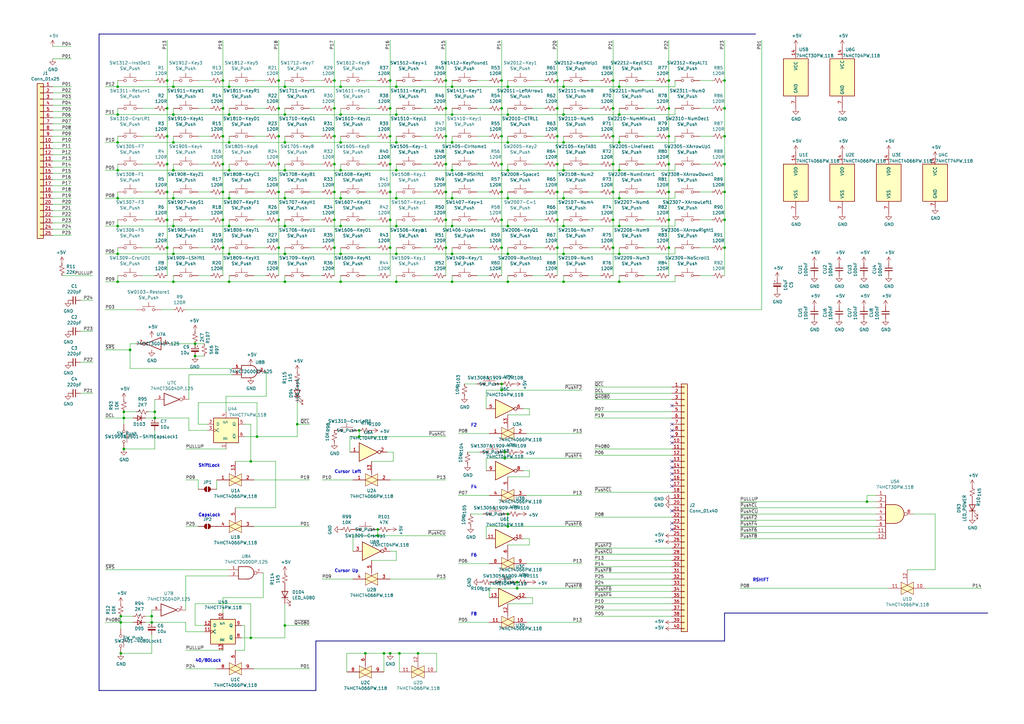
<source format=kicad_sch>
(kicad_sch (version 20231120) (generator "eeschema") (generator_version "8.0")
  (paper "A3")
  (lib_symbols
    (symbol "4xxx:4066" (pin_names (offset 1.016))
      (property "Reference" "U" (at -7.62 8.89 0))
      (property "Value" "4066" (at -7.62 -8.89 0))
      (symbol "4066_1_0"
        (pin passive line (at -7.62 0 0) (length 5.08) (name "~") (number "1"))
        (pin input line (at 0 7.62 270) (length 5.08) (name "~") (number "13"))
        (pin passive line (at 7.62 0 180) (length 5.08) (name "~") (number "2"))
      )
      (symbol "4066_2_0"
        (pin passive line (at 7.62 0 180) (length 5.08) (name "~") (number "3"))
        (pin passive line (at -7.62 0 0) (length 5.08) (name "~") (number "4"))
        (pin input line (at 0 7.62 270) (length 5.08) (name "~") (number "5"))
      )
      (symbol "4066_3_0"
        (pin input line (at 0 7.62 270) (length 5.08) (name "~") (number "6"))
        (pin passive line (at -7.62 0 0) (length 5.08) (name "~") (number "8"))
        (pin passive line (at 7.62 0 180) (length 5.08) (name "~") (number "9"))
      )
      (symbol "4066_4_0"
        (pin passive line (at 7.62 0 180) (length 5.08) (name "~") (number "10"))
        (pin passive line (at -7.62 0 0) (length 5.08) (name "~") (number "11"))
        (pin input line (at 0 7.62 270) (length 5.08) (name "~") (number "12"))
      )
      (symbol "4066_5_0"
        (pin power_in line (at 0 12.7 270) (length 5.08) (name "VDD") (number "14"))
        (pin power_in line (at 0 -12.7 90) (length 5.08) (name "VSS") (number "7"))
      )
    )
    (symbol "74xx:74HCT04"
      (property "Reference" "U" (at 0 1.27 0))
      (property "Value" "74HCT04" (at 0 -1.27 0))
      (symbol "74HCT04_1_0"
        (pin input line (at -7.62 0 0) (length 3.81) (name "~") (number "1"))
        (pin output inverted (at 7.62 0 180) (length 3.81) (name "~") (number "2"))
      )
      (symbol "74HCT04_2_0"
        (pin input line (at -7.62 0 0) (length 3.81) (name "~") (number "3"))
        (pin output inverted (at 7.62 0 180) (length 3.81) (name "~") (number "4"))
      )
      (symbol "74HCT04_3_0"
        (pin input line (at -7.62 0 0) (length 3.81) (name "~") (number "5"))
        (pin output inverted (at 7.62 0 180) (length 3.81) (name "~") (number "6"))
      )
      (symbol "74HCT04_4_0"
        (pin output inverted (at 7.62 0 180) (length 3.81) (name "~") (number "8"))
        (pin input line (at -7.62 0 0) (length 3.81) (name "~") (number "9"))
      )
      (symbol "74HCT04_5_0"
        (pin output inverted (at 7.62 0 180) (length 3.81) (name "~") (number "10"))
        (pin input line (at -7.62 0 0) (length 3.81) (name "~") (number "11"))
      )
      (symbol "74HCT04_6_0"
        (pin output inverted (at 7.62 0 180) (length 3.81) (name "~") (number "12"))
        (pin input line (at -7.62 0 0) (length 3.81) (name "~") (number "13"))
      )
      (symbol "74HCT04_7_0"
        (pin power_in line (at 0 12.7 270) (length 5.08) (name "VCC") (number "14"))
        (pin power_in line (at 0 -12.7 90) (length 5.08) (name "GND") (number "7"))
      )
    )
    (symbol "74xx:74LS30" (pin_names (offset 1.016))
      (property "Reference" "U" (at 0 1.27 0))
      (property "Value" "74LS30" (at 0 -1.27 0))
      (symbol "74LS30_1_1"
        (pin input line (at -7.62 7.62 0) (length 3.81) (name "~") (number "1"))
        (pin input line (at -7.62 -7.62 0) (length 3.81) (name "~") (number "11"))
        (pin input line (at -7.62 -10.16 0) (length 3.81) (name "~") (number "12"))
        (pin input line (at -7.62 5.08 0) (length 3.81) (name "~") (number "2"))
        (pin input line (at -7.62 2.54 0) (length 3.81) (name "~") (number "3"))
        (pin input line (at -7.62 0 0) (length 3.81) (name "~") (number "4"))
        (pin input line (at -7.62 -2.54 0) (length 3.81) (name "~") (number "5"))
        (pin input line (at -7.62 -5.08 0) (length 3.81) (name "~") (number "6"))
        (pin output inverted (at 7.62 0 180) (length 3.81) (name "~") (number "8"))
      )
      (symbol "74LS30_1_2"
        (pin input inverted (at -7.62 7.62 0) (length 3.81) (name "~") (number "1"))
        (pin input inverted (at -7.62 -7.62 0) (length 3.81) (name "~") (number "11"))
        (pin input inverted (at -7.62 -10.16 0) (length 3.81) (name "~") (number "12"))
        (pin input inverted (at -7.62 5.08 0) (length 3.81) (name "~") (number "2"))
        (pin input inverted (at -7.62 2.54 0) (length 4.5466) (name "~") (number "3"))
        (pin input inverted (at -7.62 0 0) (length 5.08) (name "~") (number "4"))
        (pin input inverted (at -7.62 -2.54 0) (length 4.5466) (name "~") (number "5"))
        (pin input inverted (at -7.62 -5.08 0) (length 3.81) (name "~") (number "6"))
        (pin output line (at 7.62 0 180) (length 3.81) (name "~") (number "8"))
      )
      (symbol "74LS30_2_0"
        (pin power_in line (at 0 12.7 270) (length 5.08) (name "VCC") (number "14"))
        (pin power_in line (at 0 -12.7 90) (length 5.08) (name "GND") (number "7"))
      )
    )
    (symbol "74xx:74LS74" (pin_names (offset 1.016))
      (property "Reference" "U" (at -7.62 8.89 0))
      (property "Value" "74LS74" (at -7.62 -8.89 0))
      (symbol "74LS74_1_0"
        (pin input line (at 0 -7.62 90) (length 2.54) (name "~{R}") (number "1"))
        (pin input line (at -7.62 2.54 0) (length 2.54) (name "D") (number "2"))
        (pin input clock (at -7.62 0 0) (length 2.54) (name "C") (number "3"))
        (pin input line (at 0 7.62 270) (length 2.54) (name "~{S}") (number "4"))
        (pin output line (at 7.62 2.54 180) (length 2.54) (name "Q") (number "5"))
        (pin output line (at 7.62 -2.54 180) (length 2.54) (name "~{Q}") (number "6"))
      )
      (symbol "74LS74_2_0"
        (pin input line (at 0 7.62 270) (length 2.54) (name "~{S}") (number "10"))
        (pin input clock (at -7.62 0 0) (length 2.54) (name "C") (number "11"))
        (pin input line (at -7.62 2.54 0) (length 2.54) (name "D") (number "12"))
        (pin input line (at 0 -7.62 90) (length 2.54) (name "~{R}") (number "13"))
        (pin output line (at 7.62 -2.54 180) (length 2.54) (name "~{Q}") (number "8"))
        (pin output line (at 7.62 2.54 180) (length 2.54) (name "Q") (number "9"))
      )
      (symbol "74LS74_3_0"
        (pin power_in line (at 0 10.16 270) (length 2.54) (name "VCC") (number "14"))
        (pin power_in line (at 0 -10.16 90) (length 2.54) (name "GND") (number "7"))
      )
    )
    (symbol "C128A-rescue:+5V-Power2" (power) (pin_names (offset 0))
      (property "Value" "Power2_+5V" (at 0 3.556 0))
      (symbol "+5V-Power2_1_1"
        (pin power_in line (at 0 0 90) (length 0) hide (name "+5V") (number "1"))
      )
    )
    (symbol "C128A-rescue:74LVC2G00-74xGxx" (pin_names (offset 1.016))
      (property "Reference" "U" (at -2.54 3.81 0))
      (property "Value" "74xGxx_74LVC2G00" (at 0 -3.81 0))
      (symbol "74LVC2G00-74xGxx_0_1"
        (pin power_in line (at 0 -2.54 270) (length 0) hide (name "GND") (number "4"))
        (pin power_in line (at 0 2.54 90) (length 0) hide (name "VCC") (number "8"))
      )
      (symbol "74LVC2G00-74xGxx_1_1"
        (pin input line (at -7.62 1.27 0) (length 3.81) (name "~") (number "1"))
        (pin input line (at -7.62 -1.27 0) (length 3.81) (name "~") (number "2"))
        (pin output inverted (at 6.35 0 180) (length 3.81) (name "~") (number "7"))
      )
      (symbol "74LVC2G00-74xGxx_2_1"
        (pin output inverted (at 6.35 0 180) (length 3.81) (name "~") (number "3"))
        (pin input line (at -7.62 1.27 0) (length 3.81) (name "~") (number "5"))
        (pin input line (at -7.62 -1.27 0) (length 3.81) (name "~") (number "6"))
      )
    )
    (symbol "C128A-rescue:74LVC3G04-74xGxx" (pin_names (offset 1.016))
      (property "Reference" "U" (at -2.54 3.81 0))
      (property "Value" "74xGxx_74LVC3G04" (at 0 -3.81 0))
      (symbol "74LVC3G04-74xGxx_0_1"
        (pin power_in line (at 0 -2.54 270) (length 0) hide (name "GND") (number "4"))
        (pin power_in line (at 0 2.54 90) (length 0) hide (name "VCC") (number "8"))
      )
      (symbol "74LVC3G04-74xGxx_1_1"
        (pin input line (at -7.62 0 0) (length 3.81) (name "~") (number "1"))
        (pin output inverted (at 6.35 0 180) (length 3.81) (name "~") (number "7"))
      )
      (symbol "74LVC3G04-74xGxx_2_1"
        (pin output inverted (at 6.35 0 180) (length 3.81) (name "~") (number "2"))
        (pin input line (at -7.62 0 0) (length 3.81) (name "~") (number "6"))
      )
      (symbol "74LVC3G04-74xGxx_3_1"
        (pin input line (at -7.62 0 0) (length 3.81) (name "~") (number "3"))
        (pin output inverted (at 6.35 0 180) (length 3.81) (name "~") (number "5"))
      )
    )
    (symbol "C128A-rescue:CP_Small-Device" (pin_numbers hide) (pin_names (offset 0.254) hide)
      (property "Reference" "C" (at 0.254 1.778 0))
      (property "Value" "Device_CP_Small" (at 0.254 -2.032 0))
      (symbol "CP_Small-Device_1_1"
        (pin passive line (at 0 2.54 270) (length 1.8542) (name "~") (number "1"))
        (pin passive line (at 0 -2.54 90) (length 1.8542) (name "~") (number "2"))
      )
    )
    (symbol "C128A-rescue:GND-Power2" (power) (pin_names (offset 0))
      (property "Value" "Power2_GND" (at 0 -3.81 0))
      (symbol "GND-Power2_1_1"
        (pin power_in line (at 0 0 270) (length 0) hide (name "GND") (number "1"))
      )
    )
    (symbol "Connector_Generic:Conn_01x25" (pin_names (offset 1.016) hide)
      (property "Reference" "J" (at 0 33.02 0))
      (property "Value" "Conn_01x25" (at 0 -33.02 0))
      (symbol "Conn_01x25_1_1"
        (pin passive line (at -5.08 30.48 0) (length 3.81) (name "Pin_1") (number "1"))
        (pin passive line (at -5.08 7.62 0) (length 3.81) (name "Pin_10") (number "10"))
        (pin passive line (at -5.08 5.08 0) (length 3.81) (name "Pin_11") (number "11"))
        (pin passive line (at -5.08 2.54 0) (length 3.81) (name "Pin_12") (number "12"))
        (pin passive line (at -5.08 0 0) (length 3.81) (name "Pin_13") (number "13"))
        (pin passive line (at -5.08 -2.54 0) (length 3.81) (name "Pin_14") (number "14"))
        (pin passive line (at -5.08 -5.08 0) (length 3.81) (name "Pin_15") (number "15"))
        (pin passive line (at -5.08 -7.62 0) (length 3.81) (name "Pin_16") (number "16"))
        (pin passive line (at -5.08 -10.16 0) (length 3.81) (name "Pin_17") (number "17"))
        (pin passive line (at -5.08 -12.7 0) (length 3.81) (name "Pin_18") (number "18"))
        (pin passive line (at -5.08 -15.24 0) (length 3.81) (name "Pin_19") (number "19"))
        (pin passive line (at -5.08 27.94 0) (length 3.81) (name "Pin_2") (number "2"))
        (pin passive line (at -5.08 -17.78 0) (length 3.81) (name "Pin_20") (number "20"))
        (pin passive line (at -5.08 -20.32 0) (length 3.81) (name "Pin_21") (number "21"))
        (pin passive line (at -5.08 -22.86 0) (length 3.81) (name "Pin_22") (number "22"))
        (pin passive line (at -5.08 -25.4 0) (length 3.81) (name "Pin_23") (number "23"))
        (pin passive line (at -5.08 -27.94 0) (length 3.81) (name "Pin_24") (number "24"))
        (pin passive line (at -5.08 -30.48 0) (length 3.81) (name "Pin_25") (number "25"))
        (pin passive line (at -5.08 25.4 0) (length 3.81) (name "Pin_3") (number "3"))
        (pin passive line (at -5.08 22.86 0) (length 3.81) (name "Pin_4") (number "4"))
        (pin passive line (at -5.08 20.32 0) (length 3.81) (name "Pin_5") (number "5"))
        (pin passive line (at -5.08 17.78 0) (length 3.81) (name "Pin_6") (number "6"))
        (pin passive line (at -5.08 15.24 0) (length 3.81) (name "Pin_7") (number "7"))
        (pin passive line (at -5.08 12.7 0) (length 3.81) (name "Pin_8") (number "8"))
        (pin passive line (at -5.08 10.16 0) (length 3.81) (name "Pin_9") (number "9"))
      )
    )
    (symbol "Connector_Generic:Conn_01x40" (pin_names (offset 1.016) hide)
      (property "Reference" "J" (at 0 50.8 0))
      (property "Value" "Conn_01x40" (at 0 -53.34 0))
      (symbol "Conn_01x40_1_1"
        (pin passive line (at -5.08 48.26 0) (length 3.81) (name "Pin_1") (number "1"))
        (pin passive line (at -5.08 25.4 0) (length 3.81) (name "Pin_10") (number "10"))
        (pin passive line (at -5.08 22.86 0) (length 3.81) (name "Pin_11") (number "11"))
        (pin passive line (at -5.08 20.32 0) (length 3.81) (name "Pin_12") (number "12"))
        (pin passive line (at -5.08 17.78 0) (length 3.81) (name "Pin_13") (number "13"))
        (pin passive line (at -5.08 15.24 0) (length 3.81) (name "Pin_14") (number "14"))
        (pin passive line (at -5.08 12.7 0) (length 3.81) (name "Pin_15") (number "15"))
        (pin passive line (at -5.08 10.16 0) (length 3.81) (name "Pin_16") (number "16"))
        (pin passive line (at -5.08 7.62 0) (length 3.81) (name "Pin_17") (number "17"))
        (pin passive line (at -5.08 5.08 0) (length 3.81) (name "Pin_18") (number "18"))
        (pin passive line (at -5.08 2.54 0) (length 3.81) (name "Pin_19") (number "19"))
        (pin passive line (at -5.08 45.72 0) (length 3.81) (name "Pin_2") (number "2"))
        (pin passive line (at -5.08 0 0) (length 3.81) (name "Pin_20") (number "20"))
        (pin passive line (at -5.08 -2.54 0) (length 3.81) (name "Pin_21") (number "21"))
        (pin passive line (at -5.08 -5.08 0) (length 3.81) (name "Pin_22") (number "22"))
        (pin passive line (at -5.08 -7.62 0) (length 3.81) (name "Pin_23") (number "23"))
        (pin passive line (at -5.08 -10.16 0) (length 3.81) (name "Pin_24") (number "24"))
        (pin passive line (at -5.08 -12.7 0) (length 3.81) (name "Pin_25") (number "25"))
        (pin passive line (at -5.08 -15.24 0) (length 3.81) (name "Pin_26") (number "26"))
        (pin passive line (at -5.08 -17.78 0) (length 3.81) (name "Pin_27") (number "27"))
        (pin passive line (at -5.08 -20.32 0) (length 3.81) (name "Pin_28") (number "28"))
        (pin passive line (at -5.08 -22.86 0) (length 3.81) (name "Pin_29") (number "29"))
        (pin passive line (at -5.08 43.18 0) (length 3.81) (name "Pin_3") (number "3"))
        (pin passive line (at -5.08 -25.4 0) (length 3.81) (name "Pin_30") (number "30"))
        (pin passive line (at -5.08 -27.94 0) (length 3.81) (name "Pin_31") (number "31"))
        (pin passive line (at -5.08 -30.48 0) (length 3.81) (name "Pin_32") (number "32"))
        (pin passive line (at -5.08 -33.02 0) (length 3.81) (name "Pin_33") (number "33"))
        (pin passive line (at -5.08 -35.56 0) (length 3.81) (name "Pin_34") (number "34"))
        (pin passive line (at -5.08 -38.1 0) (length 3.81) (name "Pin_35") (number "35"))
        (pin passive line (at -5.08 -40.64 0) (length 3.81) (name "Pin_36") (number "36"))
        (pin passive line (at -5.08 -43.18 0) (length 3.81) (name "Pin_37") (number "37"))
        (pin passive line (at -5.08 -45.72 0) (length 3.81) (name "Pin_38") (number "38"))
        (pin passive line (at -5.08 -48.26 0) (length 3.81) (name "Pin_39") (number "39"))
        (pin passive line (at -5.08 40.64 0) (length 3.81) (name "Pin_4") (number "4"))
        (pin passive line (at -5.08 -50.8 0) (length 3.81) (name "Pin_40") (number "40"))
        (pin passive line (at -5.08 38.1 0) (length 3.81) (name "Pin_5") (number "5"))
        (pin passive line (at -5.08 35.56 0) (length 3.81) (name "Pin_6") (number "6"))
        (pin passive line (at -5.08 33.02 0) (length 3.81) (name "Pin_7") (number "7"))
        (pin passive line (at -5.08 30.48 0) (length 3.81) (name "Pin_8") (number "8"))
        (pin passive line (at -5.08 27.94 0) (length 3.81) (name "Pin_9") (number "9"))
      )
    )
    (symbol "Device:C_Small" (pin_numbers hide) (pin_names (offset 0.254) hide)
      (property "Reference" "C" (at 0.254 1.778 0))
      (property "Value" "C_Small" (at 0.254 -2.032 0))
      (symbol "C_Small_1_1"
        (pin passive line (at 0 2.54 270) (length 2.032) (name "~") (number "1"))
        (pin passive line (at 0 -2.54 90) (length 2.032) (name "~") (number "2"))
      )
    )
    (symbol "Device:D_Small" (pin_numbers hide) (pin_names (offset 0.254) hide)
      (property "Reference" "D" (at -1.27 2.032 0))
      (property "Value" "D_Small" (at -3.81 -2.032 0))
      (symbol "D_Small_1_1"
        (pin passive line (at -2.54 0 0) (length 1.778) (name "K") (number "1"))
        (pin passive line (at 2.54 0 180) (length 1.778) (name "A") (number "2"))
      )
    )
    (symbol "Device:LED" (pin_numbers hide) (pin_names (offset 1.016) hide)
      (property "Reference" "D" (at 0 2.54 0))
      (property "Value" "LED" (at 0 -2.54 0))
      (symbol "LED_1_1"
        (pin passive line (at -3.81 0 0) (length 2.54) (name "K") (number "1"))
        (pin passive line (at 3.81 0 180) (length 2.54) (name "A") (number "2"))
      )
    )
    (symbol "Device:R_Small_US" (pin_numbers hide) (pin_names (offset 0.254) hide)
      (property "Reference" "R" (at 0.762 0.508 0))
      (property "Value" "R_Small_US" (at 0.762 -1.016 0))
      (symbol "R_Small_US_1_1"
        (pin passive line (at 0 2.54 270) (length 1.016) (name "~") (number "1"))
        (pin passive line (at 0 -2.54 90) (length 1.016) (name "~") (number "2"))
      )
    )
    (symbol "Jumper:SolderJumper_2_Open" (pin_numbers hide) (pin_names (offset 0) hide) (exclude_from_sim yes) (in_bom no)
      (property "Reference" "JP" (at 0 2.032 0))
      (property "Value" "SolderJumper_2_Open" (at 0 -2.54 0))
      (symbol "SolderJumper_2_Open_1_1"
        (pin passive line (at -3.81 0 0) (length 2.54) (name "A") (number "1"))
        (pin passive line (at 3.81 0 180) (length 2.54) (name "B") (number "2"))
      )
    )
    (symbol "Switch:SW_Push" (pin_numbers hide) (pin_names (offset 1.016) hide)
      (property "Reference" "SW" (at 1.27 2.54 0))
      (property "Value" "SW_Push" (at 0 -1.524 0))
      (symbol "SW_Push_0_1"
        (pin passive line (at -5.08 0 0) (length 2.54) (name "1") (number "1"))
        (pin passive line (at 5.08 0 180) (length 2.54) (name "2") (number "2"))
      )
    )
  )
  (junction (at 50.8 171.45))
  (junction (at 93.98 104.14))
  (junction (at 297.18 67.31))
  (junction (at 68.58 55.88))
  (junction (at 154.94 219.71))
  (junction (at 182.88 33.02))
  (junction (at 137.16 55.88))
  (junction (at 208.28 35.56))
  (junction (at 162.56 115.57))
  (junction (at 93.98 69.85))
  (junction (at 114.3 78.74))
  (junction (at 208.28 92.71))
  (junction (at 228.6 33.02))
  (junction (at 116.84 81.28))
  (junction (at 274.32 55.88))
  (junction (at 139.7 69.85))
  (junction (at 185.42 92.71))
  (junction (at 49.53 255.27))
  (junction (at 71.12 69.85))
  (junction (at 185.42 46.99))
  (junction (at 80.01 146.05))
  (junction (at 208.28 215.9))
  (junction (at 48.26 46.99))
  (junction (at 62.23 252.73))
  (junction (at 297.18 44.45))
  (junction (at 182.88 44.45))
  (junction (at 162.56 92.71))
  (junction (at 251.46 67.31))
  (junction (at 185.42 58.42))
  (junction (at 231.14 115.57))
  (junction (at 254 46.99))
  (junction (at 185.42 115.57))
  (junction (at 48.26 69.85))
  (junction (at 182.88 78.74))
  (junction (at 139.7 115.57))
  (junction (at 160.02 90.17))
  (junction (at 80.01 140.97))
  (junction (at 149.86 267.97))
  (junction (at 93.98 81.28))
  (junction (at 182.88 55.88))
  (junction (at 50.8 184.15))
  (junction (at 114.3 101.6))
  (junction (at 114.3 90.17))
  (junction (at 93.98 115.57))
  (junction (at 160.02 33.02))
  (junction (at 185.42 81.28))
  (junction (at 139.7 58.42))
  (junction (at 49.53 267.97))
  (junction (at 137.16 90.17))
  (junction (at 162.56 58.42))
  (junction (at 154.94 217.17))
  (junction (at 114.3 67.31))
  (junction (at 162.56 69.85))
  (junction (at 251.46 78.74))
  (junction (at 91.44 44.45))
  (junction (at 71.12 46.99))
  (junction (at 251.46 90.17))
  (junction (at 254 35.56))
  (junction (at 116.84 58.42))
  (junction (at 160.02 67.31))
  (junction (at 208.28 210.82))
  (junction (at 121.92 173.99))
  (junction (at 231.14 92.71))
  (junction (at 50.8 168.91))
  (junction (at 139.7 104.14))
  (junction (at 228.6 55.88))
  (junction (at 185.42 35.56))
  (junction (at 139.7 35.56))
  (junction (at 93.98 35.56))
  (junction (at 71.12 81.28))
  (junction (at 297.18 55.88))
  (junction (at 297.18 33.02))
  (junction (at 274.32 78.74))
  (junction (at 160.02 78.74))
  (junction (at 208.28 104.14))
  (junction (at 208.28 81.28))
  (junction (at 208.28 69.85))
  (junction (at 208.28 115.57))
  (junction (at 71.12 58.42))
  (junction (at 274.32 101.6))
  (junction (at 53.34 143.51))
  (junction (at 207.01 187.96))
  (junction (at 297.18 78.74))
  (junction (at 68.58 90.17))
  (junction (at 251.46 55.88))
  (junction (at 63.5 171.45))
  (junction (at 274.32 44.45))
  (junction (at 231.14 104.14))
  (junction (at 207.01 185.42))
  (junction (at 205.74 33.02))
  (junction (at 93.98 58.42))
  (junction (at 254 104.14))
  (junction (at 208.28 58.42))
  (junction (at 139.7 81.28))
  (junction (at 114.3 44.45))
  (junction (at 228.6 90.17))
  (junction (at 274.32 67.31))
  (junction (at 228.6 44.45))
  (junction (at 205.74 78.74))
  (junction (at 231.14 46.99))
  (junction (at 71.12 92.71))
  (junction (at 160.02 101.6))
  (junction (at 228.6 67.31))
  (junction (at 297.18 90.17))
  (junction (at 137.16 101.6))
  (junction (at 91.44 78.74))
  (junction (at 105.41 179.07))
  (junction (at 116.84 256.54))
  (junction (at 116.84 92.71))
  (junction (at 93.98 92.71))
  (junction (at 137.16 44.45))
  (junction (at 68.58 67.31))
  (junction (at 251.46 33.02))
  (junction (at 102.87 261.62))
  (junction (at 228.6 101.6))
  (junction (at 205.74 44.45))
  (junction (at 116.84 115.57))
  (junction (at 139.7 92.71))
  (junction (at 355.6 205.74))
  (junction (at 137.16 67.31))
  (junction (at 231.14 58.42))
  (junction (at 162.56 35.56))
  (junction (at 162.56 46.99))
  (junction (at 160.02 55.88))
  (junction (at 91.44 33.02))
  (junction (at 163.83 267.97))
  (junction (at 160.02 44.45))
  (junction (at 91.44 55.88))
  (junction (at 162.56 104.14))
  (junction (at 254 81.28))
  (junction (at 182.88 90.17))
  (junction (at 68.58 44.45))
  (junction (at 231.14 35.56))
  (junction (at 297.18 101.6))
  (junction (at 49.53 252.73))
  (junction (at 116.84 104.14))
  (junction (at 274.32 90.17))
  (junction (at 102.87 189.23))
  (junction (at 48.26 115.57))
  (junction (at 48.26 92.71))
  (junction (at 254 92.71))
  (junction (at 182.88 101.6))
  (junction (at 48.26 81.28))
  (junction (at 91.44 90.17))
  (junction (at 208.28 46.99))
  (junction (at 185.42 69.85))
  (junction (at 91.44 101.6))
  (junction (at 205.74 157.48))
  (junction (at 205.74 90.17))
  (junction (at 205.74 67.31))
  (junction (at 231.14 69.85))
  (junction (at 254 58.42))
  (junction (at 48.26 35.56))
  (junction (at 63.5 168.91))
  (junction (at 228.6 78.74))
  (junction (at 231.14 81.28))
  (junction (at 147.32 176.53))
  (junction (at 114.3 55.88))
  (junction (at 62.23 255.27))
  (junction (at 160.02 267.97))
  (junction (at 274.32 33.02))
  (junction (at 137.16 33.02))
  (junction (at 71.12 115.57))
  (junction (at 68.58 33.02))
  (junction (at 71.12 104.14))
  (junction (at 116.84 69.85))
  (junction (at 212.09 238.76))
  (junction (at 91.44 67.31))
  (junction (at 116.84 35.56))
  (junction (at 251.46 44.45))
  (junction (at 116.84 46.99))
  (junction (at 137.16 78.74))
  (junction (at 205.74 55.88))
  (junction (at 212.09 241.3))
  (junction (at 205.74 160.02))
  (junction (at 114.3 33.02))
  (junction (at 147.32 179.07))
  (junction (at 157.48 267.97))
  (junction (at 185.42 104.14))
  (junction (at 68.58 101.6))
  (junction (at 68.58 78.74))
  (junction (at 48.26 104.14))
  (junction (at 162.56 81.28))
  (junction (at 139.7 46.99))
  (junction (at 182.88 67.31))
  (junction (at 171.45 267.97))
  (junction (at 254 69.85))
  (junction (at 71.12 35.56))
  (junction (at 254 115.57))
  (junction (at 251.46 101.6))
  (junction (at 93.98 46.99))
  (junction (at 48.26 58.42))
  (junction (at 205.74 101.6))
  (no_connect (at 275.59 191.77))
  (no_connect (at 275.59 189.23))
  (no_connect (at 275.59 217.17))
  (no_connect (at 275.59 179.07))
  (no_connect (at 275.59 166.37))
  (no_connect (at 275.59 209.55))
  (no_connect (at 275.59 196.85))
  (no_connect (at 275.59 194.31))
  (no_connect (at 275.59 181.61))
  (no_connect (at 275.59 176.53))
  (no_connect (at 275.59 199.39))
  (no_connect (at 275.59 214.63))
  (no_connect (at 275.59 173.99))
  (wire (pts (xy 185.42 67.31) (xy 185.42 69.85)))
  (wire (pts (xy 21.59 24.13) (xy 29.21 24.13)))
  (wire (pts (xy 116.84 58.42) (xy 139.7 58.42)))
  (wire (pts (xy 93.98 46.99) (xy 93.98 44.45)))
  (wire (pts (xy 172.72 101.6) (xy 177.8 101.6)))
  (wire (pts (xy 137.16 55.88) (xy 137.16 67.31)))
  (wire (pts (xy 59.69 252.73) (xy 62.23 252.73)))
  (wire (pts (xy 231.14 101.6) (xy 231.14 104.14)))
  (wire (pts (xy 96.52 189.23) (xy 102.87 189.23)))
  (wire (pts (xy 77.47 171.45) (xy 77.47 176.53)))
  (wire (pts (xy 139.7 92.71) (xy 162.56 92.71)))
  (wire (pts (xy 85.09 173.99) (xy 81.28 173.99)))
  (wire (pts (xy 63.5 184.15) (xy 63.5 176.53)))
  (wire (pts (xy 104.14 67.31) (xy 109.22 67.31)))
  (wire (pts (xy 231.14 81.28) (xy 254 81.28)))
  (wire (pts (xy 208.28 58.42) (xy 231.14 58.42)))
  (wire (pts (xy 68.58 44.45) (xy 68.58 55.88)))
  (wire (pts (xy 208.28 46.99) (xy 231.14 46.99)))
  (wire (pts (xy 43.18 69.85) (xy 48.26 69.85)))
  (wire (pts (xy 63.5 168.91) (xy 63.5 171.45)))
  (wire (pts (xy 116.84 35.56) (xy 139.7 35.56)))
  (wire (pts (xy 157.48 275.59) (xy 157.48 267.97)))
  (wire (pts (xy 76.2 266.7) (xy 91.44 266.7)))
  (wire (pts (xy 29.21 19.05) (xy 21.59 19.05)))
  (wire (pts (xy 127 101.6) (xy 132.08 101.6)))
  (wire (pts (xy 217.17 220.98) (xy 217.17 223.52)))
  (wire (pts (xy 76.2 255.27) (xy 76.2 259.08)))
  (wire (pts (xy 185.42 81.28) (xy 208.28 81.28)))
  (wire (pts (xy 137.16 16.51) (xy 137.16 33.02)))
  (wire (pts (xy 160.02 16.51) (xy 160.02 33.02)))
  (wire (pts (xy 116.84 256.54) (xy 116.84 247.65)))
  (wire (pts (xy 71.12 104.14) (xy 93.98 104.14)))
  (wire (pts (xy 208.28 69.85) (xy 231.14 69.85)))
  (wire (pts (xy 287.02 44.45) (xy 292.1 44.45)))
  (wire (pts (xy 76.2 259.08) (xy 83.82 259.08)))
  (wire (pts (xy 93.98 35.56) (xy 116.84 35.56)))
  (wire (pts (xy 303.53 241.3) (xy 364.49 241.3)))
  (wire (pts (xy 208.28 115.57) (xy 231.14 115.57)))
  (wire (pts (xy 191.77 185.42) (xy 196.85 185.42)))
  (wire (pts (xy 132.08 237.49) (xy 144.78 237.49)))
  (wire (pts (xy 99.06 256.54) (xy 100.33 256.54)))
  (wire (pts (xy 297.18 101.6) (xy 297.18 90.17)))
  (wire (pts (xy 205.74 33.02) (xy 205.74 44.45)))
  (wire (pts (xy 243.84 168.91) (xy 275.59 168.91)))
  (wire (pts (xy 91.44 44.45) (xy 91.44 55.88)))
  (wire (pts (xy 199.39 220.98) (xy 199.39 215.9)))
  (wire (pts (xy 251.46 44.45) (xy 251.46 33.02)))
  (wire (pts (xy 254 90.17) (xy 254 92.71)))
  (wire (pts (xy 228.6 55.88) (xy 228.6 67.31)))
  (wire (pts (xy 195.58 101.6) (xy 200.66 101.6)))
  (wire (pts (xy 185.42 33.02) (xy 185.42 35.56)))
  (wire (pts (xy 264.16 90.17) (xy 269.24 90.17)))
  (wire (pts (xy 172.72 44.45) (xy 177.8 44.45)))
  (wire (pts (xy 137.16 44.45) (xy 137.16 55.88)))
  (wire (pts (xy 243.84 201.93) (xy 275.59 201.93)))
  (wire (pts (xy 137.16 101.6) (xy 137.16 113.03)))
  (wire (pts (xy 91.44 67.31) (xy 91.44 78.74)))
  (wire (pts (xy 48.26 58.42) (xy 48.26 55.88)))
  (wire (pts (xy 264.16 113.03) (xy 269.24 113.03)))
  (wire (pts (xy 215.9 203.2) (xy 238.76 203.2)))
  (wire (pts (xy 185.42 115.57) (xy 208.28 115.57)))
  (wire (pts (xy 218.44 245.11) (xy 218.44 247.65)))
  (wire (pts (xy 142.24 267.97) (xy 149.86 267.97)))
  (wire (pts (xy 200.66 241.3) (xy 212.09 241.3)))
  (wire (pts (xy 38.1 113.03) (xy 25.4 113.03)))
  (wire (pts (xy 254 78.74) (xy 254 81.28)))
  (wire (pts (xy 162.56 81.28) (xy 162.56 78.74)))
  (wire (pts (xy 276.86 92.71) (xy 276.86 90.17)))
  (wire (pts (xy 158.75 185.42) (xy 161.29 185.42)))
  (wire (pts (xy 208.28 223.52) (xy 217.17 223.52)))
  (wire (pts (xy 162.56 226.06) (xy 160.02 226.06)))
  (wire (pts (xy 93.98 236.22) (xy 76.2 236.22)))
  (wire (pts (xy 355.6 203.2) (xy 359.41 203.2)))
  (wire (pts (xy 205.74 160.02) (xy 205.74 157.48)))
  (wire (pts (xy 116.84 46.99) (xy 139.7 46.99)))
  (wire (pts (xy 190.5 157.48) (xy 195.58 157.48)))
  (wire (pts (xy 185.42 58.42) (xy 208.28 58.42)))
  (wire (pts (xy 147.32 176.53) (xy 147.32 179.07)))
  (wire (pts (xy 93.98 58.42) (xy 116.84 58.42)))
  (wire (pts (xy 243.84 234.95) (xy 275.59 234.95)))
  (wire (pts (xy 254 46.99) (xy 276.86 46.99)))
  (wire (pts (xy 195.58 33.02) (xy 200.66 33.02)))
  (wire (pts (xy 274.32 67.31) (xy 274.32 78.74)))
  (wire (pts (xy 187.96 231.14) (xy 200.66 231.14)))
  (wire (pts (xy 93.98 115.57) (xy 93.98 113.03)))
  (wire (pts (xy 297.18 90.17) (xy 297.18 78.74)))
  (wire (pts (xy 185.42 101.6) (xy 185.42 104.14)))
  (wire (pts (xy 208.28 104.14) (xy 231.14 104.14)))
  (wire (pts (xy 76.2 236.22) (xy 76.2 250.19)))
  (wire (pts (xy 91.44 33.02) (xy 91.44 44.45)))
  (wire (pts (xy 157.48 267.97) (xy 160.02 267.97)))
  (wire (pts (xy 92.71 162.56) (xy 92.71 168.91)))
  (wire (pts (xy 162.56 46.99) (xy 162.56 44.45)))
  (wire (pts (xy 48.26 92.71) (xy 48.26 90.17)))
  (wire (pts (xy 21.59 45.72) (xy 29.21 45.72)))
  (wire (pts (xy 38.1 148.59) (xy 33.02 148.59)))
  (wire (pts (xy 154.94 219.71) (xy 182.88 219.71)))
  (wire (pts (xy 207.01 187.96) (xy 207.01 185.42)))
  (wire (pts (xy 80.01 140.97) (xy 69.85 140.97)))
  (wire (pts (xy 228.6 33.02) (xy 228.6 44.45)))
  (wire (pts (xy 185.42 90.17) (xy 185.42 92.71)))
  (wire (pts (xy 93.98 35.56) (xy 93.98 33.02)))
  (wire (pts (xy 104.14 33.02) (xy 109.22 33.02)))
  (wire (pts (xy 231.14 35.56) (xy 254 35.56)))
  (wire (pts (xy 92.71 162.56) (xy 109.22 162.56)))
  (wire (pts (xy 297.18 113.03) (xy 297.18 101.6)))
  (wire (pts (xy 77.47 153.67) (xy 77.47 163.83)))
  (wire (pts (xy 172.72 55.88) (xy 177.8 55.88)))
  (wire (pts (xy 54.61 255.27) (xy 49.53 255.27)))
  (wire (pts (xy 114.3 16.51) (xy 114.3 33.02)))
  (wire (pts (xy 81.28 44.45) (xy 86.36 44.45)))
  (wire (pts (xy 62.23 250.19) (xy 62.23 252.73)))
  (wire (pts (xy 195.58 90.17) (xy 200.66 90.17)))
  (wire (pts (xy 132.08 196.85) (xy 144.78 196.85)))
  (wire (pts (xy 21.59 71.12) (xy 29.21 71.12)))
  (wire (pts (xy 43.18 171.45) (xy 50.8 171.45)))
  (wire (pts (xy 251.46 33.02) (xy 251.46 16.51)))
  (wire (pts (xy 48.26 35.56) (xy 71.12 35.56)))
  (wire (pts (xy 127 44.45) (xy 132.08 44.45)))
  (wire (pts (xy 104.14 215.9) (xy 127 215.9)))
  (wire (pts (xy 76.2 184.15) (xy 92.71 184.15)))
  (wire (pts (xy 114.3 44.45) (xy 114.3 33.02)))
  (wire (pts (xy 139.7 81.28) (xy 139.7 78.74)))
  (wire (pts (xy 254 92.71) (xy 276.86 92.71)))
  (wire (pts (xy 241.3 101.6) (xy 246.38 101.6)))
  (wire (pts (xy 116.84 81.28) (xy 139.7 81.28)))
  (wire (pts (xy 162.56 35.56) (xy 185.42 35.56)))
  (wire (pts (xy 217.17 193.04) (xy 217.17 195.58)))
  (wire (pts (xy 243.84 161.29) (xy 275.59 161.29)))
  (wire (pts (xy 102.87 247.65) (xy 80.01 247.65)))
  (wire (pts (xy 71.12 58.42) (xy 71.12 55.88)))
  (wire (pts (xy 109.22 162.56) (xy 109.22 152.4)))
  (wire (pts (xy 152.4 229.87) (xy 162.56 229.87)))
  (wire (pts (xy 287.02 90.17) (xy 292.1 90.17)))
  (wire (pts (xy 187.96 203.2) (xy 200.66 203.2)))
  (wire (pts (xy 76.2 196.85) (xy 81.28 196.85)))
  (wire (pts (xy 154.94 219.71) (xy 154.94 217.17)))
  (wire (pts (xy 60.96 168.91) (xy 63.5 168.91)))
  (wire (pts (xy 143.51 179.07) (xy 143.51 185.42)))
  (wire (pts (xy 254 104.14) (xy 276.86 104.14)))
  (wire (pts (xy 208.28 215.9) (xy 208.28 210.82)))
  (wire (pts (xy 48.26 46.99) (xy 48.26 44.45)))
  (wire (pts (xy 100.33 179.07) (xy 105.41 179.07)))
  (wire (pts (xy 137.16 33.02) (xy 137.16 44.45)))
  (bus (pts (xy 297.18 251.46) (xy 405.13 251.46)))
  (wire (pts (xy 162.56 92.71) (xy 162.56 90.17)))
  (wire (pts (xy 54.61 171.45) (xy 50.8 171.45)))
  (wire (pts (xy 243.84 229.87) (xy 275.59 229.87)))
  (wire (pts (xy 93.98 69.85) (xy 116.84 69.85)))
  (wire (pts (xy 49.53 257.81) (xy 49.53 255.27)))
  (wire (pts (xy 251.46 113.03) (xy 251.46 101.6)))
  (wire (pts (xy 383.54 210.82) (xy 383.54 233.68)))
  (wire (pts (xy 137.16 90.17) (xy 137.16 101.6)))
  (wire (pts (xy 149.86 67.31) (xy 154.94 67.31)))
  (wire (pts (xy 228.6 90.17) (xy 228.6 101.6)))
  (wire (pts (xy 162.56 58.42) (xy 185.42 58.42)))
  (wire (pts (xy 231.14 46.99) (xy 254 46.99)))
  (wire (pts (xy 48.26 69.85) (xy 71.12 69.85)))
  (wire (pts (xy 199.39 160.02) (xy 205.74 160.02)))
  (wire (pts (xy 21.59 86.36) (xy 29.21 86.36)))
  (wire (pts (xy 254 67.31) (xy 254 69.85)))
  (wire (pts (xy 88.9 200.66) (xy 88.9 196.85)))
  (wire (pts (xy 208.28 113.03) (xy 208.28 115.57)))
  (wire (pts (xy 102.87 261.62) (xy 102.87 247.65)))
  (wire (pts (xy 243.84 184.15) (xy 275.59 184.15)))
  (wire (pts (xy 114.3 101.6) (xy 114.3 90.17)))
  (wire (pts (xy 199.39 187.96) (xy 207.01 187.96)))
  (wire (pts (xy 303.53 218.44) (xy 359.41 218.44)))
  (wire (pts (xy 214.63 220.98) (xy 217.17 220.98)))
  (wire (pts (xy 172.72 67.31) (xy 177.8 67.31)))
  (wire (pts (xy 21.59 53.34) (xy 29.21 53.34)))
  (wire (pts (xy 139.7 104.14) (xy 162.56 104.14)))
  (wire (pts (xy 303.53 213.36) (xy 359.41 213.36)))
  (wire (pts (xy 71.12 69.85) (xy 93.98 69.85)))
  (wire (pts (xy 102.87 173.99) (xy 102.87 189.23)))
  (wire (pts (xy 81.28 173.99) (xy 81.28 165.1)))
  (wire (pts (xy 231.14 55.88) (xy 231.14 58.42)))
  (wire (pts (xy 77.47 153.67) (xy 95.25 153.67)))
  (wire (pts (xy 162.56 81.28) (xy 185.42 81.28)))
  (wire (pts (xy 231.14 104.14) (xy 254 104.14)))
  (wire (pts (xy 163.83 275.59) (xy 163.83 267.97)))
  (wire (pts (xy 162.56 35.56) (xy 162.56 33.02)))
  (wire (pts (xy 254 81.28) (xy 276.86 81.28)))
  (wire (pts (xy 104.14 101.6) (xy 109.22 101.6)))
  (wire (pts (xy 116.84 104.14) (xy 139.7 104.14)))
  (wire (pts (xy 71.12 46.99) (xy 93.98 46.99)))
  (wire (pts (xy 81.28 78.74) (xy 86.36 78.74)))
  (wire (pts (xy 48.26 81.28) (xy 71.12 81.28)))
  (wire (pts (xy 58.42 101.6) (xy 63.5 101.6)))
  (wire (pts (xy 185.42 55.88) (xy 185.42 58.42)))
  (wire (pts (xy 139.7 58.42) (xy 162.56 58.42)))
  (wire (pts (xy 228.6 67.31) (xy 228.6 78.74)))
  (wire (pts (xy 218.44 33.02) (xy 223.52 33.02)))
  (wire (pts (xy 76.2 127) (xy 312.42 127)))
  (wire (pts (xy 243.84 237.49) (xy 275.59 237.49)))
  (wire (pts (xy 228.6 16.51) (xy 228.6 33.02)))
  (wire (pts (xy 231.14 113.03) (xy 231.14 115.57)))
  (wire (pts (xy 21.59 73.66) (xy 29.21 73.66)))
  (wire (pts (xy 48.26 104.14) (xy 48.26 101.6)))
  (wire (pts (xy 114.3 78.74) (xy 114.3 67.31)))
  (wire (pts (xy 297.18 55.88) (xy 297.18 44.45)))
  (wire (pts (xy 243.84 186.69) (xy 275.59 186.69)))
  (wire (pts (xy 160.02 55.88) (xy 160.02 44.45)))
  (wire (pts (xy 116.84 69.85) (xy 139.7 69.85)))
  (wire (pts (xy 149.86 55.88) (xy 154.94 55.88)))
  (wire (pts (xy 205.74 78.74) (xy 205.74 90.17)))
  (wire (pts (xy 43.18 143.51) (xy 53.34 143.51)))
  (wire (pts (xy 254 44.45) (xy 254 46.99)))
  (wire (pts (xy 48.26 81.28) (xy 48.26 78.74)))
  (wire (pts (xy 139.7 46.99) (xy 162.56 46.99)))
  (wire (pts (xy 139.7 115.57) (xy 139.7 113.03)))
  (wire (pts (xy 172.72 78.74) (xy 177.8 78.74)))
  (wire (pts (xy 215.9 255.27) (xy 238.76 255.27)))
  (wire (pts (xy 91.44 90.17) (xy 91.44 101.6)))
  (wire (pts (xy 21.59 78.74) (xy 29.21 78.74)))
  (wire (pts (xy 48.26 58.42) (xy 71.12 58.42)))
  (wire (pts (xy 114.3 55.88) (xy 114.3 44.45)))
  (wire (pts (xy 93.98 92.71) (xy 116.84 92.71)))
  (wire (pts (xy 228.6 44.45) (xy 228.6 55.88)))
  (wire (pts (xy 93.98 92.71) (xy 93.98 90.17)))
  (wire (pts (xy 121.92 173.99) (xy 121.92 165.1)))
  (wire (pts (xy 93.98 104.14) (xy 116.84 104.14)))
  (wire (pts (xy 243.84 212.09) (xy 275.59 212.09)))
  (wire (pts (xy 185.42 46.99) (xy 208.28 46.99)))
  (wire (pts (xy 182.88 78.74) (xy 182.88 90.17)))
  (wire (pts (xy 53.34 151.13) (xy 95.25 151.13)))
  (wire (pts (xy 200.66 245.11) (xy 200.66 241.3)))
  (wire (pts (xy 58.42 90.17) (xy 63.5 90.17)))
  (wire (pts (xy 21.59 55.88) (xy 29.21 55.88)))
  (wire (pts (xy 144.78 226.06) (xy 144.78 219.71)))
  (wire (pts (xy 21.59 48.26) (xy 29.21 48.26)))
  (wire (pts (xy 287.02 33.02) (xy 292.1 33.02)))
  (wire (pts (xy 68.58 16.51) (xy 68.58 33.02)))
  (wire (pts (xy 144.78 219.71) (xy 154.94 219.71)))
  (wire (pts (xy 228.6 78.74) (xy 228.6 90.17)))
  (wire (pts (xy 231.14 92.71) (xy 254 92.71)))
  (wire (pts (xy 21.59 58.42) (xy 29.21 58.42)))
  (wire (pts (xy 287.02 67.31) (xy 292.1 67.31)))
  (wire (pts (xy 162.56 104.14) (xy 185.42 104.14)))
  (wire (pts (xy 274.32 90.17) (xy 274.32 101.6)))
  (wire (pts (xy 231.14 69.85) (xy 254 69.85)))
  (wire (pts (xy 231.14 115.57) (xy 254 115.57)))
  (wire (pts (xy 149.86 90.17) (xy 154.94 90.17)))
  (wire (pts (xy 208.28 90.17) (xy 208.28 92.71)))
  (wire (pts (xy 215.9 177.8) (xy 238.76 177.8)))
  (wire (pts (xy 116.84 35.56) (xy 116.84 33.02)))
  (wire (pts (xy 160.02 237.49) (xy 182.88 237.49)))
  (wire (pts (xy 218.44 44.45) (xy 223.52 44.45)))
  (wire (pts (xy 104.14 78.74) (xy 109.22 78.74)))
  (wire (pts (xy 218.44 101.6) (xy 223.52 101.6)))
  (wire (pts (xy 205.74 44.45) (xy 205.74 55.88)))
  (wire (pts (xy 149.86 33.02) (xy 154.94 33.02)))
  (wire (pts (xy 21.59 50.8) (xy 29.21 50.8)))
  (wire (pts (xy 147.32 179.07) (xy 143.51 179.07)))
  (wire (pts (xy 195.58 67.31) (xy 200.66 67.31)))
  (wire (pts (xy 38.1 135.89) (xy 33.02 135.89)))
  (wire (pts (xy 254 33.02) (xy 254 35.56)))
  (wire (pts (xy 187.96 255.27) (xy 200.66 255.27)))
  (wire (pts (xy 63.5 163.83) (xy 63.5 168.91)))
  (wire (pts (xy 91.44 245.11) (xy 91.44 251.46)))
  (wire (pts (xy 127 55.88) (xy 132.08 55.88)))
  (wire (pts (xy 297.18 33.02) (xy 297.18 16.51)))
  (wire (pts (xy 149.86 113.03) (xy 154.94 113.03)))
  (wire (pts (xy 76.2 274.32) (xy 88.9 274.32)))
  (wire (pts (xy 139.7 35.56) (xy 139.7 33.02)))
  (wire (pts (xy 68.58 33.02) (xy 68.58 44.45)))
  (wire (pts (xy 114.3 90.17) (xy 114.3 78.74)))
  (wire (pts (xy 68.58 90.17) (xy 68.58 101.6)))
  (wire (pts (xy 21.59 93.98) (xy 29.21 93.98)))
  (wire (pts (xy 241.3 78.74) (xy 246.38 78.74)))
  (wire (pts (xy 21.59 60.96) (xy 29.21 60.96)))
  (wire (pts (xy 185.42 35.56) (xy 208.28 35.56)))
  (wire (pts (xy 160.02 113.03) (xy 160.02 101.6)))
  (wire (pts (xy 243.84 252.73) (xy 275.59 252.73)))
  (wire (pts (xy 43.18 104.14) (xy 48.26 104.14)))
  (wire (pts (xy 274.32 16.51) (xy 274.32 33.02)))
  (wire (pts (xy 55.88 140.97) (xy 53.34 140.97)))
  (wire (pts (xy 162.56 229.87) (xy 162.56 226.06)))
  (wire (pts (xy 274.32 33.02) (xy 274.32 44.45)))
  (wire (pts (xy 21.59 96.52) (xy 29.21 96.52)))
  (wire (pts (xy 104.14 113.03) (xy 109.22 113.03)))
  (wire (pts (xy 116.84 115.57) (xy 139.7 115.57)))
  (wire (pts (xy 81.28 165.1) (xy 105.41 165.1)))
  (wire (pts (xy 243.84 163.83) (xy 275.59 163.83)))
  (wire (pts (xy 80.01 256.54) (xy 80.01 247.65)))
  (wire (pts (xy 71.12 35.56) (xy 93.98 35.56)))
  (wire (pts (xy 274.32 78.74) (xy 274.32 90.17)))
  (wire (pts (xy 264.16 55.88) (xy 269.24 55.88)))
  (wire (pts (xy 81.28 113.03) (xy 86.36 113.03)))
  (wire (pts (xy 100.33 266.7) (xy 96.52 266.7)))
  (wire (pts (xy 243.84 242.57) (xy 275.59 242.57)))
  (wire (pts (xy 105.41 165.1) (xy 105.41 179.07)))
  (wire (pts (xy 172.72 113.03) (xy 177.8 113.03)))
  (wire (pts (xy 276.86 81.28) (xy 276.86 78.74)))
  (wire (pts (xy 355.6 203.2) (xy 355.6 205.74)))
  (wire (pts (xy 195.58 55.88) (xy 200.66 55.88)))
  (wire (pts (xy 182.88 44.45) (xy 182.88 55.88)))
  (wire (pts (xy 139.7 92.71) (xy 139.7 90.17)))
  (bus (pts (xy 297.18 262.89) (xy 297.18 251.46)))
  (wire (pts (xy 116.84 46.99) (xy 116.84 44.45)))
  (wire (pts (xy 212.09 241.3) (xy 238.76 241.3)))
  (wire (pts (xy 71.12 35.56) (xy 71.12 33.02)))
  (wire (pts (xy 113.03 208.28) (xy 96.52 208.28)))
  (wire (pts (xy 116.84 81.28) (xy 116.84 78.74)))
  (wire (pts (xy 71.12 115.57) (xy 93.98 115.57)))
  (wire (pts (xy 71.12 58.42) (xy 93.98 58.42)))
  (wire (pts (xy 287.02 113.03) (xy 292.1 113.03)))
  (wire (pts (xy 71.12 81.28) (xy 71.12 78.74)))
  (wire (pts (xy 162.56 69.85) (xy 185.42 69.85)))
  (wire (pts (xy 276.86 104.14) (xy 276.86 101.6)))
  (wire (pts (xy 254 35.56) (xy 276.86 35.56)))
  (wire (pts (xy 214.63 193.04) (xy 217.17 193.04)))
  (wire (pts (xy 208.28 44.45) (xy 208.28 46.99)))
  (wire (pts (xy 127 113.03) (xy 132.08 113.03)))
  (wire (pts (xy 218.44 78.74) (xy 223.52 78.74)))
  (wire (pts (xy 185.42 44.45) (xy 185.42 46.99)))
  (wire (pts (xy 251.46 101.6) (xy 251.46 90.17)))
  (wire (pts (xy 199.39 215.9) (xy 208.28 215.9)))
  (wire (pts (xy 43.18 58.42) (xy 48.26 58.42)))
  (wire (pts (xy 251.46 90.17) (xy 251.46 78.74)))
  (wire (pts (xy 93.98 58.42) (xy 93.98 55.88)))
  (wire (pts (xy 205.74 55.88) (xy 205.74 67.31)))
  (wire (pts (xy 71.12 92.71) (xy 71.12 90.17)))
  (wire (pts (xy 62.23 252.73) (xy 62.23 255.27)))
  (wire (pts (xy 43.18 255.27) (xy 49.53 255.27)))
  (wire (pts (xy 116.84 92.71) (xy 139.7 92.71)))
  (wire (pts (xy 274.32 55.88) (xy 274.32 67.31)))
  (wire (pts (xy 195.58 78.74) (xy 200.66 78.74)))
  (wire (pts (xy 149.86 44.45) (xy 154.94 44.45)))
  (wire (pts (xy 62.23 267.97) (xy 62.23 260.35)))
  (wire (pts (xy 48.26 92.71) (xy 71.12 92.71)))
  (wire (pts (xy 162.56 92.71) (xy 185.42 92.71)))
  (wire (pts (xy 21.59 63.5) (xy 29.21 63.5)))
  (wire (pts (xy 116.84 115.57) (xy 116.84 113.03)))
  (wire (pts (xy 105.41 179.07) (xy 121.92 179.07)))
  (wire (pts (xy 21.59 83.82) (xy 29.21 83.82)))
  (wire (pts (xy 104.14 55.88) (xy 109.22 55.88)))
  (wire (pts (xy 312.42 16.51) (xy 312.42 127)))
  (wire (pts (xy 205.74 90.17) (xy 205.74 101.6)))
  (wire (pts (xy 83.82 140.97) (xy 80.01 140.97)))
  (wire (pts (xy 254 69.85) (xy 276.86 69.85)))
  (wire (pts (xy 276.86 35.56) (xy 276.86 33.02)))
  (wire (pts (xy 254 58.42) (xy 276.86 58.42)))
  (wire (pts (xy 163.83 267.97) (xy 171.45 267.97)))
  (wire (pts (xy 48.26 35.56) (xy 48.26 33.02)))
  (wire (pts (xy 208.28 35.56) (xy 231.14 35.56)))
  (wire (pts (xy 62.23 255.27) (xy 76.2 255.27)))
  (bus (pts (xy 40.64 13.97) (xy 40.64 283.21)))
  (wire (pts (xy 99.06 261.62) (xy 102.87 261.62)))
  (wire (pts (xy 21.59 40.64) (xy 29.21 40.64)))
  (wire (pts (xy 287.02 55.88) (xy 292.1 55.88)))
  (wire (pts (xy 162.56 69.85) (xy 162.56 67.31)))
  (wire (pts (xy 81.28 55.88) (xy 86.36 55.88)))
  (wire (pts (xy 182.88 16.51) (xy 182.88 33.02)))
  (wire (pts (xy 372.11 233.68) (xy 383.54 233.68)))
  (wire (pts (xy 81.28 90.17) (xy 86.36 90.17)))
  (wire (pts (xy 243.84 240.03) (xy 275.59 240.03)))
  (wire (pts (xy 243.84 227.33) (xy 275.59 227.33)))
  (wire (pts (xy 68.58 101.6) (xy 68.58 113.03)))
  (wire (pts (xy 53.34 143.51) (xy 53.34 151.13)))
  (wire (pts (xy 243.84 245.11) (xy 275.59 245.11)))
  (wire (pts (xy 139.7 104.14) (xy 139.7 101.6)))
  (wire (pts (xy 54.61 252.73) (xy 49.53 252.73)))
  (wire (pts (xy 231.14 78.74) (xy 231.14 81.28)))
  (wire (pts (xy 48.26 69.85) (xy 48.26 67.31)))
  (wire (pts (xy 231.14 90.17) (xy 231.14 92.71)))
  (bus (pts (xy 40.64 283.21) (xy 129.54 283.21)))
  (wire (pts (xy 243.84 247.65) (xy 275.59 247.65)))
  (wire (pts (xy 231.14 67.31) (xy 231.14 69.85)))
  (wire (pts (xy 162.56 46.99) (xy 185.42 46.99)))
  (wire (pts (xy 137.16 78.74) (xy 137.16 90.17)))
  (wire (pts (xy 77.47 176.53) (xy 85.09 176.53)))
  (wire (pts (xy 217.17 167.64) (xy 217.17 170.18)))
  (wire (pts (xy 93.98 115.57) (xy 116.84 115.57)))
  (wire (pts (xy 160.02 196.85) (xy 182.88 196.85)))
  (wire (pts (xy 243.84 158.75) (xy 275.59 158.75)))
  (wire (pts (xy 160.02 90.17) (xy 160.02 78.74)))
  (wire (pts (xy 93.98 46.99) (xy 116.84 46.99)))
  (wire (pts (xy 116.84 104.14) (xy 116.84 101.6)))
  (wire (pts (xy 182.88 33.02) (xy 182.88 44.45)))
  (wire (pts (xy 162.56 115.57) (xy 185.42 115.57)))
  (wire (pts (xy 276.86 69.85) (xy 276.86 67.31)))
  (wire (pts (xy 48.26 115.57) (xy 48.26 113.03)))
  (wire (pts (xy 139.7 69.85) (xy 162.56 69.85)))
  (wire (pts (xy 81.28 67.31) (xy 86.36 67.31)))
  (wire (pts (xy 21.59 81.28) (xy 29.21 81.28)))
  (wire (pts (xy 68.58 78.74) (xy 68.58 90.17)))
  (wire (pts (xy 243.84 250.19) (xy 275.59 250.19)))
  (wire (pts (xy 215.9 245.11) (xy 218.44 245.11)))
  (wire (pts (xy 205.74 67.31) (xy 205.74 78.74)))
  (wire (pts (xy 208.28 67.31) (xy 208.28 69.85)))
  (wire (pts (xy 102.87 189.23) (xy 113.03 189.23)))
  (wire (pts (xy 276.86 58.42) (xy 276.86 55.88)))
  (wire (pts (xy 264.16 101.6) (xy 269.24 101.6)))
  (wire (pts (xy 139.7 35.56) (xy 162.56 35.56)))
  (wire (pts (xy 243.84 232.41) (xy 275.59 232.41)))
  (wire (pts (xy 127 33.02) (xy 132.08 33.02)))
  (wire (pts (xy 303.53 215.9) (xy 359.41 215.9)))
  (wire (pts (xy 264.16 67.31) (xy 269.24 67.31)))
  (wire (pts (xy 48.26 104.14) (xy 71.12 104.14)))
  (wire (pts (xy 193.04 210.82) (xy 198.12 210.82)))
  (wire (pts (xy 251.46 55.88) (xy 251.46 44.45)))
  (wire (pts (xy 208.28 81.28) (xy 231.14 81.28)))
  (wire (pts (xy 297.18 44.45) (xy 297.18 33.02)))
  (wire (pts (xy 241.3 55.88) (xy 246.38 55.88)))
  (wire (pts (xy 21.59 88.9) (xy 29.21 88.9)))
  (wire (pts (xy 48.26 115.57) (xy 71.12 115.57)))
  (wire (pts (xy 104.14 196.85) (xy 127 196.85)))
  (wire (pts (xy 100.33 173.99) (xy 102.87 173.99)))
  (wire (pts (xy 276.86 115.57) (xy 276.86 113.03)))
  (wire (pts (xy 182.88 90.17) (xy 182.88 101.6)))
  (wire (pts (xy 116.84 58.42) (xy 116.84 55.88)))
  (wire (pts (xy 50.8 171.45) (xy 50.8 168.91)))
  (wire (pts (xy 116.84 92.71) (xy 116.84 90.17)))
  (wire (pts (xy 127 90.17) (xy 132.08 90.17)))
  (wire (pts (xy 81.28 101.6) (xy 86.36 101.6)))
  (wire (pts (xy 91.44 78.74) (xy 91.44 90.17)))
  (wire (pts (xy 43.18 92.71) (xy 48.26 92.71)))
  (wire (pts (xy 21.59 35.56) (xy 29.21 35.56)))
  (wire (pts (xy 208.28 78.74) (xy 208.28 81.28)))
  (wire (pts (xy 63.5 171.45) (xy 77.47 171.45)))
  (wire (pts (xy 53.34 140.97) (xy 53.34 143.51)))
  (wire (pts (xy 43.18 115.57) (xy 48.26 115.57)))
  (wire (pts (xy 160.02 101.6) (xy 160.02 90.17)))
  (wire (pts (xy 58.42 44.45) (xy 63.5 44.45)))
  (wire (pts (xy 205.74 101.6) (xy 205.74 113.03)))
  (wire (pts (xy 287.02 78.74) (xy 292.1 78.74)))
  (wire (pts (xy 195.58 113.03) (xy 200.66 113.03)))
  (wire (pts (xy 205.74 160.02) (xy 238.76 160.02)))
  (wire (pts (xy 48.26 46.99) (xy 71.12 46.99)))
  (wire (pts (xy 91.44 101.6) (xy 91.44 113.03)))
  (wire (pts (xy 100.33 256.54) (xy 100.33 266.7)))
  (wire (pts (xy 139.7 81.28) (xy 162.56 81.28)))
  (wire (pts (xy 208.28 247.65) (xy 218.44 247.65)))
  (wire (pts (xy 58.42 33.02) (xy 63.5 33.02)))
  (wire (pts (xy 241.3 44.45) (xy 246.38 44.45)))
  (wire (pts (xy 71.12 104.14) (xy 71.12 101.6)))
  (wire (pts (xy 104.14 274.32) (xy 127 274.32)))
  (wire (pts (xy 264.16 33.02) (xy 269.24 33.02)))
  (wire (pts (xy 58.42 113.03) (xy 63.5 113.03)))
  (wire (pts (xy 274.32 101.6) (xy 274.32 113.03)))
  (wire (pts (xy 241.3 33.02) (xy 246.38 33.02)))
  (wire (pts (xy 21.59 91.44) (xy 29.21 91.44)))
  (bus (pts (xy 129.54 262.89) (xy 129.54 283.21)))
  (wire (pts (xy 142.24 275.59) (xy 142.24 267.97)))
  (wire (pts (xy 93.98 81.28) (xy 93.98 78.74)))
  (wire (pts (xy 59.69 255.27) (xy 62.23 255.27)))
  (wire (pts (xy 254 101.6) (xy 254 104.14)))
  (wire (pts (xy 274.32 44.45) (xy 274.32 55.88)))
  (wire (pts (xy 21.59 38.1) (xy 29.21 38.1)))
  (wire (pts (xy 50.8 184.15) (xy 63.5 184.15)))
  (wire (pts (xy 208.28 101.6) (xy 208.28 104.14)))
  (wire (pts (xy 71.12 46.99) (xy 71.12 44.45)))
  (wire (pts (xy 21.59 66.04) (xy 29.21 66.04)))
  (wire (pts (xy 228.6 101.6) (xy 228.6 113.03)))
  (wire (pts (xy 127 67.31) (xy 132.08 67.31)))
  (wire (pts (xy 241.3 67.31) (xy 246.38 67.31)))
  (wire (pts (xy 76.2 215.9) (xy 81.28 215.9)))
  (wire (pts (xy 58.42 67.31) (xy 63.5 67.31)))
  (wire (pts (xy 251.46 78.74) (xy 251.46 67.31)))
  (wire (pts (xy 185.42 78.74) (xy 185.42 81.28)))
  (wire (pts (xy 214.63 167.64) (xy 217.17 167.64)))
  (wire (pts (xy 43.18 35.56) (xy 48.26 35.56)))
  (wire (pts (xy 241.3 90.17) (xy 246.38 90.17)))
  (wire (pts (xy 91.44 16.51) (xy 91.44 33.02)))
  (wire (pts (xy 303.53 210.82) (xy 359.41 210.82)))
  (wire (pts (xy 58.42 78.74) (xy 63.5 78.74)))
  (wire (pts (xy 38.1 123.19) (xy 33.02 123.19)))
  (wire (pts (xy 212.09 241.3) (xy 212.09 238.76)))
  (wire (pts (xy 231.14 58.42) (xy 254 58.42)))
  (wire (pts (xy 161.29 189.23) (xy 152.4 189.23)))
  (wire (pts (xy 93.98 81.28) (xy 116.84 81.28)))
  (wire (pts (xy 218.44 113.03) (xy 223.52 113.03)))
  (wire (pts (xy 207.01 187.96) (xy 238.76 187.96)))
  (wire (pts (xy 208.28 215.9) (xy 238.76 215.9)))
  (wire (pts (xy 182.88 101.6) (xy 182.88 113.03)))
  (wire (pts (xy 50.8 173.99) (xy 50.8 171.45)))
  (wire (pts (xy 241.3 113.03) (xy 246.38 113.03)))
  (wire (pts (xy 91.44 55.88) (xy 91.44 67.31)))
  (wire (pts (xy 303.53 205.74) (xy 355.6 205.74)))
  (wire (pts (xy 162.56 58.42) (xy 162.56 55.88)))
  (wire (pts (xy 162.56 115.57) (xy 162.56 113.03)))
  (wire (pts (xy 160.02 78.74) (xy 160.02 67.31)))
  (wire (pts (xy 121.92 179.07) (xy 121.92 173.99)))
  (wire (pts (xy 66.04 127) (xy 71.12 127)))
  (wire (pts (xy 355.6 205.74) (xy 359.41 205.74)))
  (wire (pts (xy 264.16 44.45) (xy 269.24 44.45)))
  (wire (pts (xy 104.14 44.45) (xy 109.22 44.45)))
  (wire (pts (xy 139.7 46.99) (xy 139.7 44.45)))
  (wire (pts (xy 49.53 252.73) (xy 49.53 255.27)))
  (wire (pts (xy 83.82 256.54) (xy 80.01 256.54)))
  (wire (pts (xy 379.73 241.3) (xy 402.59 241.3)))
  (wire (pts (xy 187.96 177.8) (xy 200.66 177.8)))
  (wire (pts (xy 254 113.03) (xy 254 115.57)))
  (wire (pts (xy 149.86 78.74) (xy 154.94 78.74)))
  (wire (pts (xy 179.07 275.59) (xy 179.07 267.97)))
  (wire (pts (xy 287.02 101.6) (xy 292.1 101.6)))
  (bus (pts (xy 129.54 262.89) (xy 297.18 262.89)))
  (wire (pts (xy 21.59 43.18) (xy 29.21 43.18)))
  (wire (pts (xy 303.53 208.28) (xy 359.41 208.28)))
  (wire (pts (xy 149.86 101.6) (xy 154.94 101.6)))
  (wire (pts (xy 59.69 171.45) (xy 63.5 171.45)))
  (wire (pts (xy 58.42 55.88) (xy 63.5 55.88)))
  (wire (pts (xy 251.46 67.31) (xy 251.46 55.88)))
  (wire (pts (xy 83.82 146.05) (xy 80.01 146.05)))
  (wire (pts (xy 185.42 104.14) (xy 208.28 104.14)))
  (wire (pts (xy 81.28 196.85) (xy 81.28 200.66)))
  (wire (pts (xy 243.84 224.79) (xy 275.59 224.79)))
  (wire (pts (xy 208.28 33.02) (xy 208.28 35.56)))
  (wire (pts (xy 243.84 171.45) (xy 275.59 171.45)))
  (wire (pts (xy 93.98 104.14) (xy 93.98 101.6)))
  (wire (pts (xy 71.12 81.28) (xy 93.98 81.28)))
  (wire (pts (xy 218.44 90.17) (xy 223.52 90.17)))
  (wire (pts (xy 205.74 16.51) (xy 205.74 33.02)))
  (wire (pts (xy 43.18 81.28) (xy 48.26 81.28)))
  (wire (pts (xy 199.39 160.02) (xy 199.39 167.64)))
  (wire (pts (xy 43.18 233.68) (xy 93.98 233.68)))
  (wire (pts (xy 374.65 210.82) (xy 383.54 210.82)))
  (wire (pts (xy 139.7 115.57) (xy 162.56 115.57)))
  (wire (pts (xy 102.87 261.62) (xy 116.84 261.62)))
  (wire (pts (xy 149.86 267.97) (xy 157.48 267.97)))
  (wire (pts (xy 199.39 193.04) (xy 199.39 187.96)))
  (wire (pts (xy 114.3 113.03) (xy 114.3 101.6)))
  (wire (pts (xy 231.14 44.45) (xy 231.14 46.99)))
  (wire (pts (xy 160.02 267.97) (xy 163.83 267.97)))
  (wire (pts (xy 217.17 195.58) (xy 208.28 195.58)))
  (wire (pts (xy 185.42 113.03) (xy 185.42 115.57)))
  (wire (pts (xy 107.95 245.11) (xy 107.95 234.95)))
  (wire (pts (xy 43.18 46.99) (xy 48.26 46.99)))
  (wire (pts (xy 182.88 67.31) (xy 182.88 78.74)))
  (wire (pts (xy 217.17 170.18) (xy 208.28 170.18)))
  (wire (pts (xy 254 55.88) (xy 254 58.42)))
  (bus (pts (xy 40.64 13.97) (xy 309.88 13.97)))
  (wire (pts (xy 139.7 69.85) (xy 139.7 67.31)))
  (wire (pts (xy 38.1 161.29) (xy 33.02 161.29)))
  (wire (pts (xy 276.86 46.99) (xy 276.86 44.45)))
  (wire (pts (xy 71.12 115.57) (xy 71.12 113.03)))
  (wire (pts (xy 50.8 168.91) (xy 55.88 168.91)))
  (wire (pts (xy 116.84 261.62) (xy 116.84 256.54)))
  (wire (pts (xy 218.44 55.88) (xy 223.52 55.88)))
  (wire (pts (xy 160.02 44.45) (xy 160.02 33.02)))
  (wire (pts (xy 208.28 92.71) (xy 231.14 92.71)))
  (wire (pts (xy 297.18 67.31) (xy 297.18 55.88)))
  (wire (pts (xy 113.03 189.23) (xy 113.03 208.28)))
  (wire (pts (xy 162.56 104.14) (xy 162.56 101.6)))
  (wire (pts (xy 231.14 33.02) (xy 231.14 35.56)))
  (wire (pts (xy 127 78.74) (xy 132.08 78.74)))
  (wire (pts (xy 68.58 67.31) (xy 68.58 78.74)))
  (wire (pts (xy 160.02 67.31) (xy 160.02 55.88)))
  (wire (pts (xy 179.07 267.97) (xy 171.45 267.97)))
  (wire (pts (xy 182.88 55.88) (xy 182.88 67.31)))
  (wire (pts (xy 172.72 90.17) (xy 177.8 90.17)))
  (wire (pts (xy 93.98 69.85) (xy 93.98 67.31)))
  (wire (pts (xy 21.59 76.2) (xy 29.21 76.2)))
  (wire (pts (xy 49.53 267.97) (xy 62.23 267.97)))
  (wire (pts (xy 68.58 55.88) (xy 68.58 67.31)))
  (wire (pts (xy 71.12 92.71) (xy 93.98 92.71)))
  (wire (pts (xy 218.44 67.31) (xy 223.52 67.31)))
  (wire (pts (xy 185.42 92.71) (xy 208.28 92.71)))
  (wire (pts (xy 147.32 179.07) (xy 182.88 179.07)))
  (wire (pts (xy 215.9 231.14) (xy 238.76 231.14)))
  (wire (pts (xy 297.18 78.74) (xy 297.18 67.31)))
  (wire (pts (xy 21.59 68.58) (xy 29.21 68.58)))
  (wire (pts (xy 114.3 67.31) (xy 114.3 55.88)))
  (wire (pts (xy 116.84 69.85) (xy 116.84 67.31)))
  (wire (pts (xy 139.7 58.42) (xy 139.7 55.88)))
  (wire (pts (xy 127 256.54) (xy 116.84 256.54)))
  (wire (pts (xy 264.16 78.74) (xy 269.24 78.74)))
  (wire (pts (xy 43.18 127) (xy 55.88 127)))
  (wire (pts (xy 81.28 33.02) (xy 86.36 33.02)))
  (wire (pts (xy 185.42 69.85) (xy 208.28 69.85)))
  (wire (pts (xy 254 115.57) (xy 276.86 115.57)))
  (wire (pts (xy 91.44 245.11) (xy 107.95 245.11)))
  (wire (pts (xy 121.92 173.99) (xy 127 173.99)))
  (wire (pts (xy 71.12 69.85) (xy 71.12 67.31)))
  (wire (pts (xy 303.53 220.98) (xy 359.41 220.98)))
  (wire (pts (xy 104.14 90.17) (xy 109.22 90.17)))
  (wire (pts (xy 172.72 33.02) (xy 177.8 33.02)))
  (wire (pts (xy 195.58 44.45) (xy 200.66 44.45)))
  (wire (pts (xy 137.16 67.31) (xy 137.16 78.74)))
  (wire (pts (xy 208.28 55.88) (xy 208.28 58.42)))
  (wire (pts (xy 161.29 185.42) (xy 161.29 189.23)))
  (text "F8" (at 193.04 252.73 0) (effects (font (size 1.27 1.27) (thickness 0.254) (bold yes)) (justify left bottom)))
  (text "CapsLock" (at 81.28 212.09 0) (effects (font (size 1.27 1.27) (thickness 0.254) (bold yes)) (justify left bottom)))
  (text "F6" (at 193.04 228.6 0) (effects (font (size 1.27 1.27) (thickness 0.254) (bold yes)) (justify left bottom)))
  (text "F4" (at 193.04 200.66 0) (effects (font (size 1.27 1.27) (thickness 0.254) (bold yes)) (justify left bottom)))
  (text "ShiftLock" (at 81.28 191.77 0) (effects (font (size 1.27 1.27) (thickness 0.254) (bold yes)) (justify left bottom)))
  (text "RSHIFT" (at 308.61 238.76 0) (effects (font (size 1.27 1.27) (thickness 0.254) (bold yes)) (justify left bottom)))
  (text "Cursor Left" (at 137.16 194.31 0) (effects (font (size 1.27 1.27) (thickness 0.254) (bold yes)) (justify left bottom)))
  (text "F2" (at 193.04 175.26 0) (effects (font (size 1.27 1.27) (thickness 0.254) (bold yes)) (justify left bottom)))
  (text "40/80Lock" (at 80.01 271.78 0) (effects (font (size 1.27 1.27) (thickness 0.254) (bold yes)) (justify left bottom)))
  (text "Cursor Up" (at 137.16 234.95 0) (effects (font (size 1.27 1.27) (thickness 0.254) (bold yes)) (justify left bottom)))
  (label "P03" (at 29.21 40.64 180))
  (label "~{PushF4}" (at 303.53 215.9 0))
  (label "P13" (at 238.76 203.2 180))
  (label "P20" (at 228.6 16.51 270))
  (label "P06" (at 29.21 48.26 180))
  (label "P13" (at 238.76 177.8 180))
  (label "P08" (at 243.84 212.09 0))
  (label "~{Q4080}" (at 127 256.54 180))
  (label "P12" (at 43.18 35.56 0))
  (label "P25" (at 29.21 96.52 180))
  (label "P16" (at 29.21 73.66 180))
  (label "P10" (at 132.08 196.85 0))
  (label "P25" (at 76.2 215.9 0))
  (label "P24" (at 38.1 123.19 180))
  (label "P13" (at 68.58 16.51 270))
  (label "P09" (at 43.18 115.57 0))
  (label "P24" (at 243.84 240.03 0))
  (label "~{PushF8}" (at 238.76 241.3 180))
  (label "P4080" (at 43.18 255.27 0))
  (label "P18" (at 114.3 16.51 270))
  (label "P01" (at 29.21 35.56 180))
  (label "PULLUP" (at 38.1 113.03 180))
  (label "P05" (at 43.18 69.85 0))
  (label "P13" (at 243.84 229.87 0))
  (label "~{Q4080}" (at 243.84 163.83 0))
  (label "P14" (at 205.74 16.51 270))
  (label "P16" (at 160.02 16.51 270))
  (label "P14" (at 29.21 68.58 180))
  (label "P13" (at 238.76 231.14 180))
  (label "P07" (at 43.18 92.71 0))
  (label "~{PushF2}" (at 238.76 160.02 180))
  (label "~{PushF4}" (at 243.84 245.11 0))
  (label "~{PushCU}" (at 243.84 227.33 0))
  (label "P10" (at 43.18 58.42 0))
  (label "P14" (at 243.84 232.41 0))
  (label "P04" (at 29.21 43.18 180))
  (label "P22" (at 29.21 88.9 180))
  (label "P07" (at 187.96 203.2 0))
  (label "~{PushF4}" (at 238.76 187.96 180))
  (label "P24" (at 29.21 93.98 180))
  (label "P08" (at 303.53 241.3 0))
  (label "P25" (at 243.84 237.49 0))
  (label "P20" (at 29.21 83.82 180))
  (label "P24" (at 76.2 274.32 0))
  (label "P23" (at 38.1 135.89 180))
  (label "P22" (at 38.1 148.59 180))
  (label "P10" (at 29.21 58.42 180))
  (label "~{PushCU}" (at 182.88 219.71 180))
  (label "P11" (at 43.18 46.99 0))
  (label "P17" (at 29.21 76.2 180))
  (label "~{PushCL}" (at 182.88 179.07 180))
  (label "PULLUP" (at 76.2 184.15 0))
  (label "P09" (at 29.21 55.88 180))
  (label "P23" (at 297.18 16.51 270))
  (label "P02" (at 29.21 38.1 180))
  (label "~{PushCL}" (at 243.84 201.93 0))
  (label "P15" (at 29.21 71.12 180))
  (label "P01" (at 127 215.9 180))
  (label "P19" (at 91.44 16.51 270))
  (label "PULLUP" (at 303.53 205.74 0))
  (label "P17" (at 137.16 16.51 270))
  (label "P03" (at 43.18 127 0))
  (label "P01" (at 312.42 16.51 270))
  (label "~{PushF2}" (at 243.84 224.79 0))
  (label "P13" (at 182.88 196.85 180))
  (label "P06" (at 43.18 104.14 0))
  (label "~{QCL}" (at 127 173.99 180))
  (label "~{PushF6}" (at 238.76 215.9 180))
  (label "P08" (at 187.96 177.8 0))
  (label "P06" (at 187.96 231.14 0))
  (label "P13" (at 29.21 66.04 180))
  (label "~{SRS}" (at 43.18 143.51 0))
  (label "P08" (at 29.21 53.34 180))
  (label "P10" (at 243.84 247.65 0))
  (label "DCL" (at 43.18 171.45 0))
  (label "P07" (at 29.21 50.8 180))
  (label "P14" (at 402.59 241.3 180))
  (label "~{QCL}" (at 243.84 158.75 0))
  (label "P13" (at 182.88 237.49 180))
  (label "P01" (at 29.21 24.13 180))
  (label "P09" (at 243.84 250.19 0))
  (label "P4080" (at 243.84 184.15 0))
  (label "P04" (at 29.21 19.05 180))
  (label "P22" (at 274.32 16.51 270))
  (label "P13" (at 238.76 255.27 180))
  (label "P11" (at 29.21 60.96 180))
  (label "~{PushCU}" (at 303.53 210.82 0))
  (label "P07" (at 243.84 168.91 0))
  (label "P21" (at 251.46 16.51 270))
  (label "P12" (at 29.21 63.5 180))
  (label "P23" (at 29.21 91.44 180))
  (label "P18" (at 29.21 78.74 180))
  (label "P05" (at 243.84 252.73 0))
  (label "~{PushF6}" (at 303.53 218.44 0))
  (label "P05" (at 187.96 255.27 0))
  (label "~{PushF6}" (at 243.84 242.57 0))
  (label "P19" (at 243.84 171.45 0))
  (label "PULLUP" (at 76.2 266.7 0))
  (label "P15" (at 182.88 16.51 270))
  (label "~{SRS}" (at 43.18 233.68 0))
  (label "~{PushF8}" (at 243.84 234.95 0))
  (label "P21" (at 29.21 86.36 180))
  (label "DCL" (at 243.84 161.29 0))
  (label "P01" (at 127 274.32 180))
  (label "P08" (at 43.18 81.28 0))
  (label "P05" (at 29.21 45.72 180))
  (label "~{PushCL}" (at 303.53 208.28 0))
  (label "P06" (at 243.84 186.69 0))
  (label "P21" (at 38.1 161.29 180))
  (label "P19" (at 29.21 81.28 180))
  (label "~{PushF2}" (at 303.53 213.36 0))
  (label "P09" (at 132.08 237.49 0))
  (label "P09" (at 76.2 196.85 0))
  (label "P19" (at 127 196.85 180))
  (label "~{PushF8}" (at 303.53 220.98 0))
  (symbol (lib_id "4xxx:4066") (at 326.39 74.93 0) (unit 5)
    (property "Reference" "U1" (at 327.66 63.5 0) (effects (justify left)))
    (property "Value" "74HCT4066PW,118" (at 326.39 66.04 0) (effects (justify left)))
    (property "Footprint" "Package_SO:TSSOP-14_4.4x5mm_P0.65mm" (effects (hide yes)))
    (property "Datasheet" "http://www.ti.com/lit/ds/symlink/cd4066b.pdf" (effects (hide yes)))
  )
  (symbol (lib_id "C128A-rescue:GND-Power2") (at 326.39 87.63 0) (unit 1)
    (property "Reference" "#PWR0101" (effects (hide yes)))
    (property "Value" "GND" (at 326.517 92.0242 0))
  )
  (symbol (lib_id "4xxx:4066") (at 96.52 196.85 0) (unit 1)
    (property "Reference" "U1" (at 96.52 201.2442 0))
    (property "Value" "74HCT4066PW,118" (at 96.52 203.5556 0))
    (property "Footprint" "Package_SO:TSSOP-14_4.4x5mm_P0.65mm" (effects (hide yes)))
    (property "Datasheet" "http://www.ti.com/lit/ds/symlink/cd4066b.pdf" (effects (hide yes)))
  )
  (symbol (lib_id "4xxx:4066") (at 96.52 215.9 0) (unit 2)
    (property "Reference" "U1" (at 96.52 220.2942 0))
    (property "Value" "74HCT4066PW,118" (at 96.52 222.6056 0))
    (property "Footprint" "Package_SO:TSSOP-14_4.4x5mm_P0.65mm" (effects (hide yes)))
    (property "Datasheet" "http://www.ti.com/lit/ds/symlink/cd4066b.pdf" (effects (hide yes)))
  )
  (symbol (lib_id "4xxx:4066") (at 96.52 274.32 0) (unit 3)
    (property "Reference" "U1" (at 96.52 278.7142 0))
    (property "Value" "74HCT4066PW,118" (at 96.52 281.0256 0))
    (property "Footprint" "Package_SO:TSSOP-14_4.4x5mm_P0.65mm" (effects (hide yes)))
    (property "Datasheet" "http://www.ti.com/lit/ds/symlink/cd4066b.pdf" (effects (hide yes)))
  )
  (symbol (lib_id "4xxx:4066") (at 372.11 241.3 0) (unit 4)
    (property "Reference" "U1" (at 372.11 245.6942 0))
    (property "Value" "74HCT4066PW,118" (at 372.11 248.0056 0))
    (property "Footprint" "Package_SO:TSSOP-14_4.4x5mm_P0.65mm" (effects (hide yes)))
    (property "Datasheet" "http://www.ti.com/lit/ds/symlink/cd4066b.pdf" (effects (hide yes)))
  )
  (symbol (lib_id "Jumper:SolderJumper_2_Open") (at 85.09 200.66 0) (unit 1)
    (property "Reference" "JP1" (at 85.09 197.7898 0))
    (property "Value" "SolderJumper_2_Open" (effects (hide yes)))
    (property "Footprint" "Jumper:SolderJumper-2_P1.3mm_Open_RoundedPad1.0x1.5mm" (effects (hide yes)))
  )
  (symbol (lib_id "Connector_Generic:Conn_01x40") (at 280.67 207.01 0) (unit 1)
    (property "Reference" "J2" (at 282.702 207.2132 0) (effects (justify left)))
    (property "Value" "Conn_01x40" (at 282.702 209.5246 0) (effects (justify left)))
    (property "Footprint" "Connector_PinHeader_2.54mm:PinHeader_1x40_P2.54mm_Vertical" (effects (hide yes)))
  )
  (symbol (lib_id "Switch:SW_Push") (at 50.8 179.07 270) (unit 1)
    (property "Reference" "SW1909&2501-ShiftCapsLock1" (at 58.039 179.07 90))
    (property "Value" "SW_Push" (at 52.07 177.8 90))
    (property "Footprint" "Button_Switch_Keyboard:SW_Cherry_MX_1.00u_PCB" (effects (hide yes)))
  )
  (symbol (lib_id "C128A-rescue:+5V-Power2") (at 275.59 257.81 90) (unit 1)
    (property "Reference" "#PWR0162" (effects (hide yes)))
    (property "Value" "+5V" (at 272.3388 257.429 90) (effects (justify left)))
  )
  (symbol (lib_id "C128A-rescue:GND-Power2") (at 275.59 207.01 270) (unit 1)
    (property "Reference" "#PWR0163" (effects (hide yes)))
    (property "Value" "GND" (at 272.3388 207.137 90) (effects (justify right)))
  )
  (symbol (lib_id "Device:LED") (at 398.78 208.28 90) (unit 1)
    (property "Reference" "D93" (at 393.2936 208.4578 0))
    (property "Value" "LED_POWER" (at 395.605 208.4578 0))
    (property "Footprint" "LED_SMD:LED_0805_2012Metric_Pad1.15x1.40mm_HandSolder" (effects (hide yes)))
  )
  (symbol (lib_id "Device:LED") (at 121.92 161.29 90) (unit 1)
    (property "Reference" "D94" (at 119.38 161.29 0))
    (property "Value" "LED_Caps" (at 121.92 160.02 0))
    (property "Footprint" "LED_SMD:LED_0805_2012Metric_Pad1.15x1.40mm_HandSolder" (effects (hide yes)))
  )
  (symbol (lib_id "74xx:74LS74") (at 92.71 176.53 0) (unit 1)
    (property "Reference" "U4" (at 95.25 167.64 0))
    (property "Value" "74HCT74PW,118" (at 101.6 170.18 0))
    (property "Footprint" "Package_SO:TSSOP-14_4.4x5mm_P0.65mm" (effects (hide yes)))
    (property "Datasheet" "74xx/74hc_hct74.pdf" (effects (hide yes)))
  )
  (symbol (lib_id "74xx:74LS74") (at 91.44 259.08 0) (unit 2)
    (property "Reference" "U4" (at 91.44 246.8626 0))
    (property "Value" "74HCT74PW,118" (at 91.44 249.174 0))
    (property "Footprint" "Package_SO:TSSOP-14_4.4x5mm_P0.65mm" (effects (hide yes)))
    (property "Datasheet" "74xx/74hc_hct74.pdf" (effects (hide yes)))
  )
  (symbol (lib_id "74xx:74LS74") (at 383.54 74.93 0) (unit 3)
    (property "Reference" "U4" (at 384.81 63.5 0) (effects (justify left)))
    (property "Value" "74HCT74PW,118" (at 383.54 66.04 0) (effects (justify left)))
    (property "Footprint" "Package_SO:TSSOP-14_4.4x5mm_P0.65mm" (effects (hide yes)))
    (property "Datasheet" "74xx/74hc_hct74.pdf" (effects (hide yes)))
  )
  (symbol (lib_id "Switch:SW_Push") (at 149.86 217.17 0) (unit 1)
    (property "Reference" "SW1309-CrsrUp1" (at 149.86 219.71 0))
    (property "Value" "SW_Push" (at 149.86 217.17 0))
    (property "Footprint" "Button_Switch_Keyboard:SW_Cherry_MX_1.25u_PCB" (effects (hide yes)))
  )
  (symbol (lib_id "Switch:SW_Push") (at 142.24 176.53 0) (unit 1)
    (property "Reference" "SW1310-CrsrLeft1" (at 143.51 172.72 0))
    (property "Value" "SW_Push" (at 142.24 176.53 0))
    (property "Footprint" "Button_Switch_Keyboard:SW_Cherry_MX_1.00u_PCB" (effects (hide yes)))
  )
  (symbol (lib_id "Switch:SW_Push") (at 200.66 157.48 0) (unit 1)
    (property "Reference" "SW1308&1909-F2" (at 200.66 154.94 0))
    (property "Value" "SW_Push" (at 200.66 157.48 0))
    (property "Footprint" "Button_Switch_Keyboard:SW_Cherry_MX_1.00u_PCB" (effects (hide yes)))
  )
  (symbol (lib_id "Switch:SW_Push") (at 201.93 185.42 0) (unit 1)
    (property "Reference" "SW1307&1909-F4" (at 201.93 182.88 0))
    (property "Value" "SW_Push" (at 201.93 185.42 0))
    (property "Footprint" "Button_Switch_Keyboard:SW_Cherry_MX_1.00u_PCB" (effects (hide yes)))
  )
  (symbol (lib_id "Switch:SW_Push") (at 203.2 210.82 0) (unit 1)
    (property "Reference" "SW1306&1909-F6" (at 203.2 208.28 0))
    (property "Value" "SW_Push" (at 203.2 210.82 0))
    (property "Footprint" "Button_Switch_Keyboard:SW_Cherry_MX_1.00u_PCB" (effects (hide yes)))
  )
  (symbol (lib_id "Switch:SW_Push") (at 207.01 238.76 0) (unit 1)
    (property "Reference" "SW1305&1909-F8" (at 207.01 236.22 0))
    (property "Value" "SW_Push" (at 207.01 238.76 0))
    (property "Footprint" "Button_Switch_Keyboard:SW_Cherry_MX_1.00u_PCB" (effects (hide yes)))
  )
  (symbol (lib_id "Switch:SW_Push") (at 49.53 262.89 270) (unit 1)
    (property "Reference" "SW2401-4080Lock1" (at 56.769 262.89 90))
    (property "Value" "SW_Push" (at 54.61 261.62 90))
    (property "Footprint" "Button_Switch_Keyboard:SW_Cherry_MX_1.00u_PCB" (effects (hide yes)))
  )
  (symbol (lib_id "Device:R_Small_US") (at 49.53 250.19 0) (unit 1)
    (property "Reference" "R12" (at 44.323 250.19 90))
    (property "Value" "10K" (at 46.6344 250.19 90))
    (property "Footprint" "Resistor_SMD:R_0805_2012Metric_Pad1.20x1.40mm_HandSolder" (effects (hide yes)))
  )
  (symbol (lib_id "C128A-rescue:+5V-Power2") (at 49.53 247.65 0) (unit 1)
    (property "Reference" "#PWR0151" (effects (hide yes)))
    (property "Value" "+5V" (at 49.911 243.2558 0))
  )
  (symbol (lib_id "C128A-rescue:GND-Power2") (at 49.53 267.97 0) (unit 1)
    (property "Reference" "#PWR0152" (effects (hide yes)))
    (property "Value" "GND" (at 49.657 272.3642 0))
  )
  (symbol (lib_id "C128A-rescue:GND-Power2") (at 160.02 267.97 0) (unit 1)
    (property "Reference" "#PWR0154" (effects (hide yes)))
    (property "Value" "GND" (at 160.147 272.3642 0))
  )
  (symbol (lib_id "4xxx:4066") (at 345.44 74.93 0) (unit 5)
    (property "Reference" "U2" (at 346.71 63.5 0) (effects (justify left)))
    (property "Value" "74HCT4066PW,118" (at 345.44 66.04 0) (effects (justify left)))
    (property "Footprint" "Package_SO:TSSOP-14_4.4x5mm_P0.65mm" (effects (hide yes)))
    (property "Datasheet" "http://www.ti.com/lit/ds/symlink/cd4066b.pdf" (effects (hide yes)))
  )
  (symbol (lib_id "C128A-rescue:GND-Power2") (at 345.44 87.63 0) (unit 1)
    (property "Reference" "#PWR0102" (effects (hide yes)))
    (property "Value" "GND" (at 345.567 92.0242 0))
  )
  (symbol (lib_id "C128A-rescue:+5V-Power2") (at 345.44 62.23 0) (unit 1)
    (property "Reference" "#PWR0103" (effects (hide yes)))
    (property "Value" "+5V" (at 345.821 57.8358 0))
  )
  (symbol (lib_id "Device:LED") (at 116.84 243.84 90) (unit 1)
    (property "Reference" "D104" (at 119.8118 242.8494 90) (effects (justify right)))
    (property "Value" "LED_4080" (at 119.8118 245.1608 90) (effects (justify right)))
    (property "Footprint" "LED_SMD:LED_0805_2012Metric_Pad1.15x1.40mm_HandSolder" (effects (hide yes)))
  )
  (symbol (lib_id "Device:R_Small_US") (at 116.84 237.49 0) (unit 1)
    (property "Reference" "R114" (at 111.633 237.49 90))
    (property "Value" "1k5" (at 113.9444 237.49 90))
    (property "Footprint" "Resistor_SMD:R_0805_2012Metric_Pad1.20x1.40mm_HandSolder" (effects (hide yes)))
  )
  (symbol (lib_id "C128A-rescue:+5V-Power2") (at 116.84 234.95 0) (unit 1)
    (property "Reference" "#PWR0153" (effects (hide yes)))
    (property "Value" "+5V" (at 117.221 230.5558 0))
  )
  (symbol (lib_id "Device:R_Small_US") (at 57.15 252.73 270) (unit 1)
    (property "Reference" "R94" (at 57.15 247.523 90))
    (property "Value" "2K7" (at 57.15 249.8344 90))
    (property "Footprint" "Resistor_SMD:R_0805_2012Metric_Pad1.20x1.40mm_HandSolder" (effects (hide yes)))
  )
  (symbol (lib_id "C128A-rescue:74LVC3G04-74xGxx") (at 62.23 140.97 0) (mirror y) (unit 1)
    (property "Reference" "U7" (at 66.04 137.16 0))
    (property "Value" "74HCT3G04DP,125" (at 64.77 140.97 0))
    (property "Footprint" "Package_SO:TSSOP-8_3x3mm_P0.65mm" (effects (hide yes)))
    (property "Datasheet" "http://www.ti.com/lit/sg/scyt129e/scyt129e.pdf" (effects (hide yes)))
  )
  (symbol (lib_id "C128A-rescue:74LVC3G04-74xGxx") (at 71.12 163.83 0) (unit 3)
    (property "Reference" "U7" (at 70.485 157.0482 0))
    (property "Value" "74HCT3G04DP,125" (at 70.485 159.3596 0))
    (property "Footprint" "Package_SO:TSSOP-8_3x3mm_P0.65mm" (effects (hide yes)))
    (property "Datasheet" "http://www.ti.com/lit/sg/scyt129e/scyt129e.pdf" (effects (hide yes)))
  )
  (symbol (lib_id "C128A-rescue:74LVC3G04-74xGxx") (at 69.85 250.19 0) (unit 2)
    (property "Reference" "U7" (at 69.215 243.4082 0))
    (property "Value" "74HCT3G04DP,125" (at 69.215 245.7196 0))
    (property "Footprint" "Package_SO:TSSOP-8_3x3mm_P0.65mm" (effects (hide yes)))
    (property "Datasheet" "http://www.ti.com/lit/sg/scyt129e/scyt129e.pdf" (effects (hide yes)))
  )
  (symbol (lib_id "C128A-rescue:74LVC2G00-74xGxx") (at 102.87 152.4 0) (unit 2)
    (property "Reference" "U8" (at 106.68 148.59 0))
    (property "Value" "74HCT2G00DP,125" (at 102.87 152.4 0))
    (property "Footprint" "Package_SO:TSSOP-8_3x3mm_P0.65mm" (effects (hide yes)))
    (property "Datasheet" "http://www.ti.com/lit/sg/scyt129e/scyt129e.pdf" (effects (hide yes)))
  )
  (symbol (lib_id "C128A-rescue:74LVC2G00-74xGxx") (at 101.6 234.95 0) (unit 1)
    (property "Reference" "U8" (at 100.965 228.1682 0))
    (property "Value" "74HCT2G00DP,125" (at 100.965 230.4796 0))
    (property "Footprint" "Package_SO:TSSOP-8_3x3mm_P0.65mm" (effects (hide yes)))
    (property "Datasheet" "http://www.ti.com/lit/sg/scyt129e/scyt129e.pdf" (effects (hide yes)))
  )
  (symbol (lib_id "C128A-rescue:+5V-Power2") (at 25.4 107.95 0) (mirror y) (unit 1)
    (property "Reference" "#PWR0156" (effects (hide yes)))
    (property "Value" "+5V" (at 25.019 103.5558 0))
  )
  (symbol (lib_id "Device:R_Small_US") (at 25.4 110.49 0) (mirror y) (unit 1)
    (property "Reference" "R11" (at 27.1272 109.3216 0) (effects (justify right)))
    (property "Value" "22K" (at 27.1272 111.633 0) (effects (justify right)))
    (property "Footprint" "Resistor_SMD:R_0805_2012Metric_Pad1.20x1.40mm_HandSolder" (effects (hide yes)))
  )
  (symbol (lib_id "C128A-rescue:GND-Power2") (at 62.23 143.51 0) (unit 1)
    (property "Reference" "#PWR0109" (effects (hide yes)))
    (property "Value" "GND" (at 62.357 147.9042 0))
  )
  (symbol (lib_id "C128A-rescue:+5V-Power2") (at 62.23 138.43 0) (unit 1)
    (property "Reference" "#PWR0155" (effects (hide yes)))
    (property "Value" "+5V" (at 62.611 134.0358 0))
  )
  (symbol (lib_id "Device:R_Small_US") (at 209.55 185.42 270) (unit 1)
    (property "Reference" "R109" (at 213.36 182.88 90))
    (property "Value" "47K" (at 209.55 182.5244 90))
    (property "Footprint" "Resistor_SMD:R_0805_2012Metric_Pad1.20x1.40mm_HandSolder" (effects (hide yes)))
  )
  (symbol (lib_id "C128A-rescue:GND-Power2") (at 102.87 154.94 0) (unit 1)
    (property "Reference" "#PWR0157" (effects (hide yes)))
    (property "Value" "GND" (at 102.997 159.3342 0))
  )
  (symbol (lib_id "C128A-rescue:+5V-Power2") (at 102.87 149.86 0) (unit 1)
    (property "Reference" "#PWR0158" (effects (hide yes)))
    (property "Value" "+5V" (at 103.251 145.4658 0))
  )
  (symbol (lib_id "Device:D_Small") (at 57.15 255.27 0) (mirror y) (unit 1)
    (property "Reference" "D95" (at 57.15 257.81 0))
    (property "Value" "~" (at 57.15 252.3744 0))
    (property "Footprint" "Diode_SMD:D_MiniMELF_Handsoldering" (effects (hide yes)))
  )
  (symbol (lib_id "C128A-rescue:+5V-Power2") (at 275.59 255.27 90) (unit 1)
    (property "Reference" "#PWR0164" (effects (hide yes)))
    (property "Value" "+5V" (at 272.3388 254.889 90) (effects (justify left)))
  )
  (symbol (lib_id "C128A-rescue:GND-Power2") (at 275.59 204.47 270) (unit 1)
    (property "Reference" "#PWR0165" (effects (hide yes)))
    (property "Value" "GND" (at 272.3388 204.597 90) (effects (justify right)))
  )
  (symbol (lib_id "C128A-rescue:+5V-Power2") (at 275.59 222.25 90) (unit 1)
    (property "Reference" "#PWR0166" (effects (hide yes)))
    (property "Value" "+5V" (at 272.3388 221.869 90) (effects (justify left)))
  )
  (symbol (lib_id "C128A-rescue:+5V-Power2") (at 275.59 219.71 90) (unit 1)
    (property "Reference" "#PWR0167" (effects (hide yes)))
    (property "Value" "+5V" (at 272.3388 219.329 90) (effects (justify left)))
  )
  (symbol (lib_id "C128A-rescue:CP_Small-Device") (at 62.23 257.81 0) (unit 1)
    (property "Reference" "C6" (at 64.4652 256.6416 0) (effects (justify left)))
    (property "Value" "10u" (at 64.4652 258.953 0) (effects (justify left)))
    (property "Footprint" "Capacitor_Tantalum_SMD:CP_EIA-3216-10_Kemet-I_Pad1.58x1.35mm_HandSolder" (effects (hide yes)))
  )
  (symbol (lib_id "Device:R_Small_US") (at 50.8 166.37 0) (unit 1)
    (property "Reference" "R93" (at 45.593 166.37 90))
    (property "Value" "10K" (at 47.9044 166.37 90))
    (property "Footprint" "Resistor_SMD:R_0805_2012Metric_Pad1.20x1.40mm_HandSolder" (effects (hide yes)))
  )
  (symbol (lib_id "C128A-rescue:+5V-Power2") (at 50.8 163.83 0) (unit 1)
    (property "Reference" "#PWR0104" (effects (hide yes)))
    (property "Value" "+5V" (at 51.181 159.4358 0))
  )
  (symbol (lib_id "C128A-rescue:GND-Power2") (at 50.8 184.15 0) (unit 1)
    (property "Reference" "#PWR0105" (effects (hide yes)))
    (property "Value" "GND" (at 50.927 188.5442 0))
  )
  (symbol (lib_id "Device:R_Small_US") (at 121.92 154.94 0) (unit 1)
    (property "Reference" "R115" (at 116.713 154.94 90))
    (property "Value" "1k5" (at 119.0244 154.94 90))
    (property "Footprint" "Resistor_SMD:R_0805_2012Metric_Pad1.20x1.40mm_HandSolder" (effects (hide yes)))
  )
  (symbol (lib_id "C128A-rescue:+5V-Power2") (at 121.92 152.4 0) (unit 1)
    (property "Reference" "#PWR0106" (effects (hide yes)))
    (property "Value" "+5V" (at 122.301 148.0058 0))
  )
  (symbol (lib_id "Device:R_Small_US") (at 58.42 168.91 270) (unit 1)
    (property "Reference" "R95" (at 58.42 163.703 90))
    (property "Value" "2K7" (at 58.42 166.0144 90))
    (property "Footprint" "Resistor_SMD:R_0805_2012Metric_Pad1.20x1.40mm_HandSolder" (effects (hide yes)))
  )
  (symbol (lib_id "Device:R_Small_US") (at 83.82 143.51 0) (mirror y) (unit 1)
    (property "Reference" "R97" (at 89.027 143.51 90))
    (property "Value" "5K6" (at 86.7156 143.51 90))
    (property "Footprint" "Resistor_SMD:R_0805_2012Metric_Pad1.20x1.40mm_HandSolder" (effects (hide yes)))
  )
  (symbol (lib_id "Device:R_Small_US") (at 80.01 138.43 0) (mirror y) (unit 1)
    (property "Reference" "R107" (at 85.217 138.43 90))
    (property "Value" "2K7" (at 82.9056 138.43 90))
    (property "Footprint" "Resistor_SMD:R_0805_2012Metric_Pad1.20x1.40mm_HandSolder" (effects (hide yes)))
  )
  (symbol (lib_id "C128A-rescue:GND-Power2") (at 80.01 146.05 0) (mirror y) (unit 1)
    (property "Reference" "#PWR0107" (effects (hide yes)))
    (property "Value" "GND" (at 79.883 150.4442 0))
  )
  (symbol (lib_id "C128A-rescue:+5V-Power2") (at 80.01 135.89 0) (mirror y) (unit 1)
    (property "Reference" "#PWR0108" (effects (hide yes)))
    (property "Value" "+5V" (at 79.629 131.4958 0))
  )
  (symbol (lib_id "C128A-rescue:CP_Small-Device") (at 80.01 143.51 0) (mirror y) (unit 1)
    (property "Reference" "C9" (at 77.7748 142.3416 0) (effects (justify left)))
    (property "Value" "10u" (at 77.7748 144.653 0) (effects (justify left)))
    (property "Footprint" "Capacitor_Tantalum_SMD:CP_EIA-3216-10_Kemet-I_Pad1.58x1.35mm_HandSolder" (effects (hide yes)))
  )
  (symbol (lib_id "Device:D_Small") (at 57.15 171.45 0) (mirror y) (unit 1)
    (property "Reference" "D103" (at 57.15 173.99 0))
    (property "Value" "~" (at 57.15 168.5544 0))
    (property "Footprint" "Diode_SMD:D_MiniMELF_Handsoldering" (effects (hide yes)))
  )
  (symbol (lib_id "C128A-rescue:CP_Small-Device") (at 63.5 173.99 0) (unit 1)
    (property "Reference" "C7" (at 65.7352 172.8216 0) (effects (justify left)))
    (property "Value" "10u" (at 65.7352 175.133 0) (effects (justify left)))
    (property "Footprint" "Capacitor_Tantalum_SMD:CP_EIA-3216-10_Kemet-I_Pad1.58x1.35mm_HandSolder" (effects (hide yes)))
  )
  (symbol (lib_id "Device:R_Small_US") (at 208.28 157.48 270) (unit 1)
    (property "Reference" "R108" (at 212.09 154.94 90))
    (property "Value" "47K" (at 208.28 154.5844 90))
    (property "Footprint" "Resistor_SMD:R_0805_2012Metric_Pad1.20x1.40mm_HandSolder" (effects (hide yes)))
  )
  (symbol (lib_id "Device:R_Small_US") (at 149.86 176.53 270) (unit 1)
    (property "Reference" "R100" (at 153.67 173.99 90))
    (property "Value" "47K" (at 149.86 173.6344 90))
    (property "Footprint" "Resistor_SMD:R_0805_2012Metric_Pad1.20x1.40mm_HandSolder" (effects (hide yes)))
  )
  (symbol (lib_id "Device:R_Small_US") (at 190.5 160.02 0) (unit 1)
    (property "Reference" "R103" (at 187.96 156.21 90))
    (property "Value" "10K" (at 187.6044 160.02 90))
    (property "Footprint" "Resistor_SMD:R_0805_2012Metric_Pad1.20x1.40mm_HandSolder" (effects (hide yes)))
  )
  (symbol (lib_id "Device:R_Small_US") (at 214.63 238.76 270) (unit 1)
    (property "Reference" "R111" (at 218.44 236.22 90))
    (property "Value" "47K" (at 214.63 235.8644 90))
    (property "Footprint" "Resistor_SMD:R_0805_2012Metric_Pad1.20x1.40mm_HandSolder" (effects (hide yes)))
  )
  (symbol (lib_id "Device:R_Small_US") (at 210.82 210.82 270) (unit 1)
    (property "Reference" "R110" (at 214.63 208.28 90))
    (property "Value" "47K" (at 210.82 207.9244 90))
    (property "Footprint" "Resistor_SMD:R_0805_2012Metric_Pad1.20x1.40mm_HandSolder" (effects (hide yes)))
  )
  (symbol (lib_id "74xx:74LS30") (at 367.03 210.82 0) (unit 1)
    (property "Reference" "U5" (at 367.03 197.485 0))
    (property "Value" "74HCT30PW,118" (at 367.03 199.7964 0))
    (property "Footprint" "Package_SO:TSSOP-14_4.4x5mm_P0.65mm" (effects (hide yes)))
    (property "Datasheet" "http://www.ti.com/lit/gpn/sn74LS30" (effects (hide yes)))
  )
  (symbol (lib_id "74xx:74LS30") (at 326.39 31.75 0) (unit 2)
    (property "Reference" "U5" (at 327.66 20.32 0) (effects (justify left)))
    (property "Value" "74HCT30PW,118" (at 326.39 22.86 0) (effects (justify left)))
    (property "Footprint" "Package_SO:TSSOP-14_4.4x5mm_P0.65mm" (effects (hide yes)))
    (property "Datasheet" "http://www.ti.com/lit/gpn/sn74LS30" (effects (hide yes)))
  )
  (symbol (lib_id "Device:C_Small") (at 363.22 128.27 0) (unit 1)
    (property "Reference" "CU8" (at 357.4034 128.27 90))
    (property "Value" "100nF" (at 359.7148 128.27 90))
    (property "Footprint" "Capacitor_SMD:C_0805_2012Metric_Pad1.18x1.45mm_HandSolder" (effects (hide yes)))
  )
  (symbol (lib_id "C128A-rescue:GND-Power2") (at 363.22 130.81 0) (unit 1)
    (property "Reference" "#PWR0113" (effects (hide yes)))
    (property "Value" "GND" (at 363.347 135.2042 0))
  )
  (symbol (lib_id "C128A-rescue:+5V-Power2") (at 363.22 125.73 0) (unit 1)
    (property "Reference" "#PWR0114" (effects (hide yes)))
    (property "Value" "+5V" (at 363.601 121.3358 0))
  )
  (symbol (lib_id "C128A-rescue:GND-Power2") (at 196.85 238.76 270) (unit 1)
    (property "Reference" "#PWR0110" (effects (hide yes)))
    (property "Value" "GND" (at 192.4558 238.887 0))
  )
  (symbol (lib_id "Connector_Generic:Conn_01x25") (at 16.51 66.04 0) (mirror y) (unit 1)
    (property "Reference" "J1" (at 18.5928 30.0482 0))
    (property "Value" "Conn_01x25" (at 18.5928 32.3596 0))
    (property "Footprint" "Connector_PinHeader_1.27mm:PinHeader_1x25_P1.27mm_Vertical" (effects (hide yes)))
  )
  (symbol (lib_id "Switch:SW_Push") (at 53.34 33.02 0) (unit 1)
    (property "Reference" "SW1312-InstDel1" (at 53.34 25.781 0))
    (property "Value" "SW_Push" (at 53.34 28.0924 0))
    (property "Footprint" "Button_Switch_Keyboard:SW_Cherry_MX_1.00u_PCB" (effects (hide yes)))
  )
  (symbol (lib_id "Switch:SW_Push") (at 76.2 33.02 0) (unit 1)
    (property "Reference" "SW1912-Key3" (at 76.2 25.781 0))
    (property "Value" "SW_Push" (at 76.2 28.0924 0))
    (property "Footprint" "Button_Switch_Keyboard:SW_Cherry_MX_1.00u_PCB" (effects (hide yes)))
  )
  (symbol (lib_id "Switch:SW_Push") (at 99.06 33.02 0) (unit 1)
    (property "Reference" "SW1812-Key5" (at 99.06 25.781 0))
    (property "Value" "SW_Push" (at 99.06 28.0924 0))
    (property "Footprint" "Button_Switch_Keyboard:SW_Cherry_MX_1.00u_PCB" (effects (hide yes)))
  )
  (symbol (lib_id "Switch:SW_Push") (at 121.92 33.02 0) (unit 1)
    (property "Reference" "SW1712-Key7" (at 121.92 25.781 0))
    (property "Value" "SW_Push" (at 121.92 28.0924 0))
    (property "Footprint" "Button_Switch_Keyboard:SW_Cherry_MX_1.00u_PCB" (effects (hide yes)))
  )
  (symbol (lib_id "Switch:SW_Push") (at 144.78 33.02 0) (unit 1)
    (property "Reference" "SW1612-Key9" (at 144.78 25.781 0))
    (property "Value" "SW_Push" (at 144.78 28.0924 0))
    (property "Footprint" "Button_Switch_Keyboard:SW_Cherry_MX_1.00u_PCB" (effects (hide yes)))
  )
  (symbol (lib_id "Switch:SW_Push") (at 167.64 33.02 0) (unit 1)
    (property "Reference" "SW1512-Key+1" (at 167.64 25.781 0))
    (property "Value" "SW_Push" (at 167.64 28.0924 0))
    (property "Footprint" "Button_Switch_Keyboard:SW_Cherry_MX_1.00u_PCB" (effects (hide yes)))
  )
  (symbol (lib_id "Switch:SW_Push") (at 190.5 33.02 0) (unit 1)
    (property "Reference" "SW1412-KeyPound1" (at 190.5 25.781 0))
    (property "Value" "SW_Push" (at 190.5 28.0924 0))
    (property "Footprint" "Button_Switch_Keyboard:SW_Cherry_MX_1.00u_PCB" (effects (hide yes)))
  )
  (symbol (lib_id "Switch:SW_Push") (at 213.36 33.02 0) (unit 1)
    (property "Reference" "SW2012-Key1" (at 213.36 25.781 0))
    (property "Value" "SW_Push" (at 213.36 28.0924 0))
    (property "Footprint" "Button_Switch_Keyboard:SW_Cherry_MX_1.00u_PCB" (effects (hide yes)))
  )
  (symbol (lib_id "Switch:SW_Push") (at 236.22 33.02 0) (unit 1)
    (property "Reference" "SW2112-KeyHelp1" (at 236.22 25.781 0))
    (property "Value" "SW_Push" (at 236.22 28.0924 0))
    (property "Footprint" "Button_Switch_Keyboard:SW_Cherry_MX_1.00u_PCB" (effects (hide yes)))
  )
  (symbol (lib_id "Switch:SW_Push") (at 259.08 33.02 0) (unit 1)
    (property "Reference" "SW2212-KeyESC1" (at 259.08 25.781 0))
    (property "Value" "SW_Push" (at 259.08 28.0924 0))
    (property "Footprint" "Button_Switch_Keyboard:SW_Cherry_MX_1.00u_PCB" (effects (hide yes)))
  )
  (symbol (lib_id "Switch:SW_Push") (at 281.94 33.02 0) (unit 1)
    (property "Reference" "SW2312-KeyALT1" (at 281.94 25.781 0))
    (property "Value" "SW_Push" (at 281.94 28.0924 0))
    (property "Footprint" "Button_Switch_Keyboard:SW_Cherry_MX_1.00u_PCB" (effects (hide yes)))
  )
  (symbol (lib_id "Switch:SW_Push") (at 53.34 44.45 0) (unit 1)
    (property "Reference" "SW1311-Return1" (at 53.34 37.211 0))
    (property "Value" "SW_Push" (at 53.34 39.5224 0))
    (property "Footprint" "Button_Switch_Keyboard:SW_Cherry_MX_2.25u_PCB" (effects (hide yes)))
  )
  (symbol (lib_id "Switch:SW_Push") (at 76.2 44.45 0) (unit 1)
    (property "Reference" "SW1911-KeyW1" (at 76.2 37.211 0))
    (property "Value" "SW_Push" (at 76.2 39.5224 0))
    (property "Footprint" "Button_Switch_Keyboard:SW_Cherry_MX_1.00u_PCB" (effects (hide yes)))
  )
  (symbol (lib_id "Switch:SW_Push") (at 99.06 44.45 0) (unit 1)
    (property "Reference" "SW1811-KeyR1" (at 99.06 37.211 0))
    (property "Value" "SW_Push" (at 99.06 39.5224 0))
    (property "Footprint" "Button_Switch_Keyboard:SW_Cherry_MX_1.00u_PCB" (effects (hide yes)))
  )
  (symbol (lib_id "Switch:SW_Push") (at 121.92 44.45 0) (unit 1)
    (property "Reference" "SW1711-KeyY1" (at 121.92 37.211 0))
    (property "Value" "SW_Push" (at 121.92 39.5224 0))
    (property "Footprint" "Button_Switch_Keyboard:SW_Cherry_MX_1.00u_PCB" (effects (hide yes)))
  )
  (symbol (lib_id "Switch:SW_Push") (at 144.78 44.45 0) (unit 1)
    (property "Reference" "SW1611-KeyI1" (at 144.78 37.211 0))
    (property "Value" "SW_Push" (at 144.78 39.5224 0))
    (property "Footprint" "Button_Switch_Keyboard:SW_Cherry_MX_1.00u_PCB" (effects (hide yes)))
  )
  (symbol (lib_id "Switch:SW_Push") (at 167.64 44.45 0) (unit 1)
    (property "Reference" "SW1511-KeyP1" (at 167.64 37.211 0))
    (property "Value" "SW_Push" (at 167.64 39.5224 0))
    (property "Footprint" "Button_Switch_Keyboard:SW_Cherry_MX_1.00u_PCB" (effects (hide yes)))
  )
  (symbol (lib_id "Switch:SW_Push") (at 190.5 44.45 0) (unit 1)
    (property "Reference" "SW1411-Key*1" (at 190.5 37.211 0))
    (property "Value" "SW_Push" (at 190.5 39.5224 0))
    (property "Footprint" "Button_Switch_Keyboard:SW_Cherry_MX_1.00u_PCB" (effects (hide yes)))
  )
  (symbol (lib_id "Switch:SW_Push") (at 213.36 44.45 0) (unit 1)
    (property "Reference" "SW2011-LeftArrow1" (at 213.36 37.211 0))
    (property "Value" "SW_Push" (at 213.36 39.5224 0))
    (property "Footprint" "Button_Switch_Keyboard:SW_Cherry_MX_1.00u_PCB" (effects (hide yes)))
  )
  (symbol (lib_id "Switch:SW_Push") (at 236.22 44.45 0) (unit 1)
    (property "Reference" "SW2111-Num8" (at 236.22 37.211 0))
    (property "Value" "SW_Push" (at 236.22 39.5224 0))
    (property "Footprint" "Button_Switch_Keyboard:SW_Cherry_MX_1.00u_PCB" (effects (hide yes)))
  )
  (symbol (lib_id "Switch:SW_Push") (at 259.08 44.45 0) (unit 1)
    (property "Reference" "SW2211-NumPlus1" (at 259.08 37.211 0))
    (property "Value" "SW_Push" (at 259.08 39.5224 0))
    (property "Footprint" "Button_Switch_Keyboard:SW_Cherry_MX_1.00u_PCB" (effects (hide yes)))
  )
  (symbol (lib_id "Switch:SW_Push") (at 281.94 44.45 0) (unit 1)
    (property "Reference" "SW2311-Num0" (at 281.94 37.211 0))
    (property "Value" "SW_Push" (at 281.94 39.5224 0))
    (property "Footprint" "Button_Switch_Keyboard:SW_Cherry_MX_2.00u_PCB" (effects (hide yes)))
  )
  (symbol (lib_id "Switch:SW_Push") (at 53.34 55.88 0) (unit 1)
    (property "Reference" "SW1310-CrsrLR1" (at 53.34 48.641 0))
    (property "Value" "SW_Push" (at 53.34 50.9524 0))
    (property "Footprint" "Button_Switch_Keyboard:SW_Cherry_MX_1.00u_PCB" (effects (hide yes)))
  )
  (symbol (lib_id "Switch:SW_Push") (at 76.2 55.88 0) (unit 1)
    (property "Reference" "SW1910-KeyA1" (at 76.2 48.641 0))
    (property "Value" "SW_Push" (at 76.2 50.9524 0))
    (property "Footprint" "Button_Switch_Keyboard:SW_Cherry_MX_1.00u_PCB" (effects (hide yes)))
  )
  (symbol (lib_id "Switch:SW_Push") (at 99.06 55.88 0) (unit 1)
    (property "Reference" "SW1810-KeyD1" (at 99.06 48.641 0))
    (property "Value" "SW_Push" (at 99.06 50.9524 0))
    (property "Footprint" "Button_Switch_Keyboard:SW_Cherry_MX_1.00u_PCB" (effects (hide yes)))
  )
  (symbol (lib_id "Switch:SW_Push") (at 121.92 55.88 0) (unit 1)
    (property "Reference" "SW1710-KeyG1" (at 121.92 48.641 0))
    (property "Value" "SW_Push" (at 121.92 50.9524 0))
    (property "Footprint" "Button_Switch_Keyboard:SW_Cherry_MX_1.00u_PCB" (effects (hide yes)))
  )
  (symbol (lib_id "Switch:SW_Push") (at 144.78 55.88 0) (unit 1)
    (property "Reference" "SW1610-KeyJ1" (at 144.78 48.641 0))
    (property "Value" "SW_Push" (at 144.78 50.9524 0))
    (property "Footprint" "Button_Switch_Keyboard:SW_Cherry_MX_1.00u_PCB" (effects (hide yes)))
  )
  (symbol (lib_id "Switch:SW_Push") (at 167.64 55.88 0) (unit 1)
    (property "Reference" "SW1510-KeyL1" (at 167.64 48.641 0))
    (property "Value" "SW_Push" (at 167.64 50.9524 0))
    (property "Footprint" "Button_Switch_Keyboard:SW_Cherry_MX_1.00u_PCB" (effects (hide yes)))
  )
  (symbol (lib_id "Switch:SW_Push") (at 190.5 55.88 0) (unit 1)
    (property "Reference" "SW1410-Key;1" (at 190.5 48.641 0))
    (property "Value" "SW_Push" (at 190.5 50.9524 0))
    (property "Footprint" "Button_Switch_Keyboard:SW_Cherry_MX_1.00u_PCB" (effects (hide yes)))
  )
  (symbol (lib_id "Switch:SW_Push") (at 213.36 55.88 0) (unit 1)
    (property "Reference" "SW2010-CTRL1" (at 213.36 48.641 0))
    (property "Value" "SW_Push" (at 213.36 50.9524 0))
    (property "Footprint" "Button_Switch_Keyboard:SW_Cherry_MX_1.50u_PCB" (effects (hide yes)))
  )
  (symbol (lib_id "Switch:SW_Push") (at 236.22 55.88 0) (unit 1)
    (property "Reference" "SW2110-Num5" (at 236.22 48.641 0))
    (property "Value" "SW_Push" (at 236.22 50.9524 0))
    (property "Footprint" "Button_Switch_Keyboard:SW_Cherry_MX_1.00u_PCB" (effects (hide yes)))
  )
  (symbol (lib_id "Switch:SW_Push") (at 259.08 55.88 0) (unit 1)
    (property "Reference" "SW2210-NumMinus1" (at 259.08 48.641 0))
    (property "Value" "SW_Push" (at 259.08 50.9524 0))
    (property "Footprint" "Button_Switch_Keyboard:SW_Cherry_MX_1.00u_PCB" (effects (hide yes)))
  )
  (symbol (lib_id "Switch:SW_Push") (at 281.94 55.88 0) (unit 1)
    (property "Reference" "SW2310-NumDec1" (at 281.94 48.641 0))
    (property "Value" "SW_Push" (at 281.94 50.9524 0))
    (property "Footprint" "Button_Switch_Keyboard:SW_Cherry_MX_1.00u_PCB" (effects (hide yes)))
  )
  (symbol (lib_id "Switch:SW_Push") (at 53.34 67.31 0) (unit 1)
    (property "Reference" "SW1305-F7" (at 53.34 60.071 0))
    (property "Value" "SW_Push" (at 53.34 62.3824 0))
    (property "Footprint" "Button_Switch_Keyboard:SW_Cherry_MX_1.00u_PCB" (effects (hide yes)))
  )
  (symbol (lib_id "Switch:SW_Push") (at 76.2 67.31 0) (unit 1)
    (property "Reference" "SW1905-Key4" (at 76.2 60.071 0))
    (property "Value" "SW_Push" (at 76.2 62.3824 0))
    (property "Footprint" "Button_Switch_Keyboard:SW_Cherry_MX_1.00u_PCB" (effects (hide yes)))
  )
  (symbol (lib_id "Switch:SW_Push") (at 99.06 67.31 0) (unit 1)
    (property "Reference" "SW1805-Key6" (at 99.06 60.071 0))
    (property "Value" "SW_Push" (at 99.06 62.3824 0))
    (property "Footprint" "Button_Switch_Keyboard:SW_Cherry_MX_1.00u_PCB" (effects (hide yes)))
  )
  (symbol (lib_id "Switch:SW_Push") (at 121.92 67.31 0) (unit 1)
    (property "Reference" "SW1705-Key8" (at 121.92 60.071 0))
    (property "Value" "SW_Push" (at 121.92 62.3824 0))
    (property "Footprint" "Button_Switch_Keyboard:SW_Cherry_MX_1.00u_PCB" (effects (hide yes)))
  )
  (symbol (lib_id "Switch:SW_Push") (at 144.78 67.31 0) (unit 1)
    (property "Reference" "SW1605-Key0" (at 144.78 60.071 0))
    (property "Value" "SW_Push" (at 144.78 62.3824 0))
    (property "Footprint" "Button_Switch_Keyboard:SW_Cherry_MX_1.00u_PCB" (effects (hide yes)))
  )
  (symbol (lib_id "Switch:SW_Push") (at 167.64 67.31 0) (unit 1)
    (property "Reference" "SW1505-Key-1" (at 167.64 60.071 0))
    (property "Value" "SW_Push" (at 167.64 62.3824 0))
    (property "Footprint" "Button_Switch_Keyboard:SW_Cherry_MX_1.00u_PCB" (effects (hide yes)))
  )
  (symbol (lib_id "Switch:SW_Push") (at 190.5 67.31 0) (unit 1)
    (property "Reference" "SW1405-ClrHome1" (at 190.5 60.071 0))
    (property "Value" "SW_Push" (at 190.5 62.3824 0))
    (property "Footprint" "Button_Switch_Keyboard:SW_Cherry_MX_1.00u_PCB" (effects (hide yes)))
  )
  (symbol (lib_id "Switch:SW_Push") (at 213.36 67.31 0) (unit 1)
    (property "Reference" "SW2005-Key2" (at 213.36 60.071 0))
    (property "Value" "SW_Push" (at 213.36 62.3824 0))
    (property "Footprint" "Button_Switch_Keyboard:SW_Cherry_MX_1.00u_PCB" (effects (hide yes)))
  )
  (symbol (lib_id "Switch:SW_Push") (at 236.22 67.31 0) (unit 1)
    (property "Reference" "SW2105-KeyTAB1" (at 236.22 60.071 0))
    (property "Value" "SW_Push" (at 236.22 62.3824 0))
    (property "Footprint" "Button_Switch_Keyboard:SW_Cherry_MX_1.00u_PCB" (effects (hide yes)))
  )
  (symbol (lib_id "Switch:SW_Push") (at 259.08 67.31 0) (unit 1)
    (property "Reference" "SW2205-LineFeed1" (at 259.08 60.071 0))
    (property "Value" "SW_Push" (at 259.08 62.3824 0))
    (property "Footprint" "Button_Switch_Keyboard:SW_Cherry_MX_1.00u_PCB" (effects (hide yes)))
  )
  (symbol (lib_id "Switch:SW_Push") (at 281.94 67.31 0) (unit 1)
    (property "Reference" "SW2305-XArrowUp1" (at 281.94 60.071 0))
    (property "Value" "SW_Push" (at 281.94 62.3824 0))
    (property "Footprint" "Button_Switch_Keyboard:SW_Cherry_MX_1.00u_PCB" (effects (hide yes)))
  )
  (symbol (lib_id "Switch:SW_Push") (at 53.34 78.74 0) (unit 1)
    (property "Reference" "SW1308-F1" (at 53.34 71.501 0))
    (property "Value" "SW_Push" (at 53.34 73.8124 0))
    (property "Footprint" "Button_Switch_Keyboard:SW_Cherry_MX_1.00u_PCB" (effects (hide yes)))
  )
  (symbol (lib_id "Switch:SW_Push") (at 76.2 78.74 0) (unit 1)
    (property "Reference" "SW1908-KeyZ1" (at 76.2 71.501 0))
    (property "Value" "SW_Push" (at 76.2 73.8124 0))
    (property "Footprint" "Button_Switch_Keyboard:SW_Cherry_MX_1.00u_PCB" (effects (hide yes)))
  )
  (symbol (lib_id "Switch:SW_Push") (at 99.06 78.74 0) (unit 1)
    (property "Reference" "SW1808-KeyC1" (at 99.06 71.501 0))
    (property "Value" "SW_Push" (at 99.06 73.8124 0))
    (property "Footprint" "Button_Switch_Keyboard:SW_Cherry_MX_1.00u_PCB" (effects (hide yes)))
  )
  (symbol (lib_id "Switch:SW_Push") (at 121.92 78.74 0) (unit 1)
    (property "Reference" "SW1708-KeyB1" (at 121.92 71.501 0))
    (property "Value" "SW_Push" (at 121.92 73.8124 0))
    (property "Footprint" "Button_Switch_Keyboard:SW_Cherry_MX_1.00u_PCB" (effects (hide yes)))
  )
  (symbol (lib_id "Switch:SW_Push") (at 144.78 78.74 0) (unit 1)
    (property "Reference" "SW1608-KeyM1" (at 144.78 71.501 0))
    (property "Value" "SW_Push" (at 144.78 73.8124 0))
    (property "Footprint" "Button_Switch_Keyboard:SW_Cherry_MX_1.00u_PCB" (effects (hide yes)))
  )
  (symbol (lib_id "Switch:SW_Push") (at 167.64 78.74 0) (unit 1)
    (property "Reference" "SW1508-Key.1" (at 167.64 71.501 0))
    (property "Value" "SW_Push" (at 167.64 73.8124 0))
    (property "Footprint" "Button_Switch_Keyboard:SW_Cherry_MX_1.00u_PCB" (effects (hide yes)))
  )
  (symbol (lib_id "Switch:SW_Push") (at 190.5 78.74 0) (unit 1)
    (property "Reference" "SW1408-RShift1" (at 190.5 71.501 0))
    (property "Value" "SW_Push" (at 190.5 73.8124 0))
    (property "Footprint" "Button_Switch_Keyboard:SW_Cherry_MX_1.25u_PCB" (effects (hide yes)))
  )
  (symbol (lib_id "Switch:SW_Push") (at 213.36 78.74 0) (unit 1)
    (property "Reference" "SW2008-Space1" (at 213.36 71.501 0))
    (property "Value" "SW_Push" (at 213.36 73.8124 0))
    (property "Footprint" "Button_Switch_Keyboard:SW_Cherry_MX_6.25u_PCB" (effects (hide yes)))
  )
  (symbol (lib_id "Switch:SW_Push") (at 236.22 78.74 0) (unit 1)
    (property "Reference" "SW2108-Num2" (at 236.22 71.501 0))
    (property "Value" "SW_Push" (at 236.22 73.8124 0))
    (property "Footprint" "Button_Switch_Keyboard:SW_Cherry_MX_1.00u_PCB" (effects (hide yes)))
  )
  (symbol (lib_id "Switch:SW_Push") (at 259.08 78.74 0) (unit 1)
    (property "Reference" "SW2208-NumEnter1" (at 259.08 71.501 0))
    (property "Value" "SW_Push" (at 259.08 73.8124 0))
    (property "Footprint" "Button_Switch_Keyboard:SW_Cherry_MX_2.00u_Vertical_PCB" (effects (hide yes)))
  )
  (symbol (lib_id "Switch:SW_Push") (at 281.94 78.74 0) (unit 1)
    (property "Reference" "SW2308-XArrowDown1" (at 281.94 71.501 0))
    (property "Value" "SW_Push" (at 281.94 73.8124 0))
    (property "Footprint" "Button_Switch_Keyboard:SW_Cherry_MX_1.00u_PCB" (effects (hide yes)))
  )
  (symbol (lib_id "Switch:SW_Push") (at 53.34 90.17 0) (unit 1)
    (property "Reference" "SW1307-F3" (at 53.34 82.931 0))
    (property "Value" "SW_Push" (at 53.34 85.2424 0))
    (property "Footprint" "Button_Switch_Keyboard:SW_Cherry_MX_1.00u_PCB" (effects (hide yes)))
  )
  (symbol (lib_id "Switch:SW_Push") (at 76.2 90.17 0) (unit 1)
    (property "Reference" "SW1907-KeyS1" (at 76.2 82.931 0))
    (property "Value" "SW_Push" (at 76.2 85.2424 0))
    (property "Footprint" "Button_Switch_Keyboard:SW_Cherry_MX_1.00u_PCB" (effects (hide yes)))
  )
  (symbol (lib_id "Switch:SW_Push") (at 99.06 90.17 0) (unit 1)
    (property "Reference" "SW1807-KeyF1" (at 99.06 82.931 0))
    (property "Value" "SW_Push" (at 99.06 85.2424 0))
    (property "Footprint" "Button_Switch_Keyboard:SW_Cherry_MX_1.00u_PCB" (effects (hide yes)))
  )
  (symbol (lib_id "Switch:SW_Push") (at 121.92 90.17 0) (unit 1)
    (property "Reference" "SW1707-KeyH1" (at 121.92 82.931 0))
    (property "Value" "SW_Push" (at 121.92 85.2424 0))
    (property "Footprint" "Button_Switch_Keyboard:SW_Cherry_MX_1.00u_PCB" (effects (hide yes)))
  )
  (symbol (lib_id "Switch:SW_Push") (at 144.78 90.17 0) (unit 1)
    (property "Reference" "SW1607-KeyK1" (at 144.78 82.931 0))
    (property "Value" "SW_Push" (at 144.78 85.2424 0))
    (property "Footprint" "Button_Switch_Keyboard:SW_Cherry_MX_1.00u_PCB" (effects (hide yes)))
  )
  (symbol (lib_id "Switch:SW_Push") (at 167.64 90.17 0) (unit 1)
    (property "Reference" "SW1507-Key:1" (at 167.64 82.931 0))
    (property "Value" "SW_Push" (at 167.64 85.2424 0))
    (property "Footprint" "Button_Switch_Keyboard:SW_Cherry_MX_1.00u_PCB" (effects (hide yes)))
  )
  (symbol (lib_id "Switch:SW_Push") (at 190.5 90.17 0) (unit 1)
    (property "Reference" "SW1407-Key=1" (at 190.5 82.931 0))
    (property "Value" "SW_Push" (at 190.5 85.2424 0))
    (property "Footprint" "Button_Switch_Keyboard:SW_Cherry_MX_1.00u_PCB" (effects (hide yes)))
  )
  (symbol (lib_id "Switch:SW_Push") (at 213.36 90.17 0) (unit 1)
    (property "Reference" "SW2007-C=1" (at 213.36 82.931 0))
    (property "Value" "SW_Push" (at 213.36 85.2424 0))
    (property "Footprint" "Button_Switch_Keyboard:SW_Cherry_MX_1.25u_PCB" (effects (hide yes)))
  )
  (symbol (lib_id "Switch:SW_Push") (at 236.22 90.17 0) (unit 1)
    (property "Reference" "SW2107-Num4" (at 236.22 82.931 0))
    (property "Value" "SW_Push" (at 236.22 85.2424 0))
    (property "Footprint" "Button_Switch_Keyboard:SW_Cherry_MX_1.00u_PCB" (effects (hide yes)))
  )
  (symbol (lib_id "Switch:SW_Push") (at 259.08 90.17 0) (unit 1)
    (property "Reference" "SW2207-Num6" (at 259.08 82.931 0))
    (property "Value" "SW_Push" (at 259.08 85.2424 0))
    (property "Footprint" "Button_Switch_Keyboard:SW_Cherry_MX_1.00u_PCB" (effects (hide yes)))
  )
  (symbol (lib_id "Switch:SW_Push") (at 281.94 90.17 0) (unit 1)
    (property "Reference" "SW2307-XArrowLeft1" (at 281.94 82.931 0))
    (property "Value" "SW_Push" (at 281.94 85.2424 0))
    (property "Footprint" "Button_Switch_Keyboard:SW_Cherry_MX_1.00u_PCB" (effects (hide yes)))
  )
  (symbol (lib_id "Switch:SW_Push") (at 53.34 101.6 0) (unit 1)
    (property "Reference" "SW1306-F5" (at 53.34 94.361 0))
    (property "Value" "SW_Push" (at 53.34 96.6724 0))
    (property "Footprint" "Button_Switch_Keyboard:SW_Cherry_MX_1.00u_PCB" (effects (hide yes)))
  )
  (symbol (lib_id "Switch:SW_Push") (at 76.2 101.6 0) (unit 1)
    (property "Reference" "SW1906-KeyE1" (at 76.2 94.361 0))
    (property "Value" "SW_Push" (at 76.2 96.6724 0))
    (property "Footprint" "Button_Switch_Keyboard:SW_Cherry_MX_1.00u_PCB" (effects (hide yes)))
  )
  (symbol (lib_id "Switch:SW_Push") (at 99.06 101.6 0) (unit 1)
    (property "Reference" "SW1806-KeyT1" (at 99.06 94.361 0))
    (property "Value" "SW_Push" (at 99.06 96.6724 0))
    (property "Footprint" "Button_Switch_Keyboard:SW_Cherry_MX_1.00u_PCB" (effects (hide yes)))
  )
  (symbol (lib_id "Switch:SW_Push") (at 121.92 101.6 0) (unit 1)
    (property "Reference" "SW1706-KeyU1" (at 121.92 94.361 0))
    (property "Value" "SW_Push" (at 121.92 96.6724 0))
    (property "Footprint" "Button_Switch_Keyboard:SW_Cherry_MX_1.00u_PCB" (effects (hide yes)))
  )
  (symbol (lib_id "Switch:SW_Push") (at 144.78 101.6 0) (unit 1)
    (property "Reference" "SW1606-KeyO1" (at 144.78 94.361 0))
    (property "Value" "SW_Push" (at 144.78 96.6724 0))
    (property "Footprint" "Button_Switch_Keyboard:SW_Cherry_MX_1.00u_PCB" (effects (hide yes)))
  )
  (symbol (lib_id "Switch:SW_Push") (at 167.64 101.6 0) (unit 1)
    (property "Reference" "SW1506-Key@1" (at 167.64 94.361 0))
    (property "Value" "SW_Push" (at 167.64 96.6724 0))
    (property "Footprint" "Button_Switch_Keyboard:SW_Cherry_MX_1.00u_PCB" (effects (hide yes)))
  )
  (symbol (lib_id "Switch:SW_Push") (at 190.5 101.6 0) (unit 1)
    (property "Reference" "SW1406-UpArrow1" (at 190.5 94.361 0))
    (property "Value" "SW_Push" (at 190.5 96.6724 0))
    (property "Footprint" "Button_Switch_Keyboard:SW_Cherry_MX_1.00u_PCB" (effects (hide yes)))
  )
  (symbol (lib_id "Switch:SW_Push") (at 213.36 101.6 0) (unit 1)
    (property "Reference" "SW2006-KeyQ1" (at 213.36 94.361 0))
    (property "Value" "SW_Push" (at 213.36 96.6724 0))
    (property "Footprint" "Button_Switch_Keyboard:SW_Cherry_MX_1.00u_PCB" (effects (hide yes)))
  )
  (symbol (lib_id "Switch:SW_Push") (at 236.22 101.6 0) (unit 1)
    (property "Reference" "SW2106-Num7" (at 236.22 94.361 0))
    (property "Value" "SW_Push" (at 236.22 96.6724 0))
    (property "Footprint" "Button_Switch_Keyboard:SW_Cherry_MX_1.00u_PCB" (effects (hide yes)))
  )
  (symbol (lib_id "Switch:SW_Push") (at 259.08 101.6 0) (unit 1)
    (property "Reference" "SW2206-Num9" (at 259.08 94.361 0))
    (property "Value" "SW_Push" (at 259.08 96.6724 0))
    (property "Footprint" "Button_Switch_Keyboard:SW_Cherry_MX_1.00u_PCB" (effects (hide yes)))
  )
  (symbol (lib_id "Switch:SW_Push") (at 281.94 101.6 0) (unit 1)
    (property "Reference" "SW2306-XArrowRight1" (at 281.94 94.361 0))
    (property "Value" "SW_Push" (at 281.94 96.6724 0))
    (property "Footprint" "Button_Switch_Keyboard:SW_Cherry_MX_1.00u_PCB" (effects (hide yes)))
  )
  (symbol (lib_id "Switch:SW_Push") (at 53.34 113.03 0) (unit 1)
    (property "Reference" "SW1309-CrsrUD1" (at 53.34 105.791 0))
    (property "Value" "SW_Push" (at 53.34 108.1024 0))
    (property "Footprint" "Button_Switch_Keyboard:SW_Cherry_MX_1.25u_PCB" (effects (hide yes)))
  )
  (symbol (lib_id "Switch:SW_Push") (at 76.2 113.03 0) (unit 1)
    (property "Reference" "SW1909-LShift1" (at 76.2 105.791 0))
    (property "Value" "SW_Push" (at 76.2 108.1024 0))
    (property "Footprint" "Button_Switch_Keyboard:SW_Cherry_MX_2.25u_PCB" (effects (hide yes)))
  )
  (symbol (lib_id "Switch:SW_Push") (at 99.06 113.03 0) (unit 1)
    (property "Reference" "SW1809-KeyX1" (at 99.06 105.791 0))
    (property "Value" "SW_Push" (at 99.06 108.1024 0))
    (property "Footprint" "Button_Switch_Keyboard:SW_Cherry_MX_1.00u_PCB" (effects (hide yes)))
  )
  (symbol (lib_id "Switch:SW_Push") (at 121.92 113.03 0) (unit 1)
    (property "Reference" "SW1709-KeyV1" (at 121.92 105.791 0))
    (property "Value" "SW_Push" (at 121.92 108.1024 0))
    (property "Footprint" "Button_Switch_Keyboard:SW_Cherry_MX_1.00u_PCB" (effects (hide yes)))
  )
  (symbol (lib_id "Switch:SW_Push") (at 144.78 113.03 0) (unit 1)
    (property "Reference" "SW1609-KeyN1" (at 144.78 105.791 0))
    (property "Value" "SW_Push" (at 144.78 108.1024 0))
    (property "Footprint" "Button_Switch_Keyboard:SW_Cherry_MX_1.00u_PCB" (effects (hide yes)))
  )
  (symbol (lib_id "Switch:SW_Push") (at 167.64 113.03 0) (unit 1)
    (property "Reference" "SW1509-Key,1" (at 167.64 105.791 0))
    (property "Value" "SW_Push" (at 167.64 108.1024 0))
    (property "Footprint" "Button_Switch_Keyboard:SW_Cherry_MX_1.00u_PCB" (effects (hide yes)))
  )
  (symbol (lib_id "Switch:SW_Push") (at 190.5 113.03 0) (unit 1)
    (property "Reference" "SW1409-Key/1" (at 190.5 105.791 0))
    (property "Value" "SW_Push" (at 190.5 108.1024 0))
    (property "Footprint" "Button_Switch_Keyboard:SW_Cherry_MX_1.00u_PCB" (effects (hide yes)))
  )
  (symbol (lib_id "Switch:SW_Push") (at 213.36 113.03 0) (unit 1)
    (property "Reference" "SW2009-RunStop1" (at 213.36 105.791 0))
    (property "Value" "SW_Push" (at 213.36 108.1024 0))
    (property "Footprint" "Button_Switch_Keyboard:SW_Cherry_MX_1.75u_PCB" (effects (hide yes)))
  )
  (symbol (lib_id "Switch:SW_Push") (at 236.22 113.03 0) (unit 1)
    (property "Reference" "SW2109-Num1" (at 236.22 105.791 0))
    (property "Value" "SW_Push" (at 236.22 108.1024 0))
    (property "Footprint" "Button_Switch_Keyboard:SW_Cherry_MX_1.00u_PCB" (effects (hide yes)))
  )
  (symbol (lib_id "Switch:SW_Push") (at 259.08 113.03 0) (unit 1)
    (property "Reference" "SW2209-Num3" (at 259.08 105.791 0))
    (property "Value" "SW_Push" (at 259.08 108.1024 0))
    (property "Footprint" "Button_Switch_Keyboard:SW_Cherry_MX_1.00u_PCB" (effects (hide yes)))
  )
  (symbol (lib_id "Switch:SW_Push") (at 281.94 113.03 0) (unit 1)
    (property "Reference" "SW2309-NoScroll1" (at 281.94 105.791 0))
    (property "Value" "SW_Push" (at 281.94 108.1024 0))
    (property "Footprint" "Button_Switch_Keyboard:SW_Cherry_MX_1.00u_PCB" (effects (hide yes)))
  )
  (symbol (lib_id "4xxx:4066") (at 364.49 74.93 0) (unit 5)
    (property "Reference" "U3" (at 365.76 63.5 0) (effects (justify left)))
    (property "Value" "74HCT4066PW,118" (at 364.49 66.04 0) (effects (justify left)))
    (property "Footprint" "Package_SO:TSSOP-14_4.4x5mm_P0.65mm" (effects (hide yes)))
    (property "Datasheet" "http://www.ti.com/lit/ds/symlink/cd4066b.pdf" (effects (hide yes)))
  )
  (symbol (lib_id "C128A-rescue:GND-Power2") (at 364.49 87.63 0) (unit 1)
    (property "Reference" "#PWR0111" (effects (hide yes)))
    (property "Value" "GND" (at 364.617 92.0242 0))
  )
  (symbol (lib_id "C128A-rescue:+5V-Power2") (at 364.49 62.23 0) (unit 1)
    (property "Reference" "#PWR0112" (effects (hide yes)))
    (property "Value" "+5V" (at 364.871 57.8358 0))
  )
  (symbol (lib_id "Device:R_Small_US") (at 157.48 217.17 270) (unit 1)
    (property "Reference" "R101" (at 157.48 211.963 90))
    (property "Value" "47K" (at 157.48 214.2744 90))
    (property "Footprint" "Resistor_SMD:R_0805_2012Metric_Pad1.20x1.40mm_HandSolder" (effects (hide yes)))
  )
  (symbol (lib_id "C128A-rescue:+5V-Power2") (at 160.02 217.17 270) (unit 1)
    (property "Reference" "#PWR0115" (effects (hide yes)))
    (property "Value" "+5V" (at 164.4142 217.551 0))
  )
  (symbol (lib_id "C128A-rescue:GND-Power2") (at 139.7 217.17 270) (unit 1)
    (property "Reference" "#PWR0116" (effects (hide yes)))
    (property "Value" "GND" (at 135.3058 217.297 0))
  )
  (symbol (lib_id "Device:R_Small_US") (at 142.24 217.17 270) (unit 1)
    (property "Reference" "R99" (at 142.24 211.963 90))
    (property "Value" "10K" (at 142.24 214.2744 90))
    (property "Footprint" "Resistor_SMD:R_0805_2012Metric_Pad1.20x1.40mm_HandSolder" (effects (hide yes)))
  )
  (symbol (lib_id "Switch:SW_Push") (at 60.96 127 0) (unit 1)
    (property "Reference" "SW0103-Restore1" (at 60.96 119.761 0))
    (property "Value" "SW_Push" (at 60.96 122.0724 0))
    (property "Footprint" "Button_Switch_Keyboard:SW_Cherry_MX_1.50u_PCB" (effects (hide yes)))
  )
  (symbol (lib_id "Device:R_Small_US") (at 66.04 33.02 270) (unit 1)
    (property "Reference" "R1" (at 66.04 27.813 90))
    (property "Value" "120R" (at 66.04 30.1244 90))
    (property "Footprint" "Resistor_SMD:R_0805_2012Metric_Pad1.20x1.40mm_HandSolder" (effects (hide yes)))
  )
  (symbol (lib_id "Device:R_Small_US") (at 88.9 33.02 270) (unit 1)
    (property "Reference" "R13" (at 88.9 27.813 90))
    (property "Value" "120R" (at 88.9 30.1244 90))
    (property "Footprint" "Resistor_SMD:R_0805_2012Metric_Pad1.20x1.40mm_HandSolder" (effects (hide yes)))
  )
  (symbol (lib_id "Device:R_Small_US") (at 66.04 44.45 270) (unit 1)
    (property "Reference" "R2" (at 66.04 39.243 90))
    (property "Value" "120R" (at 66.04 41.5544 90))
    (property "Footprint" "Resistor_SMD:R_0805_2012Metric_Pad1.20x1.40mm_HandSolder" (effects (hide yes)))
  )
  (symbol (lib_id "Device:R_Small_US") (at 66.04 55.88 270) (unit 1)
    (property "Reference" "R3" (at 66.04 50.673 90))
    (property "Value" "120R" (at 66.04 52.9844 90))
    (property "Footprint" "Resistor_SMD:R_0805_2012Metric_Pad1.20x1.40mm_HandSolder" (effects (hide yes)))
  )
  (symbol (lib_id "Device:R_Small_US") (at 66.04 67.31 270) (unit 1)
    (property "Reference" "R4" (at 66.04 62.103 90))
    (property "Value" "120R" (at 66.04 64.4144 90))
    (property "Footprint" "Resistor_SMD:R_0805_2012Metric_Pad1.20x1.40mm_HandSolder" (effects (hide yes)))
  )
  (symbol (lib_id "Device:R_Small_US") (at 66.04 78.74 270) (unit 1)
    (property "Reference" "R5" (at 66.04 73.533 90))
    (property "Value" "120R" (at 66.04 75.8444 90))
    (property "Footprint" "Resistor_SMD:R_0805_2012Metric_Pad1.20x1.40mm_HandSolder" (effects (hide yes)))
  )
  (symbol (lib_id "Device:R_Small_US") (at 66.04 90.17 270) (unit 1)
    (property "Reference" "R6" (at 66.04 84.963 90))
    (property "Value" "120R" (at 66.04 87.2744 90))
    (property "Footprint" "Resistor_SMD:R_0805_2012Metric_Pad1.20x1.40mm_HandSolder" (effects (hide yes)))
  )
  (symbol (lib_id "C128A-rescue:+5V-Power2") (at 152.4 176.53 270) (unit 1)
    (property "Reference" "#PWR0117" (effects (hide yes)))
    (property "Value" "+5V" (at 155.6512 176.911 90) (effects (justify left)))
  )
  (symbol (lib_id "C128A-rescue:GND-Power2") (at 137.16 181.61 0) (unit 1)
    (property "Reference" "#PWR0118" (effects (hide yes)))
    (property "Value" "GND" (at 137.287 186.0042 0))
  )
  (symbol (lib_id "Device:R_Small_US") (at 66.04 101.6 270) (unit 1)
    (property "Reference" "R7" (at 66.04 96.393 90))
    (property "Value" "120R" (at 66.04 98.7044 90))
    (property "Footprint" "Resistor_SMD:R_0805_2012Metric_Pad1.20x1.40mm_HandSolder" (effects (hide yes)))
  )
  (symbol (lib_id "Device:R_Small_US") (at 66.04 113.03 270) (unit 1)
    (property "Reference" "R8" (at 66.04 107.823 90))
    (property "Value" "120R" (at 66.04 110.1344 90))
    (property "Footprint" "Resistor_SMD:R_0805_2012Metric_Pad1.20x1.40mm_HandSolder" (effects (hide yes)))
  )
  (symbol (lib_id "Device:R_Small_US") (at 88.9 113.03 270) (unit 1)
    (property "Reference" "R20" (at 88.9 107.823 90))
    (property "Value" "120R" (at 88.9 110.1344 90))
    (property "Footprint" "Resistor_SMD:R_0805_2012Metric_Pad1.20x1.40mm_HandSolder" (effects (hide yes)))
  )
  (symbol (lib_id "Device:R_Small_US") (at 88.9 101.6 270) (unit 1)
    (property "Reference" "R19" (at 88.9 96.393 90))
    (property "Value" "120R" (at 88.9 98.7044 90))
    (property "Footprint" "Resistor_SMD:R_0805_2012Metric_Pad1.20x1.40mm_HandSolder" (effects (hide yes)))
  )
  (symbol (lib_id "Device:R_Small_US") (at 88.9 90.17 270) (unit 1)
    (property "Reference" "R18" (at 88.9 84.963 90))
    (property "Value" "120R" (at 88.9 87.2744 90))
    (property "Footprint" "Resistor_SMD:R_0805_2012Metric_Pad1.20x1.40mm_HandSolder" (effects (hide yes)))
  )
  (symbol (lib_id "Device:R_Small_US") (at 88.9 78.74 270) (unit 1)
    (property "Reference" "R17" (at 88.9 73.533 90))
    (property "Value" "120R" (at 88.9 75.8444 90))
    (property "Footprint" "Resistor_SMD:R_0805_2012Metric_Pad1.20x1.40mm_HandSolder" (effects (hide yes)))
  )
  (symbol (lib_id "Device:R_Small_US") (at 88.9 67.31 270) (unit 1)
    (property "Reference" "R16" (at 88.9 62.103 90))
    (property "Value" "120R" (at 88.9 64.4144 90))
    (property "Footprint" "Resistor_SMD:R_0805_2012Metric_Pad1.20x1.40mm_HandSolder" (effects (hide yes)))
  )
  (symbol (lib_id "Device:R_Small_US") (at 88.9 55.88 270) (unit 1)
    (property "Reference" "R15" (at 88.9 50.673 90))
    (property "Value" "120R" (at 88.9 52.9844 90))
    (property "Footprint" "Resistor_SMD:R_0805_2012Metric_Pad1.20x1.40mm_HandSolder" (effects (hide yes)))
  )
  (symbol (lib_id "Device:R_Small_US") (at 88.9 44.45 270) (unit 1)
    (property "Reference" "R14" (at 88.9 39.243 90))
    (property "Value" "120R" (at 88.9 41.5544 90))
    (property "Footprint" "Resistor_SMD:R_0805_2012Metric_Pad1.20x1.40mm_HandSolder" (effects (hide yes)))
  )
  (symbol (lib_id "Device:R_Small_US") (at 111.76 33.02 270) (unit 1)
    (property "Reference" "R21" (at 111.76 27.813 90))
    (property "Value" "120R" (at 111.76 30.1244 90))
    (property "Footprint" "Resistor_SMD:R_0805_2012Metric_Pad1.20x1.40mm_HandSolder" (effects (hide yes)))
  )
  (symbol (lib_id "Device:R_Small_US") (at 111.76 44.45 270) (unit 1)
    (property "Reference" "R22" (at 111.76 39.243 90))
    (property "Value" "120R" (at 111.76 41.5544 90))
    (property "Footprint" "Resistor_SMD:R_0805_2012Metric_Pad1.20x1.40mm_HandSolder" (effects (hide yes)))
  )
  (symbol (lib_id "Device:R_Small_US") (at 111.76 55.88 270) (unit 1)
    (property "Reference" "R23" (at 111.76 50.673 90))
    (property "Value" "120R" (at 111.76 52.9844 90))
    (property "Footprint" "Resistor_SMD:R_0805_2012Metric_Pad1.20x1.40mm_HandSolder" (effects (hide yes)))
  )
  (symbol (lib_id "Device:R_Small_US") (at 111.76 67.31 270) (unit 1)
    (property "Reference" "R24" (at 111.76 62.103 90))
    (property "Value" "120R" (at 111.76 64.4144 90))
    (property "Footprint" "Resistor_SMD:R_0805_2012Metric_Pad1.20x1.40mm_HandSolder" (effects (hide yes)))
  )
  (symbol (lib_id "Device:R_Small_US") (at 111.76 78.74 270) (unit 1)
    (property "Reference" "R25" (at 111.76 73.533 90))
    (property "Value" "120R" (at 111.76 75.8444 90))
    (property "Footprint" "Resistor_SMD:R_0805_2012Metric_Pad1.20x1.40mm_HandSolder" (effects (hide yes)))
  )
  (symbol (lib_id "Device:R_Small_US") (at 111.76 90.17 270) (unit 1)
    (property "Reference" "R26" (at 111.76 84.963 90))
    (property "Value" "120R" (at 111.76 87.2744 90))
    (property "Footprint" "Resistor_SMD:R_0805_2012Metric_Pad1.20x1.40mm_HandSolder" (effects (hide yes)))
  )
  (symbol (lib_id "Device:R_Small_US") (at 111.76 101.6 270) (unit 1)
    (property "Reference" "R27" (at 111.76 96.393 90))
    (property "Value" "120R" (at 111.76 98.7044 90))
    (property "Footprint" "Resistor_SMD:R_0805_2012Metric_Pad1.20x1.40mm_HandSolder" (effects (hide yes)))
  )
  (symbol (lib_id "Device:R_Small_US") (at 111.76 113.03 270) (unit 1)
    (property "Reference" "R28" (at 111.76 107.823 90))
    (property "Value" "120R" (at 111.76 110.1344 90))
    (property "Footprint" "Resistor_SMD:R_0805_2012Metric_Pad1.20x1.40mm_HandSolder" (effects (hide yes)))
  )
  (symbol (lib_id "Device:R_Small_US") (at 134.62 113.03 270) (unit 1)
    (property "Reference" "R36" (at 134.62 107.823 90))
    (property "Value" "120R" (at 134.62 110.1344 90))
    (property "Footprint" "Resistor_SMD:R_0805_2012Metric_Pad1.20x1.40mm_HandSolder" (effects (hide yes)))
  )
  (symbol (lib_id "Device:R_Small_US") (at 134.62 101.6 270) (unit 1)
    (property "Reference" "R35" (at 134.62 96.393 90))
    (property "Value" "120R" (at 134.62 98.7044 90))
    (property "Footprint" "Resistor_SMD:R_0805_2012Metric_Pad1.20x1.40mm_HandSolder" (effects (hide yes)))
  )
  (symbol (lib_id "Device:R_Small_US") (at 134.62 90.17 270) (unit 1)
    (property "Reference" "R34" (at 134.62 84.963 90))
    (property "Value" "120R" (at 134.62 87.2744 90))
    (property "Footprint" "Resistor_SMD:R_0805_2012Metric_Pad1.20x1.40mm_HandSolder" (effects (hide yes)))
  )
  (symbol (lib_id "Device:R_Small_US") (at 134.62 78.74 270) (unit 1)
    (property "Reference" "R33" (at 134.62 73.533 90))
    (property "Value" "120R" (at 134.62 75.8444 90))
    (property "Footprint" "Resistor_SMD:R_0805_2012Metric_Pad1.20x1.40mm_HandSolder" (effects (hide yes)))
  )
  (symbol (lib_id "Device:R_Small_US") (at 134.62 67.31 270) (unit 1)
    (property "Reference" "R32" (at 134.62 62.103 90))
    (property "Value" "120R" (at 134.62 64.4144 90))
    (property "Footprint" "Resistor_SMD:R_0805_2012Metric_Pad1.20x1.40mm_HandSolder" (effects (hide yes)))
  )
  (symbol (lib_id "Device:R_Small_US") (at 134.62 55.88 270) (unit 1)
    (property "Reference" "R31" (at 134.62 50.673 90))
    (property "Value" "120R" (at 134.62 52.9844 90))
    (property "Footprint" "Resistor_SMD:R_0805_2012Metric_Pad1.20x1.40mm_HandSolder" (effects (hide yes)))
  )
  (symbol (lib_id "Device:R_Small_US") (at 134.62 44.45 270) (unit 1)
    (property "Reference" "R30" (at 134.62 39.243 90))
    (property "Value" "120R" (at 134.62 41.5544 90))
    (property "Footprint" "Resistor_SMD:R_0805_2012Metric_Pad1.20x1.40mm_HandSolder" (effects (hide yes)))
  )
  (symbol (lib_id "Device:R_Small_US") (at 134.62 33.02 270) (unit 1)
    (property "Reference" "R29" (at 134.62 27.813 90))
    (property "Value" "120R" (at 134.62 30.1244 90))
    (property "Footprint" "Resistor_SMD:R_0805_2012Metric_Pad1.20x1.40mm_HandSolder" (effects (hide yes)))
  )
  (symbol (lib_id "Device:R_Small_US") (at 157.48 33.02 270) (unit 1)
    (property "Reference" "R37" (at 157.48 27.813 90))
    (property "Value" "120R" (at 157.48 30.1244 90))
    (property "Footprint" "Resistor_SMD:R_0805_2012Metric_Pad1.20x1.40mm_HandSolder" (effects (hide yes)))
  )
  (symbol (lib_id "Device:R_Small_US") (at 157.48 44.45 270) (unit 1)
    (property "Reference" "R38" (at 157.48 39.243 90))
    (property "Value" "120R" (at 157.48 41.5544 90))
    (property "Footprint" "Resistor_SMD:R_0805_2012Metric_Pad1.20x1.40mm_HandSolder" (effects (hide yes)))
  )
  (symbol (lib_id "Device:R_Small_US") (at 157.48 55.88 270) (unit 1)
    (property "Reference" "R39" (at 157.48 50.673 90))
    (property "Value" "120R" (at 157.48 52.9844 90))
    (property "Footprint" "Resistor_SMD:R_0805_2012Metric_Pad1.20x1.40mm_HandSolder" (effects (hide yes)))
  )
  (symbol (lib_id "Device:R_Small_US") (at 157.48 67.31 270) (unit 1)
    (property "Reference" "R40" (at 157.48 62.103 90))
    (property "Value" "120R" (at 157.48 64.4144 90))
    (property "Footprint" "Resistor_SMD:R_0805_2012Metric_Pad1.20x1.40mm_HandSolder" (effects (hide yes)))
  )
  (symbol (lib_id "Device:R_Small_US") (at 157.48 78.74 270) (unit 1)
    (property "Reference" "R41" (at 157.48 73.533 90))
    (property "Value" "120R" (at 157.48 75.8444 90))
    (property "Footprint" "Resistor_SMD:R_0805_2012Metric_Pad1.20x1.40mm_HandSolder" (effects (hide yes)))
  )
  (symbol (lib_id "Device:R_Small_US") (at 157.48 90.17 270) (unit 1)
    (property "Reference" "R42" (at 157.48 84.963 90))
    (property "Value" "120R" (at 157.48 87.2744 90))
    (property "Footprint" "Resistor_SMD:R_0805_2012Metric_Pad1.20x1.40mm_HandSolder" (effects (hide yes)))
  )
  (symbol (lib_id "Device:R_Small_US") (at 157.48 101.6 270) (unit 1)
    (property "Reference" "R43" (at 157.48 96.393 90))
    (property "Value" "120R" (at 157.48 98.7044 90))
    (property "Footprint" "Resistor_SMD:R_0805_2012Metric_Pad1.20x1.40mm_HandSolder" (effects (hide yes)))
  )
  (symbol (lib_id "Device:R_Small_US") (at 157.48 113.03 270) (unit 1)
    (property "Reference" "R44" (at 157.48 107.823 90))
    (property "Value" "120R" (at 157.48 110.1344 90))
    (property "Footprint" "Resistor_SMD:R_0805_2012Metric_Pad1.20x1.40mm_HandSolder" (effects (hide yes)))
  )
  (symbol (lib_id "Device:R_Small_US") (at 180.34 113.03 270) (unit 1)
    (property "Reference" "R52" (at 180.34 107.823 90))
    (property "Value" "120R" (at 180.34 110.1344 90))
    (property "Footprint" "Resistor_SMD:R_0805_2012Metric_Pad1.20x1.40mm_HandSolder" (effects (hide yes)))
  )
  (symbol (lib_id "Device:R_Small_US") (at 180.34 101.6 270) (unit 1)
    (property "Reference" "R51" (at 180.34 96.393 90))
    (property "Value" "120R" (at 180.34 98.7044 90))
    (property "Footprint" "Resistor_SMD:R_0805_2012Metric_Pad1.20x1.40mm_HandSolder" (effects (hide yes)))
  )
  (symbol (lib_id "Device:R_Small_US") (at 180.34 90.17 270) (unit 1)
    (property "Reference" "R50" (at 180.34 84.963 90))
    (property "Value" "120R" (at 180.34 87.2744 90))
    (property "Footprint" "Resistor_SMD:R_0805_2012Metric_Pad1.20x1.40mm_HandSolder" (effects (hide yes)))
  )
  (symbol (lib_id "Device:R_Small_US") (at 180.34 78.74 270) (unit 1)
    (property "Reference" "R49" (at 180.34 73.533 90))
    (property "Value" "120R" (at 180.34 75.8444 90))
    (property "Footprint" "Resistor_SMD:R_0805_2012Metric_Pad1.20x1.40mm_HandSolder" (effects (hide yes)))
  )
  (symbol (lib_id "Device:R_Small_US") (at 180.34 67.31 270) (unit 1)
    (property "Reference" "R48" (at 180.34 62.103 90))
    (property "Value" "120R" (at 180.34 64.4144 90))
    (property "Footprint" "Resistor_SMD:R_0805_2012Metric_Pad1.20x1.40mm_HandSolder" (effects (hide yes)))
  )
  (symbol (lib_id "Device:R_Small_US") (at 180.34 55.88 270) (unit 1)
    (property "Reference" "R47" (at 180.34 50.673 90))
    (property "Value" "120R" (at 180.34 52.9844 90))
    (property "Footprint" "Resistor_SMD:R_0805_2012Metric_Pad1.20x1.40mm_HandSolder" (effects (hide yes)))
  )
  (symbol (lib_id "Device:R_Small_US") (at 180.34 44.45 270) (unit 1)
    (property "Reference" "R46" (at 180.34 39.243 90))
    (property "Value" "120R" (at 180.34 41.5544 90))
    (property "Footprint" "Resistor_SMD:R_0805_2012Metric_Pad1.20x1.40mm_HandSolder" (effects (hide yes)))
  )
  (symbol (lib_id "Device:R_Small_US") (at 180.34 33.02 270) (unit 1)
    (property "Reference" "R45" (at 180.34 27.813 90))
    (property "Value" "120R" (at 180.34 30.1244 90))
    (property "Footprint" "Resistor_SMD:R_0805_2012Metric_Pad1.20x1.40mm_HandSolder" (effects (hide yes)))
  )
  (symbol (lib_id "Device:R_Small_US") (at 203.2 33.02 270) (unit 1)
    (property "Reference" "R53" (at 203.2 27.813 90))
    (property "Value" "120R" (at 203.2 30.1244 90))
    (property "Footprint" "Resistor_SMD:R_0805_2012Metric_Pad1.20x1.40mm_HandSolder" (effects (hide yes)))
  )
  (symbol (lib_id "Device:R_Small_US") (at 203.2 44.45 270) (unit 1)
    (property "Reference" "R54" (at 203.2 39.243 90))
    (property "Value" "120R" (at 203.2 41.5544 90))
    (property "Footprint" "Resistor_SMD:R_0805_2012Metric_Pad1.20x1.40mm_HandSolder" (effects (hide yes)))
  )
  (symbol (lib_id "Device:R_Small_US") (at 203.2 55.88 270) (unit 1)
    (property "Reference" "R55" (at 203.2 50.673 90))
    (property "Value" "120R" (at 203.2 52.9844 90))
    (property "Footprint" "Resistor_SMD:R_0805_2012Metric_Pad1.20x1.40mm_HandSolder" (effects (hide yes)))
  )
  (symbol (lib_id "Device:R_Small_US") (at 203.2 67.31 270) (unit 1)
    (property "Reference" "R56" (at 203.2 62.103 90))
    (property "Value" "120R" (at 203.2 64.4144 90))
    (property "Footprint" "Resistor_SMD:R_0805_2012Metric_Pad1.20x1.40mm_HandSolder" (effects (hide yes)))
  )
  (symbol (lib_id "Device:R_Small_US") (at 203.2 78.74 270) (unit 1)
    (property "Reference" "R57" (at 203.2 73.533 90))
    (property "Value" "120R" (at 203.2 75.8444 90))
    (property "Footprint" "Resistor_SMD:R_0805_2012Metric_Pad1.20x1.40mm_HandSolder" (effects (hide yes)))
  )
  (symbol (lib_id "Device:R_Small_US") (at 203.2 90.17 270) (unit 1)
    (property "Reference" "R58" (at 203.2 84.963 90))
    (property "Value" "120R" (at 203.2 87.2744 90))
    (property "Footprint" "Resistor_SMD:R_0805_2012Metric_Pad1.20x1.40mm_HandSolder" (effects (hide yes)))
  )
  (symbol (lib_id "Device:R_Small_US") (at 203.2 101.6 270) (unit 1)
    (property "Reference" "R59" (at 203.2 96.393 90))
    (property "Value" "120R" (at 203.2 98.7044 90))
    (property "Footprint" "Resistor_SMD:R_0805_2012Metric_Pad1.20x1.40mm_HandSolder" (effects (hide yes)))
  )
  (symbol (lib_id "Device:R_Small_US") (at 203.2 113.03 270) (unit 1)
    (property "Reference" "R60" (at 203.2 107.823 90))
    (property "Value" "120R" (at 203.2 110.1344 90))
    (property "Footprint" "Resistor_SMD:R_0805_2012Metric_Pad1.20x1.40mm_HandSolder" (effects (hide yes)))
  )
  (symbol (lib_id "Device:R_Small_US") (at 226.06 113.03 270) (unit 1)
    (property "Reference" "R68" (at 226.06 107.823 90))
    (property "Value" "120R" (at 226.06 110.1344 90))
    (property "Footprint" "Resistor_SMD:R_0805_2012Metric_Pad1.20x1.40mm_HandSolder" (effects (hide yes)))
  )
  (symbol (lib_id "Device:R_Small_US") (at 226.06 101.6 270) (unit 1)
    (property "Reference" "R67" (at 226.06 96.393 90))
    (property "Value" "120R" (at 226.06 98.7044 90))
    (property "Footprint" "Resistor_SMD:R_0805_2012Metric_Pad1.20x1.40mm_HandSolder" (effects (hide yes)))
  )
  (symbol (lib_id "Device:R_Small_US") (at 226.06 90.17 270) (unit 1)
    (property "Reference" "R66" (at 226.06 84.963 90))
    (property "Value" "120R" (at 226.06 87.2744 90))
    (property "Footprint" "Resistor_SMD:R_0805_2012Metric_Pad1.20x1.40mm_HandSolder" (effects (hide yes)))
  )
  (symbol (lib_id "Device:R_Small_US") (at 226.06 78.74 270) (unit 1)
    (property "Reference" "R65" (at 226.06 73.533 90))
    (property "Value" "120R" (at 226.06 75.8444 90))
    (property "Footprint" "Resistor_SMD:R_0805_2012Metric_Pad1.20x1.40mm_HandSolder" (effects (hide yes)))
  )
  (symbol (lib_id "Device:R_Small_US") (at 226.06 67.31 270) (unit 1)
    (property "Reference" "R64" (at 226.06 62.103 90))
    (property "Value" "120R" (at 226.06 64.4144 90))
    (property "Footprint" "Resistor_SMD:R_0805_2012Metric_Pad1.20x1.40mm_HandSolder" (effects (hide yes)))
  )
  (symbol (lib_id "Device:R_Small_US") (at 226.06 55.88 270) (unit 1)
    (property "Reference" "R63" (at 226.06 50.673 90))
    (property "Value" "120R" (at 226.06 52.9844 90))
    (property "Footprint" "Resistor_SMD:R_0805_2012Metric_Pad1.20x1.40mm_HandSolder" (effects (hide yes)))
  )
  (symbol (lib_id "Device:R_Small_US") (at 226.06 44.45 270) (unit 1)
    (property "Reference" "R62" (at 226.06 39.243 90))
    (property "Value" "120R" (at 226.06 41.5544 90))
    (property "Footprint" "Resistor_SMD:R_0805_2012Metric_Pad1.20x1.40mm_HandSolder" (effects (hide yes)))
  )
  (symbol (lib_id "Device:R_Small_US") (at 226.06 33.02 270) (unit 1)
    (property "Reference" "R61" (at 226.06 27.813 90))
    (property "Value" "120R" (at 226.06 30.1244 90))
    (property "Footprint" "Resistor_SMD:R_0805_2012Metric_Pad1.20x1.40mm_HandSolder" (effects (hide yes)))
  )
  (symbol (lib_id "Device:R_Small_US") (at 248.92 33.02 270) (unit 1)
    (property "Reference" "R69" (at 248.92 27.813 90))
    (property "Value" "120R" (at 248.92 30.1244 90))
    (property "Footprint" "Resistor_SMD:R_0805_2012Metric_Pad1.20x1.40mm_HandSolder" (effects (hide yes)))
  )
  (symbol (lib_id "Device:R_Small_US") (at 248.92 44.45 270) (unit 1)
    (property "Reference" "R70" (at 248.92 39.243 90))
    (property "Value" "120R" (at 248.92 41.5544 90))
    (property "Footprint" "Resistor_SMD:R_0805_2012Metric_Pad1.20x1.40mm_HandSolder" (effects (hide yes)))
  )
  (symbol (lib_id "Device:R_Small_US") (at 248.92 55.88 270) (unit 1)
    (property "Reference" "R71" (at 248.92 50.673 90))
    (property "Value" "120R" (at 248.92 52.9844 90))
    (property "Footprint" "Resistor_SMD:R_0805_2012Metric_Pad1.20x1.40mm_HandSolder" (effects (hide yes)))
  )
  (symbol (lib_id "Device:R_Small_US") (at 248.92 67.31 270) (unit 1)
    (property "Reference" "R72" (at 248.92 62.103 90))
    (property "Value" "120R" (at 248.92 64.4144 90))
    (property "Footprint" "Resistor_SMD:R_0805_2012Metric_Pad1.20x1.40mm_HandSolder" (effects (hide yes)))
  )
  (symbol (lib_id "Device:R_Small_US") (at 248.92 78.74 270) (unit 1)
    (property "Reference" "R73" (at 248.92 73.533 90))
    (property "Value" "120R" (at 248.92 75.8444 90))
    (property "Footprint" "Resistor_SMD:R_0805_2012Metric_Pad1.20x1.40mm_HandSolder" (effects (hide yes)))
  )
  (symbol (lib_id "Device:R_Small_US") (at 248.92 90.17 270) (unit 1)
    (property "Reference" "R74" (at 248.92 84.963 90))
    (property "Value" "120R" (at 248.92 87.2744 90))
    (property "Footprint" "Resistor_SMD:R_0805_2012Metric_Pad1.20x1.40mm_HandSolder" (effects (hide yes)))
  )
  (symbol (lib_id "Device:R_Small_US") (at 248.92 101.6 270) (unit 1)
    (property "Reference" "R75" (at 248.92 96.393 90))
    (property "Value" "120R" (at 248.92 98.7044 90))
    (property "Footprint" "Resistor_SMD:R_0805_2012Metric_Pad1.20x1.40mm_HandSolder" (effects (hide yes)))
  )
  (symbol (lib_id "Device:R_Small_US") (at 248.92 113.03 270) (unit 1)
    (property "Reference" "R76" (at 248.92 107.823 90))
    (property "Value" "120R" (at 248.92 110.1344 90))
    (property "Footprint" "Resistor_SMD:R_0805_2012Metric_Pad1.20x1.40mm_HandSolder" (effects (hide yes)))
  )
  (symbol (lib_id "Device:R_Small_US") (at 271.78 113.03 270) (unit 1)
    (property "Reference" "R84" (at 271.78 107.823 90))
    (property "Value" "120R" (at 271.78 110.1344 90))
    (property "Footprint" "Resistor_SMD:R_0805_2012Metric_Pad1.20x1.40mm_HandSolder" (effects (hide yes)))
  )
  (symbol (lib_id "Device:R_Small_US") (at 271.78 101.6 270) (unit 1)
    (property "Reference" "R83" (at 271.78 96.393 90))
    (property "Value" "120R" (at 271.78 98.7044 90))
    (property "Footprint" "Resistor_SMD:R_0805_2012Metric_Pad1.20x1.40mm_HandSolder" (effects (hide yes)))
  )
  (symbol (lib_id "Device:R_Small_US") (at 271.78 90.17 270) (unit 1)
    (property "Reference" "R82" (at 271.78 84.963 90))
    (property "Value" "120R" (at 271.78 87.2744 90))
    (property "Footprint" "Resistor_SMD:R_0805_2012Metric_Pad1.20x1.40mm_HandSolder" (effects (hide yes)))
  )
  (symbol (lib_id "Device:R_Small_US") (at 271.78 78.74 270) (unit 1)
    (property "Reference" "R81" (at 271.78 73.533 90))
    (property "Value" "120R" (at 271.78 75.8444 90))
    (property "Footprint" "Resistor_SMD:R_0805_2012Metric_Pad1.20x1.40mm_HandSolder" (effects (hide yes)))
  )
  (symbol (lib_id "Device:R_Small_US") (at 271.78 67.31 270) (unit 1)
    (property "Reference" "R80" (at 271.78 62.103 90))
    (property "Value" "120R" (at 271.78 64.4144 90))
    (property "Footprint" "Resistor_SMD:R_0805_2012Metric_Pad1.20x1.40mm_HandSolder" (effects (hide yes)))
  )
  (symbol (lib_id "Device:R_Small_US") (at 271.78 55.88 270) (unit 1)
    (property "Reference" "R79" (at 271.78 50.673 90))
    (property "Value" "120R" (at 271.78 52.9844 90))
    (property "Footprint" "Resistor_SMD:R_0805_2012Metric_Pad1.20x1.40mm_HandSolder" (effects (hide yes)))
  )
  (symbol (lib_id "Device:R_Small_US") (at 271.78 44.45 270) (unit 1)
    (property "Reference" "R78" (at 271.78 39.243 90))
    (property "Value" "120R" (at 271.78 41.5544 90))
    (property "Footprint" "Resistor_SMD:R_0805_2012Metric_Pad1.20x1.40mm_HandSolder" (effects (hide yes)))
  )
  (symbol (lib_id "Device:R_Small_US") (at 271.78 33.02 270) (unit 1)
    (property "Reference" "R77" (at 271.78 27.813 90))
    (property "Value" "120R" (at 271.78 30.1244 90))
    (property "Footprint" "Resistor_SMD:R_0805_2012Metric_Pad1.20x1.40mm_HandSolder" (effects (hide yes)))
  )
  (symbol (lib_id "Device:R_Small_US") (at 294.64 33.02 270) (unit 1)
    (property "Reference" "R85" (at 294.64 27.813 90))
    (property "Value" "120R" (at 294.64 30.1244 90))
    (property "Footprint" "Resistor_SMD:R_0805_2012Metric_Pad1.20x1.40mm_HandSolder" (effects (hide yes)))
  )
  (symbol (lib_id "Device:R_Small_US") (at 294.64 44.45 270) (unit 1)
    (property "Reference" "R86" (at 294.64 39.243 90))
    (property "Value" "120R" (at 294.64 41.5544 90))
    (property "Footprint" "Resistor_SMD:R_0805_2012Metric_Pad1.20x1.40mm_HandSolder" (effects (hide yes)))
  )
  (symbol (lib_id "Device:R_Small_US") (at 294.64 55.88 270) (unit 1)
    (property "Reference" "R87" (at 294.64 50.673 90))
    (property "Value" "120R" (at 294.64 52.9844 90))
    (property "Footprint" "Resistor_SMD:R_0805_2012Metric_Pad1.20x1.40mm_HandSolder" (effects (hide yes)))
  )
  (symbol (lib_id "Device:R_Small_US") (at 294.64 67.31 270) (unit 1)
    (property "Reference" "R88" (at 294.64 62.103 90))
    (property "Value" "120R" (at 294.64 64.4144 90))
    (property "Footprint" "Resistor_SMD:R_0805_2012Metric_Pad1.20x1.40mm_HandSolder" (effects (hide yes)))
  )
  (symbol (lib_id "Device:R_Small_US") (at 294.64 78.74 270) (unit 1)
    (property "Reference" "R89" (at 294.64 73.533 90))
    (property "Value" "120R" (at 294.64 75.8444 90))
    (property "Footprint" "Resistor_SMD:R_0805_2012Metric_Pad1.20x1.40mm_HandSolder" (effects (hide yes)))
  )
  (symbol (lib_id "Device:R_Small_US") (at 294.64 90.17 270) (unit 1)
    (property "Reference" "R90" (at 294.64 84.963 90))
    (property "Value" "120R" (at 294.64 87.2744 90))
    (property "Footprint" "Resistor_SMD:R_0805_2012Metric_Pad1.20x1.40mm_HandSolder" (effects (hide yes)))
  )
  (symbol (lib_id "Device:R_Small_US") (at 294.64 101.6 270) (unit 1)
    (property "Reference" "R91" (at 294.64 96.393 90))
    (property "Value" "120R" (at 294.64 98.7044 90))
    (property "Footprint" "Resistor_SMD:R_0805_2012Metric_Pad1.20x1.40mm_HandSolder" (effects (hide yes)))
  )
  (symbol (lib_id "Device:R_Small_US") (at 294.64 113.03 270) (unit 1)
    (property "Reference" "R92" (at 294.64 107.823 90))
    (property "Value" "120R" (at 294.64 110.1344 90))
    (property "Footprint" "Resistor_SMD:R_0805_2012Metric_Pad1.20x1.40mm_HandSolder" (effects (hide yes)))
  )
  (symbol (lib_id "Device:R_Small_US") (at 73.66 127 270) (unit 1)
    (property "Reference" "R9" (at 73.66 121.793 90))
    (property "Value" "120R" (at 73.66 124.1044 90))
    (property "Footprint" "Resistor_SMD:R_0805_2012Metric_Pad1.20x1.40mm_HandSolder" (effects (hide yes)))
  )
  (symbol (lib_id "4xxx:4066") (at 152.4 237.49 0) (unit 2)
    (property "Reference" "U2" (at 152.4 241.8842 0))
    (property "Value" "74HCT4066PW,118" (at 152.4 244.1956 0))
    (property "Footprint" "Package_SO:TSSOP-14_4.4x5mm_P0.65mm" (effects (hide yes)))
    (property "Datasheet" "http://www.ti.com/lit/ds/symlink/cd4066b.pdf" (effects (hide yes)))
  )
  (symbol (lib_id "4xxx:4066") (at 171.45 275.59 0) (unit 4)
    (property "Reference" "U2" (at 171.45 279.9842 0))
    (property "Value" "74HCT4066PW,118" (at 171.45 282.2956 0))
    (property "Footprint" "Package_SO:TSSOP-14_4.4x5mm_P0.65mm" (effects (hide yes)))
    (property "Datasheet" "http://www.ti.com/lit/ds/symlink/cd4066b.pdf" (effects (hide yes)))
  )
  (symbol (lib_id "4xxx:4066") (at 152.4 196.85 0) (unit 1)
    (property "Reference" "U2" (at 152.4 201.2442 0))
    (property "Value" "74HCT4066PW,118" (at 152.4 203.5556 0))
    (property "Footprint" "Package_SO:TSSOP-14_4.4x5mm_P0.65mm" (effects (hide yes)))
    (property "Datasheet" "http://www.ti.com/lit/ds/symlink/cd4066b.pdf" (effects (hide yes)))
  )
  (symbol (lib_id "4xxx:4066") (at 149.86 275.59 0) (unit 3)
    (property "Reference" "U2" (at 149.86 279.9842 0))
    (property "Value" "74HCT4066PW,118" (at 149.86 282.2956 0))
    (property "Footprint" "Package_SO:TSSOP-14_4.4x5mm_P0.65mm" (effects (hide yes)))
    (property "Datasheet" "http://www.ti.com/lit/ds/symlink/cd4066b.pdf" (effects (hide yes)))
  )
  (symbol (lib_id "C128A-rescue:+5V-Power2") (at 21.59 19.05 0) (unit 1)
    (property "Reference" "#PWR01" (effects (hide yes)))
    (property "Value" "+5V" (at 21.971 14.6558 0))
  )
  (symbol (lib_id "C128A-rescue:GND-Power2") (at 21.59 24.13 0) (unit 1)
    (property "Reference" "#PWR02" (effects (hide yes)))
    (property "Value" "GND" (at 21.717 28.5242 0))
  )
  (symbol (lib_id "4xxx:4066") (at 208.28 203.2 0) (unit 2)
    (property "Reference" "U3" (at 213.36 204.47 0))
    (property "Value" "74HCT4066PW,118" (at 213.36 205.74 0))
    (property "Footprint" "Package_SO:TSSOP-14_4.4x5mm_P0.65mm" (effects (hide yes)))
    (property "Datasheet" "http://www.ti.com/lit/ds/symlink/cd4066b.pdf" (effects (hide yes)))
  )
  (symbol (lib_id "4xxx:4066") (at 208.28 255.27 0) (unit 4)
    (property "Reference" "U3" (at 213.36 256.54 0))
    (property "Value" "74HCT4066PW,118" (at 213.36 257.81 0))
    (property "Footprint" "Package_SO:TSSOP-14_4.4x5mm_P0.65mm" (effects (hide yes)))
    (property "Datasheet" "http://www.ti.com/lit/ds/symlink/cd4066b.pdf" (effects (hide yes)))
  )
  (symbol (lib_id "4xxx:4066") (at 208.28 177.8 0) (unit 1)
    (property "Reference" "U3" (at 212.09 173.99 0))
    (property "Value" "74HCT4066PW,118" (at 213.36 180.34 0))
    (property "Footprint" "Package_SO:TSSOP-14_4.4x5mm_P0.65mm" (effects (hide yes)))
    (property "Datasheet" "http://www.ti.com/lit/ds/symlink/cd4066b.pdf" (effects (hide yes)))
  )
  (symbol (lib_id "4xxx:4066") (at 208.28 231.14 0) (unit 3)
    (property "Reference" "U3" (at 213.36 232.41 0))
    (property "Value" "74HCT4066PW,118" (at 213.36 233.68 0))
    (property "Footprint" "Package_SO:TSSOP-14_4.4x5mm_P0.65mm" (effects (hide yes)))
    (property "Datasheet" "http://www.ti.com/lit/ds/symlink/cd4066b.pdf" (effects (hide yes)))
  )
  (symbol (lib_id "C128A-rescue:+5V-Power2") (at 326.39 62.23 0) (unit 1)
    (property "Reference" "#PWR0119" (effects (hide yes)))
    (property "Value" "+5V" (at 326.771 57.8358 0))
  )
  (symbol (lib_id "Device:C_Small") (at 30.48 123.19 270) (unit 1)
    (property "Reference" "C1" (at 30.48 117.3734 90))
    (property "Value" "220pF" (at 30.48 119.6848 90))
    (property "Footprint" "Capacitor_SMD:C_0805_2012Metric_Pad1.18x1.45mm_HandSolder" (effects (hide yes)))
  )
  (symbol (lib_id "C128A-rescue:GND-Power2") (at 27.94 123.19 0) (unit 1)
    (property "Reference" "#PWR03" (effects (hide yes)))
    (property "Value" "GND" (at 28.067 127.5842 0))
  )
  (symbol (lib_id "Device:C_Small") (at 30.48 135.89 270) (unit 1)
    (property "Reference" "C2" (at 30.48 130.0734 90))
    (property "Value" "220pF" (at 30.48 132.3848 90))
    (property "Footprint" "Capacitor_SMD:C_0805_2012Metric_Pad1.18x1.45mm_HandSolder" (effects (hide yes)))
  )
  (symbol (lib_id "C128A-rescue:GND-Power2") (at 27.94 135.89 0) (unit 1)
    (property "Reference" "#PWR04" (effects (hide yes)))
    (property "Value" "GND" (at 28.067 140.2842 0))
  )
  (symbol (lib_id "Device:C_Small") (at 30.48 148.59 270) (unit 1)
    (property "Reference" "C3" (at 30.48 142.7734 90))
    (property "Value" "220pF" (at 30.48 145.0848 90))
    (property "Footprint" "Capacitor_SMD:C_0805_2012Metric_Pad1.18x1.45mm_HandSolder" (effects (hide yes)))
  )
  (symbol (lib_id "C128A-rescue:GND-Power2") (at 27.94 148.59 0) (unit 1)
    (property "Reference" "#PWR05" (effects (hide yes)))
    (property "Value" "GND" (at 28.067 152.9842 0))
  )
  (symbol (lib_id "C128A-rescue:GND-Power2") (at 193.04 215.9 0) (unit 1)
    (property "Reference" "#PWR0120" (effects (hide yes)))
    (property "Value" "GND" (at 193.167 220.2942 0))
  )
  (symbol (lib_id "Device:C_Small") (at 30.48 161.29 270) (unit 1)
    (property "Reference" "C4" (at 30.48 155.4734 90))
    (property "Value" "220pF" (at 30.48 157.7848 90))
    (property "Footprint" "Capacitor_SMD:C_0805_2012Metric_Pad1.18x1.45mm_HandSolder" (effects (hide yes)))
  )
  (symbol (lib_id "C128A-rescue:GND-Power2") (at 27.94 161.29 0) (unit 1)
    (property "Reference" "#PWR06" (effects (hide yes)))
    (property "Value" "GND" (at 28.067 165.6842 0))
  )
  (symbol (lib_id "C128A-rescue:GND-Power2") (at 191.77 190.5 0) (unit 1)
    (property "Reference" "#PWR0121" (effects (hide yes)))
    (property "Value" "GND" (at 191.897 194.8942 0))
  )
  (symbol (lib_id "C128A-rescue:GND-Power2") (at 190.5 162.56 0) (unit 1)
    (property "Reference" "#PWR0122" (effects (hide yes)))
    (property "Value" "GND" (at 190.627 166.9542 0))
  )
  (symbol (lib_id "C128A-rescue:+5V-Power2") (at 217.17 238.76 270) (unit 1)
    (property "Reference" "#PWR0123" (effects (hide yes)))
    (property "Value" "+5V" (at 220.4212 239.141 90) (effects (justify left)))
  )
  (symbol (lib_id "C128A-rescue:+5V-Power2") (at 213.36 210.82 270) (unit 1)
    (property "Reference" "#PWR0124" (effects (hide yes)))
    (property "Value" "+5V" (at 216.6112 211.201 90) (effects (justify left)))
  )
  (symbol (lib_id "C128A-rescue:+5V-Power2") (at 212.09 185.42 270) (unit 1)
    (property "Reference" "#PWR0125" (effects (hide yes)))
    (property "Value" "+5V" (at 215.3412 185.801 90) (effects (justify left)))
  )
  (symbol (lib_id "C128A-rescue:+5V-Power2") (at 210.82 157.48 270) (unit 1)
    (property "Reference" "#PWR0126" (effects (hide yes)))
    (property "Value" "+5V" (at 215.2142 157.861 0))
  )
  (symbol (lib_id "Device:R_Small_US") (at 137.16 179.07 0) (unit 1)
    (property "Reference" "R98" (at 134.62 175.26 90))
    (property "Value" "10K" (at 134.2644 179.07 90))
    (property "Footprint" "Resistor_SMD:R_0805_2012Metric_Pad1.20x1.40mm_HandSolder" (effects (hide yes)))
  )
  (symbol (lib_id "Device:R_Small_US") (at 199.39 238.76 90) (unit 1)
    (property "Reference" "R106" (at 195.58 241.3 90))
    (property "Value" "10K" (at 199.39 241.6556 90))
    (property "Footprint" "Resistor_SMD:R_0805_2012Metric_Pad1.20x1.40mm_HandSolder" (effects (hide yes)))
  )
  (symbol (lib_id "Device:R_Small_US") (at 193.04 213.36 0) (unit 1)
    (property "Reference" "R105" (at 190.5 209.55 90))
    (property "Value" "10K" (at 190.1444 213.36 90))
    (property "Footprint" "Resistor_SMD:R_0805_2012Metric_Pad1.20x1.40mm_HandSolder" (effects (hide yes)))
  )
  (symbol (lib_id "Device:R_Small_US") (at 398.78 201.93 180) (unit 1)
    (property "Reference" "R10" (at 401.32 205.74 90))
    (property "Value" "1k5" (at 401.6756 201.93 90))
    (property "Footprint" "Resistor_SMD:R_0805_2012Metric_Pad1.20x1.40mm_HandSolder" (effects (hide yes)))
  )
  (symbol (lib_id "Device:R_Small_US") (at 191.77 187.96 0) (unit 1)
    (property "Reference" "R104" (at 189.23 184.15 90))
    (property "Value" "10k" (at 188.8744 187.96 90))
    (property "Footprint" "Resistor_SMD:R_0805_2012Metric_Pad1.20x1.40mm_HandSolder" (effects (hide yes)))
  )
  (symbol (lib_id "C128A-rescue:GND-Power2") (at 398.78 212.09 0) (unit 1)
    (property "Reference" "#PWR0127" (effects (hide yes)))
    (property "Value" "GND" (at 398.907 216.4842 0))
  )
  (symbol (lib_id "C128A-rescue:+5V-Power2") (at 398.78 199.39 0) (unit 1)
    (property "Reference" "#PWR0128" (effects (hide yes)))
    (property "Value" "+5V" (at 399.161 194.9958 0))
  )
  (symbol (lib_id "74xx:74HCT04") (at 345.44 31.75 0) (unit 7)
    (property "Reference" "U6" (at 346.71 20.32 0) (effects (justify left)))
    (property "Value" "74HCT04PW,118" (at 345.44 22.86 0) (effects (justify left)))
    (property "Footprint" "Package_SO:TSSOP-14_4.4x5mm_P0.65mm" (effects (hide yes)))
    (property "Datasheet" "https://assets.nexperia.com/documents/data-sheet/74HC_HCT04.pdf" (effects (hide yes)))
  )
  (symbol (lib_id "74xx:74HCT04") (at 151.13 185.42 0) (unit 1)
    (property "Reference" "U6" (at 151.13 177.3682 0))
    (property "Value" "74HCT04PW,118" (at 151.13 179.6796 0))
    (property "Footprint" "Package_SO:TSSOP-14_4.4x5mm_P0.65mm" (effects (hide yes)))
    (property "Datasheet" "https://assets.nexperia.com/documents/data-sheet/74HC_HCT04.pdf" (effects (hide yes)))
  )
  (symbol (lib_id "74xx:74HCT04") (at 152.4 226.06 0) (unit 2)
    (property "Reference" "U6" (at 153.67 222.25 0))
    (property "Value" "74HCT04PW,118" (at 160.02 223.52 0))
    (property "Footprint" "Package_SO:TSSOP-14_4.4x5mm_P0.65mm" (effects (hide yes)))
    (property "Datasheet" "https://assets.nexperia.com/documents/data-sheet/74HC_HCT04.pdf" (effects (hide yes)))
  )
  (symbol (lib_id "74xx:74HCT04") (at 207.01 167.64 0) (unit 3)
    (property "Reference" "U6" (at 207.01 159.5882 0))
    (property "Value" "74HCT04PW,118" (at 207.01 161.8996 0))
    (property "Footprint" "Package_SO:TSSOP-14_4.4x5mm_P0.65mm" (effects (hide yes)))
    (property "Datasheet" "https://assets.nexperia.com/documents/data-sheet/74HC_HCT04.pdf" (effects (hide yes)))
  )
  (symbol (lib_id "74xx:74HCT04") (at 207.01 193.04 0) (unit 4)
    (property "Reference" "U6" (at 207.01 184.9882 0))
    (property "Value" "74HCT04PW,118" (at 207.01 187.2996 0))
    (property "Footprint" "Package_SO:TSSOP-14_4.4x5mm_P0.65mm" (effects (hide yes)))
    (property "Datasheet" "https://assets.nexperia.com/documents/data-sheet/74HC_HCT04.pdf" (effects (hide yes)))
  )
  (symbol (lib_id "74xx:74HCT04") (at 207.01 220.98 0) (unit 5)
    (property "Reference" "U6" (at 207.01 212.9282 0))
    (property "Value" "74HCT04PW,118" (at 207.01 215.2396 0))
    (property "Footprint" "Package_SO:TSSOP-14_4.4x5mm_P0.65mm" (effects (hide yes)))
    (property "Datasheet" "https://assets.nexperia.com/documents/data-sheet/74HC_HCT04.pdf" (effects (hide yes)))
  )
  (symbol (lib_id "74xx:74HCT04") (at 208.28 245.11 0) (unit 6)
    (property "Reference" "U6" (at 208.28 237.0582 0))
    (property "Value" "74HCT04PW,118" (at 208.28 239.3696 0))
    (property "Footprint" "Package_SO:TSSOP-14_4.4x5mm_P0.65mm" (effects (hide yes)))
    (property "Datasheet" "https://assets.nexperia.com/documents/data-sheet/74HC_HCT04.pdf" (effects (hide yes)))
  )
  (symbol (lib_id "C128A-rescue:GND-Power2") (at 383.54 85.09 0) (unit 1)
    (property "Reference" "#PWR0129" (effects (hide yes)))
    (property "Value" "GND" (at 383.667 89.4842 0))
  )
  (symbol (lib_id "C128A-rescue:GND-Power2") (at 326.39 44.45 0) (unit 1)
    (property "Reference" "#PWR0130" (effects (hide yes)))
    (property "Value" "GND" (at 326.517 48.8442 0))
  )
  (symbol (lib_id "C128A-rescue:GND-Power2") (at 345.44 44.45 0) (unit 1)
    (property "Reference" "#PWR0131" (effects (hide yes)))
    (property "Value" "GND" (at 345.567 48.8442 0))
  )
  (symbol (lib_id "C128A-rescue:+5V-Power2") (at 345.44 19.05 0) (unit 1)
    (property "Reference" "#PWR0132" (effects (hide yes)))
    (property "Value" "+5V" (at 345.821 14.6558 0))
  )
  (symbol (lib_id "C128A-rescue:+5V-Power2") (at 326.39 19.05 0) (unit 1)
    (property "Reference" "#PWR0133" (effects (hide yes)))
    (property "Value" "+5V" (at 326.771 14.6558 0))
  )
  (symbol (lib_id "C128A-rescue:+5V-Power2") (at 383.54 64.77 0) (unit 1)
    (property "Reference" "#PWR0134" (effects (hide yes)))
    (property "Value" "+5V" (at 383.921 60.3758 0))
  )
  (symbol (lib_id "Device:C_Small") (at 334.01 110.49 0) (unit 1)
    (property "Reference" "CU1" (at 328.1934 110.49 90))
    (property "Value" "100nF" (at 330.5048 110.49 90))
    (property "Footprint" "Capacitor_SMD:C_0805_2012Metric_Pad1.18x1.45mm_HandSolder" (effects (hide yes)))
  )
  (symbol (lib_id "C128A-rescue:GND-Power2") (at 334.01 113.03 0) (unit 1)
    (property "Reference" "#PWR0135" (effects (hide yes)))
    (property "Value" "GND" (at 334.137 117.4242 0))
  )
  (symbol (lib_id "C128A-rescue:+5V-Power2") (at 334.01 107.95 0) (unit 1)
    (property "Reference" "#PWR0136" (effects (hide yes)))
    (property "Value" "+5V" (at 334.391 103.5558 0))
  )
  (symbol (lib_id "Device:C_Small") (at 344.17 110.49 0) (unit 1)
    (property "Reference" "CU2" (at 338.3534 110.49 90))
    (property "Value" "100nF" (at 340.6648 110.49 90))
    (property "Footprint" "Capacitor_SMD:C_0805_2012Metric_Pad1.18x1.45mm_HandSolder" (effects (hide yes)))
  )
  (symbol (lib_id "C128A-rescue:GND-Power2") (at 344.17 113.03 0) (unit 1)
    (property "Reference" "#PWR0137" (effects (hide yes)))
    (property "Value" "GND" (at 344.297 117.4242 0))
  )
  (symbol (lib_id "C128A-rescue:+5V-Power2") (at 344.17 107.95 0) (unit 1)
    (property "Reference" "#PWR0138" (effects (hide yes)))
    (property "Value" "+5V" (at 344.551 103.5558 0))
  )
  (symbol (lib_id "Device:C_Small") (at 354.33 110.49 0) (unit 1)
    (property "Reference" "CU3" (at 348.5134 110.49 90))
    (property "Value" "100nF" (at 350.8248 110.49 90))
    (property "Footprint" "Capacitor_SMD:C_0805_2012Metric_Pad1.18x1.45mm_HandSolder" (effects (hide yes)))
  )
  (symbol (lib_id "C128A-rescue:GND-Power2") (at 354.33 113.03 0) (unit 1)
    (property "Reference" "#PWR0139" (effects (hide yes)))
    (property "Value" "GND" (at 354.457 117.4242 0))
  )
  (symbol (lib_id "C128A-rescue:+5V-Power2") (at 354.33 107.95 0) (unit 1)
    (property "Reference" "#PWR0140" (effects (hide yes)))
    (property "Value" "+5V" (at 354.711 103.5558 0))
  )
  (symbol (lib_id "Device:C_Small") (at 364.49 110.49 0) (unit 1)
    (property "Reference" "CU4" (at 358.6734 110.49 90))
    (property "Value" "100nF" (at 360.9848 110.49 90))
    (property "Footprint" "Capacitor_SMD:C_0805_2012Metric_Pad1.18x1.45mm_HandSolder" (effects (hide yes)))
  )
  (symbol (lib_id "C128A-rescue:GND-Power2") (at 364.49 113.03 0) (unit 1)
    (property "Reference" "#PWR0141" (effects (hide yes)))
    (property "Value" "GND" (at 364.617 117.4242 0))
  )
  (symbol (lib_id "C128A-rescue:+5V-Power2") (at 364.49 107.95 0) (unit 1)
    (property "Reference" "#PWR0142" (effects (hide yes)))
    (property "Value" "+5V" (at 364.871 103.5558 0))
  )
  (symbol (lib_id "Device:C_Small") (at 334.01 128.27 0) (unit 1)
    (property "Reference" "CU5" (at 328.1934 128.27 90))
    (property "Value" "100nF" (at 330.5048 128.27 90))
    (property "Footprint" "Capacitor_SMD:C_0805_2012Metric_Pad1.18x1.45mm_HandSolder" (effects (hide yes)))
  )
  (symbol (lib_id "C128A-rescue:GND-Power2") (at 334.01 130.81 0) (unit 1)
    (property "Reference" "#PWR0143" (effects (hide yes)))
    (property "Value" "GND" (at 334.137 135.2042 0))
  )
  (symbol (lib_id "C128A-rescue:+5V-Power2") (at 334.01 125.73 0) (unit 1)
    (property "Reference" "#PWR0144" (effects (hide yes)))
    (property "Value" "+5V" (at 334.391 121.3358 0))
  )
  (symbol (lib_id "Device:C_Small") (at 344.17 128.27 0) (unit 1)
    (property "Reference" "CU6" (at 338.3534 128.27 90))
    (property "Value" "100nF" (at 340.6648 128.27 90))
    (property "Footprint" "Capacitor_SMD:C_0805_2012Metric_Pad1.18x1.45mm_HandSolder" (effects (hide yes)))
  )
  (symbol (lib_id "C128A-rescue:GND-Power2") (at 344.17 130.81 0) (unit 1)
    (property "Reference" "#PWR0145" (effects (hide yes)))
    (property "Value" "GND" (at 344.297 135.2042 0))
  )
  (symbol (lib_id "C128A-rescue:+5V-Power2") (at 344.17 125.73 0) (unit 1)
    (property "Reference" "#PWR0146" (effects (hide yes)))
    (property "Value" "+5V" (at 344.551 121.3358 0))
  )
  (symbol (lib_id "Device:C_Small") (at 354.33 128.27 0) (unit 1)
    (property "Reference" "CU7" (at 348.5134 128.27 90))
    (property "Value" "100nF" (at 350.8248 128.27 90))
    (property "Footprint" "Capacitor_SMD:C_0805_2012Metric_Pad1.18x1.45mm_HandSolder" (effects (hide yes)))
  )
  (symbol (lib_id "C128A-rescue:GND-Power2") (at 354.33 130.81 0) (unit 1)
    (property "Reference" "#PWR0147" (effects (hide yes)))
    (property "Value" "GND" (at 354.457 135.2042 0))
  )
  (symbol (lib_id "C128A-rescue:+5V-Power2") (at 354.33 125.73 0) (unit 1)
    (property "Reference" "#PWR0148" (effects (hide yes)))
    (property "Value" "+5V" (at 354.711 121.3358 0))
  )
  (symbol (lib_id "C128A-rescue:CP_Small-Device") (at 318.77 116.84 0) (unit 1)
    (property "Reference" "C5" (at 324.485 116.84 90))
    (property "Value" "10uF" (at 322.1736 116.84 90))
    (property "Footprint" "Capacitor_Tantalum_SMD:CP_EIA-3216-10_Kemet-I_Pad1.58x1.35mm_HandSolder" (effects (hide yes)))
  )
  (symbol (lib_id "C128A-rescue:GND-Power2") (at 318.77 119.38 0) (unit 1)
    (property "Reference" "#PWR0149" (effects (hide yes)))
    (property "Value" "GND" (at 318.897 123.7742 0))
  )
  (symbol (lib_id "C128A-rescue:+5V-Power2") (at 318.77 114.3 0) (unit 1)
    (property "Reference" "#PWR0150" (effects (hide yes)))
    (property "Value" "+5V" (at 319.151 109.9058 0))
  )
  (symbol (lib_id "Jumper:SolderJumper_2_Open") (at 85.09 215.9 0) (unit 1)
    (property "Reference" "JP2" (at 85.09 213.0298 0))
    (property "Value" "SolderJumper_2_Open" (effects (hide yes)))
    (property "Footprint" "Jumper:SolderJumper-2_P1.3mm_Open_RoundedPad1.0x1.5mm" (effects (hide yes)))
  )
)
</source>
